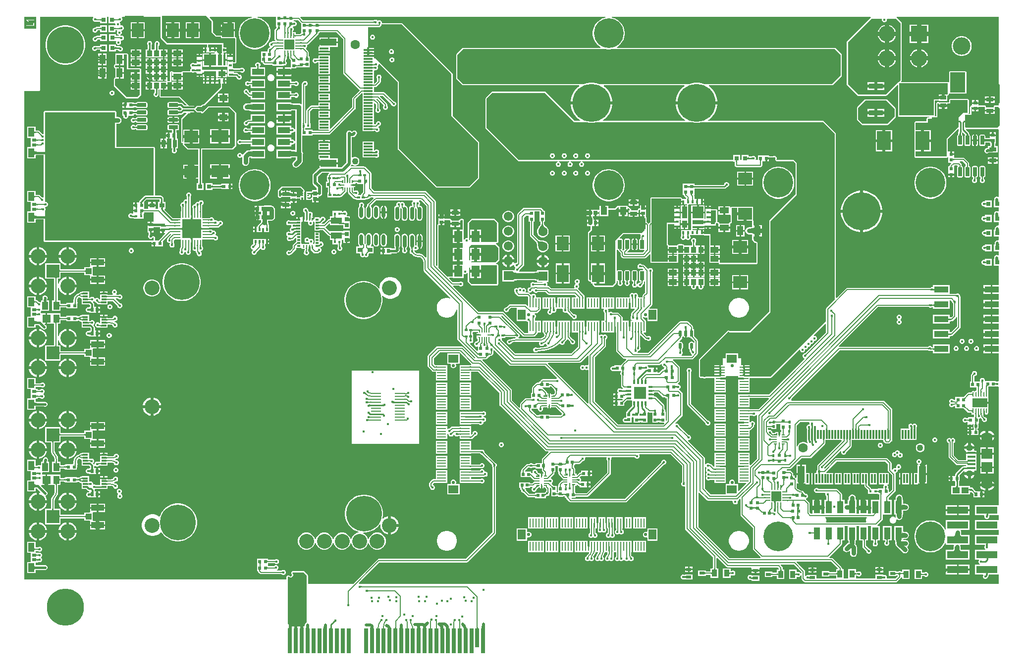
<source format=gtl>
G04*
G04 #@! TF.GenerationSoftware,Altium Limited,Altium Designer,24.4.1 (13)*
G04*
G04 Layer_Physical_Order=1*
G04 Layer_Color=255*
%FSLAX44Y44*%
%MOMM*%
G71*
G04*
G04 #@! TF.SameCoordinates,2DCED30A-1E1E-443F-A63B-21E9B2F13A65*
G04*
G04*
G04 #@! TF.FilePolarity,Positive*
G04*
G01*
G75*
%ADD10C,0.5000*%
%ADD12C,0.5080*%
%ADD13C,0.2000*%
%ADD17C,0.4000*%
%ADD18C,0.1524*%
%ADD19C,0.2540*%
%ADD20C,0.3000*%
%ADD24C,0.1270*%
%ADD36R,0.9000X0.8000*%
%ADD37R,0.5000X0.6000*%
%ADD38R,0.6000X0.5000*%
%ADD39R,0.9000X1.2000*%
%ADD40R,1.0500X1.6000*%
%ADD41R,1.6000X1.0500*%
%ADD42R,0.6400X0.6000*%
%ADD43R,0.6000X0.6400*%
%ADD44R,1.3000X0.7000*%
%ADD45R,0.7000X1.3000*%
%ADD46R,1.5499X0.2499*%
%ADD47R,1.7000X1.3500*%
%ADD48R,1.3500X1.7000*%
%ADD49R,0.2499X1.5499*%
%ADD50R,0.9000X0.5000*%
%ADD51R,1.0000X0.7200*%
%ADD52R,0.7112X4.1910*%
%ADD53R,0.7112X3.2004*%
%ADD54R,0.5321X1.0383*%
G04:AMPARAMS|DCode=55|XSize=1.0383mm|YSize=0.5321mm|CornerRadius=0.2661mm|HoleSize=0mm|Usage=FLASHONLY|Rotation=270.000|XOffset=0mm|YOffset=0mm|HoleType=Round|Shape=RoundedRectangle|*
%AMROUNDEDRECTD55*
21,1,1.0383,0.0000,0,0,270.0*
21,1,0.5061,0.5321,0,0,270.0*
1,1,0.5321,0.0000,-0.2531*
1,1,0.5321,0.0000,0.2531*
1,1,0.5321,0.0000,0.2531*
1,1,0.5321,0.0000,-0.2531*
%
%ADD55ROUNDEDRECTD55*%
%ADD56O,0.6000X2.2000*%
%ADD57O,0.6000X1.9000*%
%ADD58R,0.4750X0.3500*%
%ADD59R,0.2500X0.4750*%
%ADD60R,0.3500X0.5000*%
%ADD61R,1.8000X0.2500*%
%ADD62R,1.0000X1.4000*%
%ADD63R,1.4000X1.4000*%
%ADD64R,1.1200X2.1050*%
%ADD65R,1.0500X1.0000*%
%ADD66R,2.2000X1.0500*%
%ADD67R,0.9000X0.2600*%
%ADD68R,0.2600X0.9000*%
%ADD69R,3.2500X3.2500*%
%ADD70R,0.8500X0.3000*%
%ADD71R,1.4500X1.9000*%
%ADD72R,1.1000X1.3500*%
%ADD73R,1.9900X2.3300*%
%ADD74R,0.7393X0.6725*%
%ADD75R,1.5000X1.8500*%
%ADD76R,0.9000X1.0000*%
%ADD77C,0.7413*%
%ADD78R,1.4000X1.0000*%
G04:AMPARAMS|DCode=79|XSize=1.55mm|YSize=0.6mm|CornerRadius=0.051mm|HoleSize=0mm|Usage=FLASHONLY|Rotation=90.000|XOffset=0mm|YOffset=0mm|HoleType=Round|Shape=RoundedRectangle|*
%AMROUNDEDRECTD79*
21,1,1.5500,0.4980,0,0,90.0*
21,1,1.4480,0.6000,0,0,90.0*
1,1,0.1020,0.2490,0.7240*
1,1,0.1020,0.2490,-0.7240*
1,1,0.1020,-0.2490,-0.7240*
1,1,0.1020,-0.2490,0.7240*
%
%ADD79ROUNDEDRECTD79*%
%ADD80R,2.4000X3.3000*%
%ADD81R,0.5000X0.5000*%
%ADD82R,1.3061X1.0582*%
%ADD83R,0.4750X0.5000*%
%ADD84R,2.4400X1.1300*%
%ADD85R,0.2225X0.8397*%
G04:AMPARAMS|DCode=86|XSize=0.8397mm|YSize=0.2225mm|CornerRadius=0.1112mm|HoleSize=0mm|Usage=FLASHONLY|Rotation=90.000|XOffset=0mm|YOffset=0mm|HoleType=Round|Shape=RoundedRectangle|*
%AMROUNDEDRECTD86*
21,1,0.8397,0.0000,0,0,90.0*
21,1,0.6172,0.2225,0,0,90.0*
1,1,0.2225,0.0000,0.3086*
1,1,0.2225,0.0000,-0.3086*
1,1,0.2225,0.0000,-0.3086*
1,1,0.2225,0.0000,0.3086*
%
%ADD86ROUNDEDRECTD86*%
%ADD87R,0.4500X0.4500*%
%ADD88R,0.7200X0.7200*%
%ADD89R,3.6800X1.2700*%
G04:AMPARAMS|DCode=90|XSize=0.3mm|YSize=0.75mm|CornerRadius=0.0495mm|HoleSize=0mm|Usage=FLASHONLY|Rotation=180.000|XOffset=0mm|YOffset=0mm|HoleType=Round|Shape=RoundedRectangle|*
%AMROUNDEDRECTD90*
21,1,0.3000,0.6510,0,0,180.0*
21,1,0.2010,0.7500,0,0,180.0*
1,1,0.0990,-0.1005,0.3255*
1,1,0.0990,0.1005,0.3255*
1,1,0.0990,0.1005,-0.3255*
1,1,0.0990,-0.1005,-0.3255*
%
%ADD90ROUNDEDRECTD90*%
G04:AMPARAMS|DCode=91|XSize=0.3mm|YSize=0.75mm|CornerRadius=0.0495mm|HoleSize=0mm|Usage=FLASHONLY|Rotation=90.000|XOffset=0mm|YOffset=0mm|HoleType=Round|Shape=RoundedRectangle|*
%AMROUNDEDRECTD91*
21,1,0.3000,0.6510,0,0,90.0*
21,1,0.2010,0.7500,0,0,90.0*
1,1,0.0990,0.3255,0.1005*
1,1,0.0990,0.3255,-0.1005*
1,1,0.0990,-0.3255,-0.1005*
1,1,0.0990,-0.3255,0.1005*
%
%ADD91ROUNDEDRECTD91*%
%ADD92R,1.9000X1.1000*%
%ADD93R,0.8890X1.2954*%
%ADD94R,0.8890X2.1082*%
%ADD95R,1.8796X2.1082*%
%ADD96R,1.8796X0.6604*%
%ADD97R,1.8796X0.3556*%
%ADD98R,0.3302X0.5080*%
%ADD99R,0.5080X0.3302*%
%ADD100R,1.9000X1.8000*%
%ADD101R,1.3500X0.4000*%
%ADD102R,5.9182X5.5118*%
%ADD103R,2.4892X0.9398*%
%ADD104R,3.0000X2.0000*%
%ADD105R,2.3300X1.9900*%
%ADD106R,0.3000X1.5500*%
%ADD107R,1.2000X2.7500*%
%ADD108R,0.8128X0.2540*%
%ADD109R,0.2540X0.8128*%
%ADD110R,1.8034X1.8034*%
%ADD111R,0.8000X0.8000*%
%ADD112R,0.8000X0.5000*%
%ADD113R,1.0000X1.5000*%
%ADD114R,0.5500X0.5500*%
G04:AMPARAMS|DCode=115|XSize=1.55mm|YSize=0.6mm|CornerRadius=0.051mm|HoleSize=0mm|Usage=FLASHONLY|Rotation=0.000|XOffset=0mm|YOffset=0mm|HoleType=Round|Shape=RoundedRectangle|*
%AMROUNDEDRECTD115*
21,1,1.5500,0.4980,0,0,0.0*
21,1,1.4480,0.6000,0,0,0.0*
1,1,0.1020,0.7240,-0.2490*
1,1,0.1020,-0.7240,-0.2490*
1,1,0.1020,-0.7240,0.2490*
1,1,0.1020,0.7240,0.2490*
%
%ADD115ROUNDEDRECTD115*%
%ADD116R,0.3700X0.2400*%
%ADD117R,0.4000X1.0800*%
%ADD118R,2.1050X1.1200*%
%ADD119R,0.4500X0.5000*%
%ADD120R,0.5500X0.5500*%
%ADD121R,0.5000X0.4500*%
%ADD122R,1.5500X0.3000*%
%ADD123R,2.7500X1.2000*%
%ADD124R,1.2954X0.8890*%
%ADD125R,2.1082X0.8890*%
%ADD126R,2.1082X1.8796*%
%ADD127R,0.6604X1.8796*%
%ADD128R,0.3556X1.8796*%
%ADD129R,2.0000X3.0000*%
%ADD130R,1.8500X1.5000*%
%ADD131R,1.3500X1.1000*%
%ADD132R,0.6725X0.7393*%
%ADD133R,1.9000X1.4500*%
%ADD134R,1.9000X1.5750*%
%ADD174R,2.5500X1.6500*%
%ADD183C,0.1800*%
%ADD184R,0.6000X0.2000*%
%ADD185R,0.2000X0.6000*%
%ADD190R,0.6000X0.2000*%
%ADD191R,0.2000X0.6000*%
%ADD204C,2.7500*%
%ADD205R,2.7500X2.7500*%
%ADD206C,2.9972*%
%ADD213C,1.1000*%
%ADD214C,1.6000*%
%ADD219C,0.1800*%
%ADD220C,0.2060*%
%ADD221C,0.2032*%
%ADD222C,0.2067*%
G04:AMPARAMS|DCode=223|XSize=2.1mm|YSize=2.1mm|CornerRadius=0.0525mm|HoleSize=0mm|Usage=FLASHONLY|Rotation=90.000|XOffset=0mm|YOffset=0mm|HoleType=Round|Shape=RoundedRectangle|*
%AMROUNDEDRECTD223*
21,1,2.1000,1.9950,0,0,90.0*
21,1,1.9950,2.1000,0,0,90.0*
1,1,0.1050,0.9975,0.9975*
1,1,0.1050,0.9975,-0.9975*
1,1,0.1050,-0.9975,-0.9975*
1,1,0.1050,-0.9975,0.9975*
%
%ADD223ROUNDEDRECTD223*%
%ADD224C,0.7620*%
%ADD225C,0.6350*%
%ADD226C,0.3810*%
%ADD227C,1.0160*%
%ADD228C,1.0000*%
%ADD229C,0.8000*%
%ADD230R,2.2500X2.2500*%
%ADD231C,2.5500*%
%ADD232C,0.5502*%
%ADD233C,6.0960*%
%ADD234C,2.5400*%
%ADD235C,1.5500*%
%ADD236R,1.5500X1.5500*%
%ADD237R,1.6000X1.6000*%
%ADD238O,1.9000X1.2000*%
%ADD239O,1.2500X1.0500*%
%ADD240C,6.5000*%
%ADD241C,6.3500*%
%ADD242C,0.4500*%
%ADD243C,5.0800*%
G36*
X452990Y1103964D02*
X453051Y1103791D01*
X453152Y1103639D01*
X453295Y1103507D01*
X453478Y1103395D01*
X453701Y1103304D01*
X453965Y1103232D01*
X454270Y1103182D01*
X454615Y1103151D01*
X455001Y1103141D01*
Y1101109D01*
X454615Y1101103D01*
X453965Y1101057D01*
X453701Y1101016D01*
X453478Y1100964D01*
X453295Y1100901D01*
X453152Y1100826D01*
X453051Y1100739D01*
X452990Y1100640D01*
X452970Y1100530D01*
Y1104157D01*
X452990Y1103964D01*
D02*
G37*
G36*
X447030Y1100530D02*
X447010Y1100640D01*
X446949Y1100739D01*
X446848Y1100826D01*
X446705Y1100901D01*
X446522Y1100964D01*
X446299Y1101016D01*
X446035Y1101057D01*
X445730Y1101086D01*
X444999Y1101109D01*
Y1103141D01*
X445389Y1103151D01*
X445738Y1103182D01*
X446047Y1103232D01*
X446314Y1103304D01*
X446541Y1103395D01*
X446727Y1103507D01*
X446872Y1103639D01*
X446976Y1103791D01*
X447039Y1103964D01*
X447061Y1104157D01*
X447030Y1100530D01*
D02*
G37*
G36*
X462710Y1104339D02*
X462771Y1104166D01*
X462875Y1104014D01*
X463019Y1103882D01*
X463205Y1103770D01*
X463432Y1103679D01*
X463700Y1103607D01*
X464009Y1103557D01*
X464360Y1103526D01*
X464752Y1103516D01*
Y1101484D01*
X464360Y1101474D01*
X464009Y1101443D01*
X463700Y1101393D01*
X463432Y1101321D01*
X463205Y1101230D01*
X463019Y1101118D01*
X462875Y1100986D01*
X462771Y1100834D01*
X462710Y1100661D01*
X462689Y1100468D01*
Y1104532D01*
X462710Y1104339D01*
D02*
G37*
G36*
X457311Y1100093D02*
X457290Y1100286D01*
X457229Y1100459D01*
X457125Y1100611D01*
X456981Y1100743D01*
X456795Y1100855D01*
X456568Y1100946D01*
X456300Y1101018D01*
X455991Y1101068D01*
X455640Y1101099D01*
X455248Y1101109D01*
Y1103141D01*
X455640Y1103151D01*
X455991Y1103182D01*
X456300Y1103232D01*
X456568Y1103304D01*
X456795Y1103395D01*
X456981Y1103507D01*
X457125Y1103639D01*
X457229Y1103791D01*
X457290Y1103964D01*
X457311Y1104157D01*
Y1100093D01*
D02*
G37*
G36*
X442710Y1103964D02*
X442771Y1103791D01*
X442875Y1103639D01*
X443019Y1103507D01*
X443205Y1103395D01*
X443432Y1103304D01*
X443700Y1103232D01*
X444009Y1103182D01*
X444360Y1103151D01*
X444752Y1103141D01*
Y1101109D01*
X444360Y1101099D01*
X444009Y1101068D01*
X443700Y1101018D01*
X443432Y1100946D01*
X443205Y1100855D01*
X443019Y1100743D01*
X442875Y1100611D01*
X442771Y1100459D01*
X442710Y1100286D01*
X442689Y1100093D01*
Y1104157D01*
X442710Y1103964D01*
D02*
G37*
G36*
X167717Y1098984D02*
X165120Y1098984D01*
X164824Y1101016D01*
X165062Y1101023D01*
X165279Y1101043D01*
X165475Y1101076D01*
X165649Y1101123D01*
X165802Y1101183D01*
X165933Y1101257D01*
X166043Y1101344D01*
X166131Y1101445D01*
X166198Y1101559D01*
X166244Y1101686D01*
X167717Y1098984D01*
D02*
G37*
G36*
X158960Y1101839D02*
X159022Y1101666D01*
X159125Y1101514D01*
X159269Y1101382D01*
X159455Y1101270D01*
X159682Y1101179D01*
X159950Y1101107D01*
X160259Y1101057D01*
X160610Y1101026D01*
X161001Y1101016D01*
Y1098984D01*
X160610Y1098974D01*
X160259Y1098943D01*
X159950Y1098893D01*
X159682Y1098821D01*
X159455Y1098730D01*
X159269Y1098618D01*
X159125Y1098486D01*
X159022Y1098334D01*
X158960Y1098161D01*
X158939Y1097968D01*
Y1102032D01*
X158960Y1101839D01*
D02*
G37*
G36*
X136061Y1097968D02*
X136040Y1098161D01*
X135978Y1098334D01*
X135875Y1098486D01*
X135731Y1098618D01*
X135545Y1098730D01*
X135318Y1098821D01*
X135050Y1098893D01*
X134741Y1098943D01*
X134390Y1098974D01*
X133998Y1098984D01*
Y1101016D01*
X134390Y1101026D01*
X134741Y1101057D01*
X135050Y1101107D01*
X135318Y1101179D01*
X135545Y1101270D01*
X135731Y1101382D01*
X135875Y1101514D01*
X135978Y1101666D01*
X136040Y1101839D01*
X136061Y1102032D01*
Y1097968D01*
D02*
G37*
G36*
X1502500Y1094000D02*
Y997000D01*
X1499059Y993559D01*
X1498062D01*
Y992562D01*
X1477500Y972000D01*
X1430000D01*
X1412500Y989500D01*
Y1062000D01*
X1452500Y1102000D01*
X1470085D01*
X1470791Y1100944D01*
X1470750Y1100845D01*
Y1099155D01*
X1471397Y1097593D01*
X1472593Y1096397D01*
X1474155Y1095750D01*
X1475845D01*
X1477407Y1096397D01*
X1478603Y1097593D01*
X1479250Y1099155D01*
Y1100845D01*
X1479209Y1100944D01*
X1479915Y1102000D01*
X1494500D01*
X1502500Y1094000D01*
D02*
G37*
G36*
X603393Y1094425D02*
X603277Y1094531D01*
X603148Y1094626D01*
X603005Y1094710D01*
X602850Y1094783D01*
X602682Y1094844D01*
X602500Y1094895D01*
X602305Y1094934D01*
X602097Y1094962D01*
X601876Y1094978D01*
X601642Y1094984D01*
Y1097016D01*
X601876Y1097022D01*
X602305Y1097066D01*
X602500Y1097105D01*
X602682Y1097156D01*
X602850Y1097217D01*
X603005Y1097290D01*
X603148Y1097374D01*
X603277Y1097469D01*
X603393Y1097575D01*
Y1094425D01*
D02*
G37*
G36*
X613194Y1093080D02*
X613157Y1093017D01*
X613124Y1092931D01*
X613095Y1092822D01*
X613071Y1092690D01*
X613051Y1092536D01*
X613025Y1092159D01*
X613016Y1091690D01*
X610984D01*
X610982Y1091936D01*
X610929Y1092690D01*
X610905Y1092822D01*
X610876Y1092931D01*
X610843Y1093017D01*
X610806Y1093080D01*
X610764Y1093120D01*
X613236D01*
X613194Y1093080D01*
D02*
G37*
G36*
X462710Y1095089D02*
X462771Y1094916D01*
X462875Y1094764D01*
X463019Y1094632D01*
X463205Y1094520D01*
X463432Y1094428D01*
X463700Y1094357D01*
X463710Y1094356D01*
X463838Y1094385D01*
X464011Y1094438D01*
X464171Y1094500D01*
X464319Y1094572D01*
X464455Y1094653D01*
X464578Y1094744D01*
X464525Y1094272D01*
X464752Y1094266D01*
Y1092234D01*
X464360Y1092224D01*
X464296Y1092218D01*
X464228Y1091613D01*
X464124Y1091731D01*
X464005Y1091837D01*
X463872Y1091930D01*
X463724Y1092010D01*
X463562Y1092079D01*
X463515Y1092094D01*
X463432Y1092071D01*
X463205Y1091980D01*
X463019Y1091868D01*
X462875Y1091736D01*
X462771Y1091584D01*
X462710Y1091411D01*
X462689Y1091218D01*
Y1092230D01*
X462534Y1092234D01*
X462689Y1093463D01*
Y1095282D01*
X462710Y1095089D01*
D02*
G37*
G36*
X460615Y1090790D02*
X460466Y1090732D01*
X460336Y1090635D01*
X460222Y1090500D01*
X460126Y1090328D01*
X460048Y1090117D01*
X459987Y1089868D01*
X459943Y1089581D01*
X459917Y1089256D01*
X459908Y1088892D01*
X457876D01*
X457870Y1089251D01*
X457823Y1089855D01*
X457781Y1090101D01*
X457727Y1090308D01*
X457662Y1090478D01*
X457584Y1090611D01*
X457495Y1090705D01*
X457394Y1090762D01*
X457281Y1090780D01*
X460780Y1090811D01*
X460615Y1090790D01*
D02*
G37*
G36*
X495990Y1091964D02*
X496051Y1091791D01*
X496152Y1091639D01*
X496295Y1091507D01*
X496478Y1091395D01*
X496701Y1091304D01*
X496965Y1091232D01*
X497270Y1091182D01*
X497615Y1091151D01*
X498002Y1091141D01*
Y1089109D01*
X497615Y1089103D01*
X496965Y1089057D01*
X496701Y1089016D01*
X496478Y1088964D01*
X496295Y1088901D01*
X496152Y1088826D01*
X496051Y1088739D01*
X495990Y1088640D01*
X495970Y1088531D01*
Y1092157D01*
X495990Y1091964D01*
D02*
G37*
G36*
X490031Y1088531D02*
X490010Y1088640D01*
X489949Y1088739D01*
X489848Y1088826D01*
X489705Y1088901D01*
X489523Y1088964D01*
X489299Y1089016D01*
X489035Y1089057D01*
X488730Y1089086D01*
X487999Y1089109D01*
Y1091141D01*
X488389Y1091151D01*
X488738Y1091182D01*
X489047Y1091232D01*
X489314Y1091304D01*
X489541Y1091395D01*
X489727Y1091507D01*
X489872Y1091639D01*
X489976Y1091791D01*
X490039Y1091964D01*
X490061Y1092157D01*
X490031Y1088531D01*
D02*
G37*
G36*
X452339Y1090540D02*
X452166Y1090479D01*
X452014Y1090375D01*
X451882Y1090231D01*
X451770Y1090045D01*
X451679Y1089818D01*
X451607Y1089550D01*
X451557Y1089241D01*
X451526Y1088890D01*
X451516Y1088499D01*
X449484D01*
X449474Y1088890D01*
X449443Y1089241D01*
X449393Y1089550D01*
X449321Y1089818D01*
X449230Y1090045D01*
X449118Y1090231D01*
X448986Y1090375D01*
X448834Y1090479D01*
X448661Y1090540D01*
X448468Y1090561D01*
X452532D01*
X452339Y1090540D01*
D02*
G37*
G36*
X507710Y1092339D02*
X507771Y1092166D01*
X507875Y1092014D01*
X508019Y1091882D01*
X508205Y1091770D01*
X508432Y1091679D01*
X508700Y1091607D01*
X509009Y1091557D01*
X509360Y1091526D01*
X509752Y1091516D01*
Y1089484D01*
X509360Y1089474D01*
X509009Y1089443D01*
X508700Y1089393D01*
X508432Y1089321D01*
X508205Y1089230D01*
X508019Y1089118D01*
X507875Y1088986D01*
X507771Y1088834D01*
X507710Y1088661D01*
X507689Y1088468D01*
Y1092532D01*
X507710Y1092339D01*
D02*
G37*
G36*
X485710Y1091964D02*
X485771Y1091791D01*
X485875Y1091639D01*
X486019Y1091507D01*
X486205Y1091395D01*
X486432Y1091304D01*
X486700Y1091232D01*
X487009Y1091182D01*
X487360Y1091151D01*
X487752Y1091141D01*
Y1089109D01*
X487360Y1089099D01*
X487009Y1089068D01*
X486700Y1089018D01*
X486432Y1088946D01*
X486205Y1088855D01*
X486019Y1088743D01*
X485875Y1088611D01*
X485771Y1088459D01*
X485710Y1088286D01*
X485689Y1088093D01*
Y1092157D01*
X485710Y1091964D01*
D02*
G37*
G36*
X441839Y1090790D02*
X441666Y1090729D01*
X441514Y1090625D01*
X441382Y1090481D01*
X441270Y1090295D01*
X441179Y1090069D01*
X441107Y1089800D01*
X441057Y1089491D01*
X441026Y1089140D01*
X441025Y1089092D01*
X441066Y1088695D01*
X441105Y1088500D01*
X441156Y1088318D01*
X441217Y1088150D01*
X441290Y1087995D01*
X441374Y1087852D01*
X441469Y1087723D01*
X441575Y1087607D01*
X438425Y1087607D01*
X438531Y1087723D01*
X438626Y1087852D01*
X438710Y1087995D01*
X438783Y1088150D01*
X438844Y1088318D01*
X438895Y1088500D01*
X438934Y1088695D01*
X438962Y1088903D01*
X438975Y1089083D01*
X438974Y1089140D01*
X438943Y1089491D01*
X438893Y1089800D01*
X438821Y1090069D01*
X438730Y1090295D01*
X438618Y1090481D01*
X438486Y1090625D01*
X438334Y1090729D01*
X438161Y1090790D01*
X437968Y1090811D01*
X442032D01*
X441839Y1090790D01*
D02*
G37*
G36*
X735000Y1007000D02*
Y935000D01*
X780000Y890000D01*
Y830000D01*
X765000Y815000D01*
X710000D01*
X645000Y880000D01*
Y994000D01*
X605000Y1034000D01*
X602500D01*
Y1034500D01*
Y1036501D01*
X592750D01*
Y1038531D01*
X591250D01*
X591235Y1039106D01*
X591206Y1039439D01*
X589750D01*
X590035Y1039469D01*
X590290Y1039560D01*
X590515Y1039712D01*
X590710Y1039924D01*
X590875Y1040197D01*
X590998Y1040500D01*
X590875Y1040803D01*
X590710Y1041076D01*
X590515Y1041288D01*
X590290Y1041440D01*
X590035Y1041531D01*
X589750Y1041561D01*
X591206D01*
X591235Y1041894D01*
X591250Y1042469D01*
X592750D01*
Y1043531D01*
X591250D01*
X591235Y1044106D01*
X591206Y1044439D01*
X589750D01*
X590035Y1044469D01*
X590290Y1044560D01*
X590515Y1044712D01*
X590710Y1044924D01*
X590875Y1045197D01*
X590998Y1045500D01*
X590875Y1045803D01*
X590710Y1046076D01*
X590515Y1046288D01*
X590290Y1046440D01*
X590035Y1046531D01*
X589750Y1046561D01*
X591206D01*
X591235Y1046894D01*
X591250Y1047469D01*
X592750D01*
Y1049439D01*
X590470D01*
X590618Y1049462D01*
X590751Y1049531D01*
X590868Y1049647D01*
X590969Y1049809D01*
X591055Y1050017D01*
X591125Y1050271D01*
X591180Y1050571D01*
X591219Y1050918D01*
X591242Y1051311D01*
X591250Y1051750D01*
X592750D01*
Y1087425D01*
X610810D01*
X610810Y1087425D01*
X611987Y1087659D01*
X612984Y1088326D01*
X614174Y1089516D01*
X614174Y1089516D01*
X614841Y1090514D01*
X615075Y1091690D01*
Y1092000D01*
X650000D01*
X735000Y1007000D01*
D02*
G37*
G36*
X169715Y1083891D02*
X169655Y1083909D01*
X169573Y1083925D01*
X169470Y1083939D01*
X169032Y1083969D01*
X168151Y1083984D01*
X166900Y1086016D01*
X167138Y1086023D01*
X167355Y1086043D01*
X167552Y1086077D01*
X167728Y1086125D01*
X167885Y1086186D01*
X168020Y1086261D01*
X168136Y1086350D01*
X168231Y1086452D01*
X168306Y1086567D01*
X168361Y1086697D01*
X169715Y1083891D01*
D02*
G37*
G36*
X158960Y1086839D02*
X159022Y1086666D01*
X159125Y1086514D01*
X159269Y1086382D01*
X159455Y1086270D01*
X159682Y1086179D01*
X159950Y1086107D01*
X160259Y1086057D01*
X160610Y1086026D01*
X161001Y1086016D01*
Y1083984D01*
X160610Y1083974D01*
X160259Y1083943D01*
X159950Y1083893D01*
X159682Y1083821D01*
X159455Y1083730D01*
X159269Y1083618D01*
X159125Y1083486D01*
X159022Y1083334D01*
X158960Y1083161D01*
X158939Y1082968D01*
Y1087032D01*
X158960Y1086839D01*
D02*
G37*
G36*
X439977Y1083750D02*
X439820Y1083743D01*
X439662Y1083719D01*
X439502Y1083678D01*
X439341Y1083619D01*
X439178Y1083543D01*
X439014Y1083450D01*
X438848Y1083341D01*
X438682Y1083213D01*
X438514Y1083069D01*
X438344Y1082907D01*
X436907Y1084344D01*
X437069Y1084514D01*
X437341Y1084848D01*
X437450Y1085014D01*
X437543Y1085178D01*
X437619Y1085340D01*
X437678Y1085502D01*
X437719Y1085662D01*
X437743Y1085820D01*
X437750Y1085977D01*
X439977Y1083750D01*
D02*
G37*
G36*
X462178Y1082083D02*
X462101Y1082023D01*
X462032Y1081941D01*
X461970Y1081839D01*
X461917Y1081715D01*
X461872Y1081571D01*
X461835Y1081406D01*
X461807Y1081220D01*
X461786Y1081013D01*
X461770Y1080536D01*
X459230Y1081261D01*
X459229Y1081516D01*
X459151Y1082661D01*
X459131Y1082734D01*
X459107Y1082783D01*
X462178Y1082083D01*
D02*
G37*
G36*
X507710Y1083339D02*
X507771Y1083166D01*
X507875Y1083014D01*
X508019Y1082882D01*
X508205Y1082770D01*
X508432Y1082679D01*
X508700Y1082607D01*
X509009Y1082557D01*
X509360Y1082526D01*
X509752Y1082516D01*
Y1080484D01*
X509360Y1080474D01*
X509009Y1080443D01*
X508700Y1080393D01*
X508432Y1080321D01*
X508205Y1080230D01*
X508019Y1080118D01*
X507875Y1079986D01*
X507771Y1079834D01*
X507710Y1079661D01*
X507689Y1079468D01*
Y1083532D01*
X507710Y1083339D01*
D02*
G37*
G36*
X506635Y1078793D02*
X506505Y1078738D01*
X506391Y1078648D01*
X506291Y1078521D01*
X506207Y1078358D01*
X506138Y1078159D01*
X506085Y1077924D01*
X506047Y1077652D01*
X506024Y1077344D01*
X506016Y1077000D01*
X503984D01*
X503976Y1077344D01*
X503915Y1077924D01*
X503862Y1078159D01*
X503793Y1078358D01*
X503709Y1078521D01*
X503609Y1078648D01*
X503495Y1078738D01*
X503365Y1078793D01*
X503219Y1078811D01*
X506781D01*
X506635Y1078793D01*
D02*
G37*
G36*
X484839Y1078790D02*
X484666Y1078728D01*
X484514Y1078625D01*
X484382Y1078481D01*
X484270Y1078295D01*
X484179Y1078068D01*
X484107Y1077800D01*
X484079Y1077630D01*
X484105Y1077500D01*
X484156Y1077318D01*
X484217Y1077150D01*
X484290Y1076994D01*
X484374Y1076852D01*
X484469Y1076723D01*
X484575Y1076607D01*
X481425D01*
X481531Y1076723D01*
X481626Y1076852D01*
X481710Y1076994D01*
X481783Y1077150D01*
X481844Y1077318D01*
X481895Y1077500D01*
X481921Y1077630D01*
X481893Y1077800D01*
X481821Y1078068D01*
X481730Y1078295D01*
X481618Y1078481D01*
X481486Y1078625D01*
X481334Y1078728D01*
X481161Y1078790D01*
X480968Y1078811D01*
X485032D01*
X484839Y1078790D01*
D02*
G37*
G36*
X456518Y1078157D02*
X456596Y1076837D01*
X456626Y1076694D01*
X456659Y1076593D01*
X456697Y1076532D01*
X456740Y1076512D01*
X454260D01*
X454303Y1076532D01*
X454341Y1076593D01*
X454375Y1076694D01*
X454403Y1076837D01*
X454428Y1077020D01*
X454464Y1077507D01*
X454484Y1078543D01*
X456516D01*
X456518Y1078157D01*
D02*
G37*
G36*
X451518D02*
X451596Y1076837D01*
X451626Y1076694D01*
X451659Y1076593D01*
X451697Y1076532D01*
X451740Y1076512D01*
X449260D01*
X449303Y1076532D01*
X449341Y1076593D01*
X449375Y1076694D01*
X449403Y1076837D01*
X449428Y1077020D01*
X449464Y1077507D01*
X449484Y1078543D01*
X451516D01*
X451518Y1078157D01*
D02*
G37*
G36*
X494839Y1078540D02*
X494666Y1078478D01*
X494514Y1078375D01*
X494382Y1078231D01*
X494270Y1078045D01*
X494179Y1077819D01*
X494107Y1077550D01*
X494057Y1077241D01*
X494026Y1076890D01*
X494016Y1076498D01*
X491984D01*
X491974Y1076890D01*
X491943Y1077241D01*
X491893Y1077550D01*
X491821Y1077819D01*
X491730Y1078045D01*
X491618Y1078231D01*
X491486Y1078375D01*
X491334Y1078478D01*
X491161Y1078540D01*
X490968Y1078561D01*
X495032D01*
X494839Y1078540D01*
D02*
G37*
G36*
X477826Y1093826D02*
X477826Y1093826D01*
X478250Y1093542D01*
Y1085750D01*
Y1077530D01*
X477860Y1077452D01*
X476863Y1076786D01*
X476863Y1076786D01*
X475630Y1075553D01*
X468770D01*
Y1078542D01*
X463834D01*
Y1080824D01*
X464603Y1081593D01*
X465250Y1083155D01*
Y1084845D01*
X464603Y1086407D01*
X463933Y1087078D01*
X464187Y1088478D01*
X464750Y1088750D01*
X465958Y1088750D01*
X466845D01*
X468407Y1089397D01*
X469603Y1090593D01*
X470250Y1092155D01*
Y1093845D01*
X469603Y1095407D01*
X468407Y1096603D01*
X466845Y1097250D01*
X465592D01*
X464977Y1098447D01*
X465430Y1099425D01*
X472226D01*
X477826Y1093826D01*
D02*
G37*
G36*
X481689Y1073171D02*
X481565Y1073252D01*
X481428Y1073324D01*
X481279Y1073387D01*
X481118Y1073443D01*
X480944Y1073489D01*
X480758Y1073527D01*
X480560Y1073557D01*
X480127Y1073591D01*
X479892Y1073595D01*
X479489Y1075627D01*
X479724Y1075634D01*
X479943Y1075653D01*
X480147Y1075685D01*
X480336Y1075731D01*
X480509Y1075789D01*
X480667Y1075860D01*
X480810Y1075944D01*
X480937Y1076041D01*
X481049Y1076151D01*
X481145Y1076274D01*
X481689Y1073171D01*
D02*
G37*
G36*
X208437Y1105000D02*
X237961D01*
Y1069092D01*
X238116Y1068312D01*
X238558Y1067650D01*
X238558Y1067650D01*
X247708Y1058500D01*
X248370Y1058058D01*
X249150Y1057903D01*
X316961D01*
Y1052956D01*
X315916D01*
Y1048416D01*
Y1043876D01*
X318067D01*
X318067Y1043876D01*
X318765D01*
Y1043876D01*
X319337Y1043876D01*
X323993D01*
X324036Y1043867D01*
X324080Y1043876D01*
X326067D01*
Y1043876D01*
X326765D01*
Y1043876D01*
X328752D01*
X328796Y1043867D01*
X328839Y1043876D01*
X330632D01*
X330695Y1043768D01*
X329963Y1042498D01*
X323916D01*
Y1031100D01*
Y1019702D01*
X350697D01*
X350894Y1019663D01*
X351060D01*
X351291Y1019433D01*
X351638D01*
Y1019089D01*
X352292Y1018439D01*
X352292Y1017079D01*
X352292Y1010000D01*
X352292Y1009079D01*
Y1002349D01*
X359298D01*
X359342Y1002340D01*
X359370Y1002346D01*
X359399Y1002341D01*
X359434Y1002349D01*
X361372D01*
Y1002666D01*
X366357D01*
X367750Y1001273D01*
Y1001155D01*
X368397Y999593D01*
X369593Y998397D01*
X371155Y997750D01*
X372845D01*
X374407Y998397D01*
X375603Y999593D01*
X376250Y1001155D01*
Y1002845D01*
X375603Y1004407D01*
X374407Y1005603D01*
X372845Y1006250D01*
X372209D01*
X372173Y1006280D01*
X370096Y1008357D01*
X369014Y1009080D01*
X367738Y1009334D01*
X363335D01*
X362950Y1010000D01*
X363335Y1010666D01*
X374319D01*
X374324Y1010665D01*
X374593Y1010397D01*
X376155Y1009750D01*
X377845D01*
X379407Y1010397D01*
X380603Y1011593D01*
X381250Y1013155D01*
Y1014845D01*
X380603Y1016407D01*
X379407Y1017603D01*
X377845Y1018250D01*
X376155D01*
X374593Y1017603D01*
X374328Y1017338D01*
X374270Y1017334D01*
X361988D01*
X361372Y1018349D01*
X361372Y1018921D01*
Y1025514D01*
X365175D01*
X365955Y1025669D01*
X366617Y1026111D01*
X367059Y1026772D01*
X367214Y1027553D01*
Y1067132D01*
X367194Y1067235D01*
X367204Y1067340D01*
X367079Y1068558D01*
X366992Y1068841D01*
X366934Y1069130D01*
X366875Y1069218D01*
X366844Y1069319D01*
X366656Y1069546D01*
X366492Y1069792D01*
X366404Y1069850D01*
X366337Y1069932D01*
X366076Y1070070D01*
X365830Y1070234D01*
X365727Y1070255D01*
X365634Y1070304D01*
X365340Y1070332D01*
X365050Y1070389D01*
Y1080500D01*
X353100D01*
X343211D01*
Y1080165D01*
Y1071000D01*
X343161Y1071475D01*
X343010Y1071900D01*
X342758Y1072275D01*
X342406Y1072600D01*
X341953Y1072875D01*
X341400Y1073100D01*
X341150Y1073167D01*
Y1073070D01*
X341112Y1073039D01*
X332932D01*
X327039Y1078932D01*
Y1097500D01*
X327039Y1097500D01*
X326884Y1098280D01*
X326442Y1098942D01*
X321557Y1103827D01*
X322043Y1105000D01*
X393188D01*
X393288Y1103730D01*
X392159Y1103551D01*
X388057Y1102218D01*
X384214Y1100260D01*
X380725Y1097725D01*
X377676Y1094676D01*
X375140Y1091187D01*
X373182Y1087344D01*
X371850Y1083242D01*
X371175Y1078982D01*
Y1074669D01*
X371850Y1070410D01*
X373182Y1066308D01*
X375140Y1062465D01*
X377676Y1058976D01*
X380725Y1055926D01*
X384214Y1053391D01*
X388057Y1051433D01*
X392159Y1050100D01*
X396419Y1049426D01*
X400732D01*
X404991Y1050100D01*
X409093Y1051433D01*
X412936Y1053391D01*
X416425Y1055926D01*
X419475Y1058976D01*
X422010Y1062465D01*
X423968Y1066308D01*
X425300Y1070410D01*
X425975Y1074669D01*
Y1078982D01*
X425300Y1083242D01*
X423968Y1087344D01*
X422010Y1091187D01*
X419475Y1094676D01*
X416425Y1097725D01*
X412936Y1100260D01*
X409093Y1102218D01*
X404991Y1103551D01*
X403862Y1103730D01*
X403962Y1105000D01*
X435250D01*
Y1097750D01*
Y1088750D01*
X435250D01*
X436013Y1087480D01*
X435750Y1086845D01*
Y1086219D01*
X435728Y1086130D01*
X435727Y1086128D01*
X435727Y1086124D01*
X435720Y1086096D01*
X435712Y1086082D01*
X435696Y1086058D01*
X435639Y1085988D01*
X433326Y1083674D01*
X432659Y1082677D01*
X432425Y1081500D01*
X432425Y1081500D01*
Y1067500D01*
X432425Y1067500D01*
X432659Y1066323D01*
X433326Y1065326D01*
X433903Y1064748D01*
X433417Y1063575D01*
X429500D01*
X429500Y1063575D01*
X428323Y1063341D01*
X427326Y1062674D01*
X426950Y1062299D01*
X426928Y1062281D01*
X426883Y1062250D01*
X426155D01*
X424593Y1061603D01*
X423397Y1060407D01*
X422750Y1058845D01*
Y1057155D01*
X423397Y1055593D01*
X424593Y1054397D01*
X424705Y1054351D01*
X424958Y1053030D01*
X424250Y1052250D01*
X424155D01*
X422593Y1051603D01*
X421397Y1050407D01*
X420750Y1048845D01*
Y1047155D01*
X420894Y1046806D01*
X420189Y1045750D01*
X409750D01*
Y1037000D01*
X409500D01*
Y1027000D01*
X412074D01*
X412241Y1026159D01*
X412908Y1025162D01*
X414244Y1023826D01*
X414244Y1023826D01*
X415242Y1023159D01*
X416418Y1022925D01*
X428750D01*
Y1021250D01*
X447250D01*
Y1021250D01*
X448058Y1021790D01*
X448155Y1021750D01*
X449845D01*
X451407Y1022397D01*
X452603Y1023593D01*
X453250Y1025155D01*
Y1026845D01*
X452603Y1028407D01*
X452160Y1028850D01*
X452113Y1028928D01*
X452112Y1028931D01*
X452110Y1028934D01*
X452094Y1028959D01*
X452090Y1028974D01*
X452085Y1029002D01*
X452075Y1029093D01*
Y1031672D01*
X452674Y1032271D01*
X452674Y1032271D01*
X453341Y1033269D01*
X453575Y1034446D01*
Y1037458D01*
X454000D01*
Y1043522D01*
X457000D01*
Y1037458D01*
X457425D01*
Y1035000D01*
X457425Y1035000D01*
X457659Y1033823D01*
X458326Y1032826D01*
X459753Y1031398D01*
X460054Y1031075D01*
X460250Y1030831D01*
Y1018476D01*
X450000D01*
Y1012376D01*
X458995D01*
Y1016445D01*
X459071Y1016111D01*
X459299Y1015812D01*
X459680Y1015548D01*
X460214Y1015319D01*
X460900Y1015126D01*
X461025Y1015102D01*
Y1016750D01*
X469750D01*
Y1018425D01*
X475500D01*
X475500Y1018425D01*
X475878Y1018500D01*
X483000D01*
Y1018500D01*
X483250Y1018750D01*
X492750D01*
Y1027750D01*
Y1037250D01*
X491075D01*
Y1044000D01*
X490841Y1045177D01*
X490174Y1046174D01*
X490174Y1046174D01*
X486166Y1050183D01*
X486407Y1051397D01*
X487603Y1052593D01*
X488250Y1054155D01*
Y1055845D01*
X488122Y1056155D01*
X488248Y1056580D01*
X488935Y1057511D01*
X489677Y1057659D01*
X490674Y1058326D01*
X507174Y1074826D01*
X507841Y1075823D01*
X508025Y1076750D01*
X509750D01*
Y1078425D01*
X538226D01*
X549925Y1066726D01*
Y1009000D01*
X549925Y1009000D01*
X550159Y1007823D01*
X550826Y1006826D01*
X568826Y988826D01*
X576826Y980826D01*
X577338Y980483D01*
X577649Y978997D01*
X565826Y967174D01*
X565159Y966177D01*
X564925Y965000D01*
X564925Y965000D01*
Y950274D01*
X528173Y913522D01*
X527000Y914008D01*
Y922000D01*
Y929001D01*
X517250D01*
X507500D01*
Y922000D01*
Y912000D01*
X524618D01*
X525148Y910795D01*
X524570Y910075D01*
X497500D01*
Y912000D01*
X488500D01*
Y912000D01*
X487500D01*
Y912000D01*
X485075D01*
Y914750D01*
X494250D01*
Y923250D01*
X493075D01*
Y943102D01*
X497398Y947425D01*
X507500D01*
Y947000D01*
X509487D01*
X509530Y946991D01*
X509574Y947000D01*
X517250D01*
X527000D01*
Y952000D01*
Y959000D01*
X517250D01*
X507500D01*
Y953575D01*
X496124D01*
X496124Y953575D01*
X494947Y953341D01*
X493950Y952674D01*
X493950Y952674D01*
X487826Y946550D01*
X487159Y945553D01*
X486925Y944376D01*
X486925Y944376D01*
Y923250D01*
X485075D01*
Y986750D01*
X485845D01*
X487407Y987397D01*
X488603Y988593D01*
X489250Y990155D01*
Y991845D01*
X488603Y993407D01*
X487407Y994603D01*
X485845Y995250D01*
X484155D01*
X482593Y994603D01*
X481843Y993853D01*
X481016Y993301D01*
X481016Y993301D01*
X479826Y992110D01*
X479570Y991728D01*
X479498Y991643D01*
X479484Y991599D01*
X479159Y991113D01*
X478925Y989936D01*
X478925Y989936D01*
Y956199D01*
X477655Y955546D01*
X476267Y956473D01*
X474000Y956924D01*
X473377Y956800D01*
X464238D01*
X462913Y956876D01*
X462053Y956983D01*
X461367Y957113D01*
X461025Y957209D01*
Y958476D01*
X459038D01*
X458995Y958485D01*
X458951Y958476D01*
X435975D01*
Y943276D01*
X458951D01*
X458995Y943267D01*
X459038Y943276D01*
X461025D01*
Y944543D01*
X461367Y944639D01*
X462006Y944760D01*
X464504Y944952D01*
X468076D01*
Y913169D01*
X466806Y912917D01*
X466603Y913407D01*
X465407Y914603D01*
X463845Y915250D01*
X462155D01*
X462081Y915219D01*
X461025Y915925D01*
Y918476D01*
X435975D01*
Y903276D01*
X461025D01*
Y906075D01*
X462081Y906780D01*
X462155Y906750D01*
X463845D01*
X465407Y907397D01*
X466603Y908593D01*
X466806Y909083D01*
X468076Y908830D01*
Y893169D01*
X466806Y892917D01*
X466603Y893407D01*
X465407Y894603D01*
X463845Y895250D01*
X462155D01*
X462081Y895219D01*
X461025Y895925D01*
Y898476D01*
X435975D01*
Y883276D01*
X461025D01*
Y886075D01*
X462081Y886780D01*
X462155Y886750D01*
X463845D01*
X465407Y887397D01*
X466603Y888593D01*
X466806Y889083D01*
X468076Y888830D01*
Y876993D01*
X464247D01*
X463072Y877051D01*
X462143Y877149D01*
X461395Y877269D01*
X461025Y877358D01*
Y878476D01*
X459038D01*
X458995Y878485D01*
X458951Y878476D01*
X435975D01*
Y863276D01*
X458951D01*
X458995Y863267D01*
X459038Y863276D01*
X461025D01*
Y864394D01*
X461395Y864482D01*
X462103Y864596D01*
X464583Y864758D01*
X469076D01*
Y861454D01*
X464811Y857189D01*
X463527Y855267D01*
X463076Y853000D01*
X463527Y850733D01*
X464811Y848811D01*
X466733Y847527D01*
X469000Y847076D01*
X471267Y847527D01*
X473189Y848811D01*
X479189Y854811D01*
X480473Y856733D01*
X480924Y859000D01*
Y870026D01*
X481118Y871000D01*
X480652Y873341D01*
X479924Y874431D01*
Y902000D01*
X487500D01*
Y902000D01*
X488500D01*
Y902000D01*
X497500D01*
Y903925D01*
X526000D01*
X526000Y903925D01*
X527177Y904159D01*
X528174Y904826D01*
X570174Y946825D01*
X570174Y946826D01*
X570841Y947823D01*
X571075Y949000D01*
Y963726D01*
X581730Y974381D01*
X583000Y973855D01*
Y969500D01*
Y959500D01*
Y949500D01*
Y939500D01*
Y929500D01*
Y919500D01*
Y909500D01*
X600426D01*
X600470Y909491D01*
X600513Y909500D01*
X602500D01*
Y909925D01*
X604259D01*
X604397Y909593D01*
X605593Y908397D01*
X607155Y907750D01*
X608845D01*
X610407Y908397D01*
X611603Y909593D01*
X612250Y911155D01*
Y912845D01*
X611603Y914407D01*
X610407Y915603D01*
X610295Y915649D01*
X610042Y916970D01*
X610750Y917750D01*
X610845D01*
X612407Y918397D01*
X613603Y919593D01*
X614250Y921155D01*
Y922845D01*
X613603Y924407D01*
X612407Y925603D01*
X610845Y926250D01*
X609155D01*
X607593Y925603D01*
X606397Y924407D01*
X605750Y922845D01*
Y922219D01*
X605728Y922131D01*
X605727Y922128D01*
X605727Y922124D01*
X605720Y922096D01*
X605712Y922082D01*
X605696Y922058D01*
X605639Y921988D01*
X604726Y921075D01*
X602500D01*
Y934500D01*
Y944500D01*
Y957046D01*
X603673Y957532D01*
X605925Y955281D01*
Y948058D01*
X605922Y948032D01*
X605910Y947973D01*
X605906Y947959D01*
X605890Y947934D01*
X605888Y947931D01*
X605887Y947928D01*
X605840Y947850D01*
X605397Y947407D01*
X604750Y945845D01*
Y944155D01*
X605397Y942593D01*
X606593Y941397D01*
X608155Y940750D01*
X609845D01*
X611407Y941397D01*
X612603Y942593D01*
X613250Y944155D01*
Y945845D01*
X612603Y947407D01*
X612160Y947850D01*
X612113Y947928D01*
X612112Y947931D01*
X612109Y947934D01*
X612094Y947959D01*
X612090Y947973D01*
X612085Y948002D01*
X612075Y948093D01*
Y956554D01*
X611841Y957731D01*
X611174Y958729D01*
X611174Y958729D01*
X606368Y963535D01*
X606839Y964737D01*
X607811Y964840D01*
X618621Y954030D01*
X618586Y952597D01*
X618397Y952407D01*
X617750Y950845D01*
Y949155D01*
X618397Y947593D01*
X619593Y946397D01*
X621155Y945750D01*
X622845D01*
X624407Y946397D01*
X625603Y947593D01*
X626250Y949155D01*
Y950845D01*
X625603Y952407D01*
X625160Y952850D01*
X625113Y952928D01*
X625112Y952931D01*
X625109Y952934D01*
X625094Y952959D01*
X625090Y952974D01*
X625084Y953002D01*
X625075Y953093D01*
Y955000D01*
X625075Y955000D01*
X624841Y956177D01*
X624174Y957174D01*
X624174Y957175D01*
X612597Y968752D01*
X613083Y969925D01*
X617726D01*
X631664Y955987D01*
X631679Y955967D01*
X631712Y955918D01*
X631720Y955904D01*
X631727Y955876D01*
X631727Y955872D01*
X631728Y955870D01*
X631750Y955781D01*
Y955155D01*
X632397Y953593D01*
X633593Y952397D01*
X635155Y951750D01*
X636845D01*
X638407Y952397D01*
X639603Y953593D01*
X640250Y955155D01*
Y956845D01*
X639603Y958407D01*
X638407Y959603D01*
X636845Y960250D01*
X636219D01*
X636130Y960272D01*
X636128Y960273D01*
X636124Y960273D01*
X636096Y960280D01*
X636082Y960288D01*
X636058Y960304D01*
X635988Y960361D01*
X621174Y975174D01*
X620177Y975841D01*
X619000Y976075D01*
X619000Y976075D01*
X602500D01*
Y984925D01*
X605000D01*
X605000Y984925D01*
X606177Y985159D01*
X607174Y985826D01*
X613174Y991826D01*
X613841Y992823D01*
X614075Y994000D01*
X614075Y994000D01*
Y998942D01*
X614078Y998968D01*
X614090Y999026D01*
X614094Y999041D01*
X614110Y999066D01*
X614112Y999069D01*
X614113Y999072D01*
X614160Y999150D01*
X614603Y999593D01*
X615250Y1001155D01*
Y1002845D01*
X614603Y1004407D01*
X613407Y1005603D01*
X611845Y1006250D01*
X610155D01*
X608593Y1005603D01*
X607397Y1004407D01*
X606750Y1002845D01*
Y1001155D01*
X607397Y999593D01*
X607840Y999150D01*
X607887Y999072D01*
X607888Y999069D01*
X607891Y999066D01*
X607906Y999041D01*
X607910Y999026D01*
X607915Y998998D01*
X607925Y998907D01*
Y995274D01*
X603770Y991119D01*
X602500Y991181D01*
Y1004500D01*
Y1013061D01*
X603770Y1013909D01*
X604155Y1013750D01*
X605845D01*
X607407Y1014397D01*
X608603Y1015593D01*
X609250Y1017155D01*
Y1018845D01*
X608603Y1020407D01*
X608510Y1020500D01*
X609603Y1021593D01*
X610250Y1023155D01*
Y1024070D01*
X611520Y1024596D01*
X642961Y993155D01*
Y880000D01*
X643116Y879220D01*
X643558Y878558D01*
X643558Y878558D01*
X708558Y813558D01*
X709220Y813116D01*
X710000Y812961D01*
X765000D01*
X765780Y813116D01*
X766442Y813558D01*
X766442Y813558D01*
X781442Y828558D01*
X781884Y829220D01*
X782039Y830000D01*
Y890000D01*
X782039Y890000D01*
X781884Y890780D01*
X781442Y891442D01*
X781442Y891442D01*
X737039Y935845D01*
Y1007000D01*
X737039Y1007000D01*
X736884Y1007780D01*
X736442Y1008442D01*
X651442Y1093442D01*
X650780Y1093884D01*
X650000Y1094039D01*
X616327D01*
X616250Y1094155D01*
Y1095845D01*
X615603Y1097407D01*
X614407Y1098603D01*
X612845Y1099250D01*
X611155D01*
X609852Y1098710D01*
X608603Y1098407D01*
X607407Y1099603D01*
X605845Y1100250D01*
X604155D01*
X602593Y1099603D01*
X602150Y1099160D01*
X602072Y1099113D01*
X602069Y1099112D01*
X602066Y1099109D01*
X602041Y1099094D01*
X602026Y1099090D01*
X601998Y1099084D01*
X601907Y1099075D01*
X481274D01*
X476619Y1103730D01*
X477145Y1105000D01*
X998188D01*
X998288Y1103730D01*
X997159Y1103551D01*
X993057Y1102218D01*
X989214Y1100260D01*
X985725Y1097725D01*
X982676Y1094676D01*
X980141Y1091187D01*
X978183Y1087344D01*
X976850Y1083242D01*
X976175Y1078982D01*
Y1074669D01*
X976850Y1070410D01*
X978183Y1066308D01*
X980141Y1062465D01*
X982676Y1058976D01*
X985725Y1055926D01*
X989214Y1053391D01*
X989444Y1053274D01*
X989148Y1052039D01*
X755000D01*
X755000Y1052039D01*
X754220Y1051884D01*
X753558Y1051442D01*
X743558Y1041442D01*
X743116Y1040780D01*
X742961Y1040000D01*
Y1000000D01*
X742961Y1000000D01*
X743116Y999220D01*
X743558Y998558D01*
X753558Y988558D01*
X753558Y988558D01*
X754220Y988116D01*
X755000Y987961D01*
X953036D01*
X953429Y986753D01*
X951123Y985078D01*
X947172Y981127D01*
X943888Y976606D01*
X941351Y971627D01*
X939624Y966313D01*
X938750Y960794D01*
Y960500D01*
X1009750D01*
Y960794D01*
X1008876Y966313D01*
X1007149Y971627D01*
X1004612Y976606D01*
X1001328Y981127D01*
X997377Y985078D01*
X995071Y986753D01*
X995464Y987961D01*
X1132786D01*
X1133179Y986753D01*
X1130873Y985078D01*
X1126922Y981127D01*
X1123638Y976606D01*
X1121101Y971627D01*
X1119374Y966313D01*
X1118500Y960794D01*
Y960500D01*
X1189500D01*
Y960794D01*
X1188626Y966313D01*
X1186899Y971627D01*
X1184362Y976606D01*
X1181078Y981127D01*
X1177127Y985078D01*
X1174821Y986753D01*
X1175214Y987961D01*
X1384436D01*
X1384906Y987867D01*
X1385687Y988023D01*
X1386348Y988465D01*
X1386349Y988465D01*
X1401442Y1003558D01*
X1401884Y1004220D01*
X1402039Y1005000D01*
Y1040000D01*
X1401884Y1040780D01*
X1401442Y1041442D01*
X1401442Y1041442D01*
X1391442Y1051442D01*
X1390780Y1051884D01*
X1390000Y1052039D01*
X1018002D01*
X1017706Y1053274D01*
X1017936Y1053391D01*
X1021425Y1055926D01*
X1024475Y1058976D01*
X1027010Y1062465D01*
X1028968Y1066308D01*
X1030300Y1070410D01*
X1030975Y1074669D01*
Y1078982D01*
X1030300Y1083242D01*
X1028968Y1087344D01*
X1027010Y1091187D01*
X1024475Y1094676D01*
X1021425Y1097725D01*
X1017936Y1100260D01*
X1014093Y1102218D01*
X1009991Y1103551D01*
X1008862Y1103730D01*
X1008962Y1105000D01*
X1451278D01*
X1451336Y1104853D01*
X1451489Y1103730D01*
X1451058Y1103442D01*
X1451058Y1103442D01*
X1411058Y1063442D01*
X1410616Y1062780D01*
X1410461Y1062000D01*
Y989500D01*
X1410461Y989500D01*
X1410616Y988720D01*
X1411058Y988058D01*
X1411058Y988058D01*
X1428558Y970558D01*
X1429220Y970116D01*
X1430000Y969961D01*
X1477500D01*
X1478280Y970116D01*
X1478942Y970558D01*
X1496850Y988466D01*
X1498023Y987980D01*
Y936441D01*
X1498062Y936244D01*
Y934441D01*
X1499865D01*
X1500062Y934402D01*
X1551682D01*
X1552500Y933132D01*
X1552458Y933039D01*
X1549000D01*
X1548220Y932884D01*
X1547558Y932442D01*
X1547116Y931780D01*
X1546961Y931000D01*
Y926139D01*
X1528377D01*
X1527596Y925984D01*
X1526935Y925542D01*
X1526493Y924880D01*
X1526338Y924100D01*
Y911500D01*
X1526000D01*
Y874500D01*
X1526338D01*
Y866000D01*
X1526493Y865220D01*
X1526935Y864558D01*
X1527596Y864116D01*
X1528377Y863961D01*
X1581000D01*
X1581780Y864116D01*
X1582442Y864558D01*
X1583819Y864452D01*
X1583964Y864308D01*
X1583992Y864247D01*
X1584000Y864172D01*
Y855500D01*
X1588492D01*
X1588978Y854327D01*
X1586826Y852174D01*
X1586159Y851177D01*
X1585925Y850000D01*
X1584848Y849500D01*
X1584000D01*
Y840770D01*
X1584000Y840500D01*
Y839500D01*
X1584000Y839230D01*
Y836500D01*
X1589000D01*
X1594000D01*
Y839230D01*
X1594000Y839500D01*
Y840500D01*
X1594000Y840770D01*
Y849500D01*
X1594000D01*
X1593866Y849824D01*
X1594711Y850925D01*
X1599469D01*
X1599730Y850630D01*
X1599650Y849050D01*
X1599096Y848219D01*
X1598901Y847240D01*
Y832760D01*
X1599096Y831781D01*
X1599650Y830950D01*
X1600481Y830396D01*
X1601460Y830201D01*
X1606440D01*
X1607419Y830396D01*
X1608250Y830950D01*
X1608804Y831781D01*
X1608999Y832760D01*
Y847240D01*
X1608804Y848219D01*
X1608250Y849050D01*
X1607419Y849604D01*
X1607025Y849683D01*
Y852050D01*
X1607025Y852050D01*
X1606791Y853227D01*
X1606124Y854224D01*
X1604174Y856174D01*
X1603455Y856655D01*
X1603742Y857925D01*
X1608726D01*
X1613575Y853076D01*
Y849683D01*
X1613181Y849604D01*
X1612350Y849050D01*
X1611796Y848219D01*
X1611601Y847240D01*
Y832760D01*
X1611796Y831781D01*
X1612350Y830950D01*
X1613181Y830396D01*
X1614160Y830201D01*
X1619140D01*
X1620119Y830396D01*
X1620950Y830950D01*
X1621504Y831781D01*
X1621699Y832760D01*
Y847240D01*
X1621504Y848219D01*
X1620950Y849050D01*
X1620119Y849604D01*
X1619725Y849683D01*
Y854350D01*
X1619725Y854350D01*
X1619491Y855527D01*
X1618824Y856524D01*
X1612174Y863174D01*
X1611177Y863841D01*
X1610000Y864075D01*
X1610000Y864075D01*
X1594425D01*
X1594000Y864500D01*
Y865500D01*
X1594000Y865770D01*
Y868500D01*
X1589000D01*
Y870000D01*
X1587500D01*
Y872439D01*
X1586460D01*
X1586701Y872465D01*
X1586917Y872542D01*
X1587108Y872670D01*
X1587273Y872850D01*
X1587413Y873082D01*
X1587500Y873298D01*
Y874500D01*
X1584309D01*
X1584000Y874500D01*
X1583039Y875247D01*
Y895655D01*
X1600493Y913109D01*
X1601666Y912623D01*
Y909381D01*
X1601642Y909358D01*
X1600920Y908276D01*
X1600666Y907000D01*
Y903754D01*
X1600656Y903639D01*
X1600481Y903604D01*
X1599650Y903050D01*
X1599096Y902219D01*
X1598901Y901240D01*
Y886760D01*
X1599096Y885781D01*
X1599650Y884950D01*
X1600481Y884396D01*
X1601460Y884201D01*
X1606440D01*
X1607419Y884396D01*
X1608250Y884950D01*
X1608804Y885781D01*
X1608999Y886760D01*
Y901240D01*
X1608804Y902219D01*
X1608250Y903050D01*
X1607419Y903604D01*
X1607345Y903619D01*
X1607334Y903748D01*
Y905619D01*
X1607357Y905642D01*
X1607954Y906535D01*
X1609324Y906961D01*
X1612430Y903855D01*
X1612350Y903050D01*
X1611796Y902219D01*
X1611601Y901240D01*
Y886760D01*
X1611796Y885781D01*
X1612350Y884950D01*
X1613181Y884396D01*
X1614160Y884201D01*
X1619140D01*
X1620119Y884396D01*
X1620950Y884950D01*
X1621504Y885781D01*
X1621699Y886760D01*
Y901240D01*
X1621504Y902219D01*
X1620950Y903050D01*
X1620119Y903604D01*
X1619995Y903629D01*
X1619984Y903751D01*
Y904350D01*
X1619730Y905626D01*
X1619008Y906708D01*
X1613937Y911778D01*
X1614447Y912849D01*
X1614550Y912961D01*
X1668000D01*
X1668000Y912961D01*
X1668730Y913106D01*
X1668788Y913112D01*
X1670000Y912403D01*
Y797919D01*
X1668960Y797199D01*
X1668730Y797244D01*
X1667000Y797588D01*
X1665244Y797239D01*
X1663756Y796244D01*
X1662761Y794756D01*
X1662412Y793000D01*
Y791642D01*
X1662381Y791137D01*
X1662364Y791000D01*
X1661500D01*
Y789021D01*
X1661491Y788978D01*
X1661500Y788933D01*
Y779000D01*
X1670000D01*
Y772919D01*
X1668960Y772199D01*
X1668730Y772244D01*
X1667000Y772588D01*
X1665244Y772239D01*
X1663756Y771244D01*
X1662761Y769756D01*
X1662412Y768000D01*
Y766642D01*
X1662381Y766137D01*
X1662364Y766000D01*
X1661500D01*
Y764021D01*
X1661491Y763978D01*
X1661500Y763933D01*
Y754000D01*
X1670000D01*
Y748485D01*
X1668730Y747443D01*
X1668000Y747588D01*
X1666244Y747239D01*
X1664756Y746244D01*
X1663761Y744756D01*
X1663412Y743000D01*
Y741792D01*
X1663408Y741735D01*
X1663349Y741262D01*
X1663295Y741000D01*
X1661500D01*
Y729000D01*
X1670000D01*
Y723485D01*
X1668730Y722443D01*
X1668000Y722588D01*
X1666244Y722239D01*
X1664756Y721244D01*
X1663761Y719756D01*
X1663412Y718000D01*
Y716792D01*
X1663408Y716735D01*
X1663349Y716262D01*
X1663295Y716000D01*
X1661500D01*
Y704000D01*
X1670000D01*
Y697919D01*
X1668960Y697199D01*
X1668730Y697244D01*
X1667000Y697588D01*
X1665244Y697239D01*
X1663756Y696244D01*
X1662761Y694756D01*
X1662412Y693000D01*
Y691642D01*
X1662381Y691137D01*
X1662364Y691000D01*
X1661500D01*
Y689021D01*
X1661491Y688978D01*
X1661500Y688933D01*
Y679000D01*
X1670000D01*
Y645950D01*
X1659500D01*
Y638300D01*
Y630650D01*
X1670000D01*
Y620550D01*
X1659500D01*
Y612900D01*
Y605250D01*
X1670000D01*
Y595150D01*
X1659500D01*
Y587500D01*
Y579850D01*
X1670000D01*
Y569750D01*
X1659500D01*
Y562100D01*
Y554450D01*
X1670000D01*
Y544350D01*
X1659500D01*
Y536700D01*
Y529050D01*
X1670000D01*
Y481959D01*
X1668730Y481110D01*
X1668393Y481250D01*
X1666702D01*
X1666268Y481070D01*
X1665250Y481750D01*
Y481750D01*
X1647423D01*
X1646620Y482027D01*
X1646250Y482813D01*
Y483845D01*
X1645603Y485407D01*
X1644407Y486603D01*
X1642845Y487250D01*
X1641155D01*
X1639593Y486603D01*
X1638397Y485407D01*
X1637750Y483845D01*
Y482155D01*
X1637894Y481806D01*
X1637189Y480750D01*
X1628575D01*
Y490042D01*
X1629171Y490638D01*
X1629195Y490657D01*
X1629254Y490697D01*
X1629295Y490721D01*
X1629296Y490722D01*
X1629311Y490723D01*
X1629398Y490750D01*
X1629845D01*
X1631407Y491397D01*
X1632603Y492593D01*
X1633250Y494155D01*
Y495845D01*
X1632603Y497407D01*
X1631407Y498603D01*
X1629845Y499250D01*
X1628155D01*
X1626593Y498603D01*
X1625397Y497407D01*
X1624750Y495845D01*
Y495006D01*
X1624732Y494912D01*
X1624711Y494880D01*
X1624700Y494865D01*
X1623326Y493490D01*
X1622659Y492493D01*
X1622425Y491316D01*
X1622425Y491316D01*
Y480750D01*
X1620750D01*
Y471250D01*
X1632388D01*
Y466278D01*
X1631118Y465236D01*
X1631000Y465260D01*
X1629786Y465018D01*
X1628750Y464334D01*
X1627714Y465018D01*
X1626500Y465260D01*
X1625286Y465018D01*
X1624256Y464330D01*
X1623568Y463301D01*
X1623327Y462086D01*
Y462075D01*
X1618750D01*
X1618750Y462075D01*
X1617573Y461841D01*
X1616576Y461174D01*
X1616576Y461174D01*
X1610660Y455259D01*
X1610332Y454955D01*
X1610085Y454757D01*
X1610075Y454750D01*
X1609640D01*
X1609596Y454759D01*
X1609552Y454750D01*
X1596000D01*
Y450360D01*
X1594843Y449518D01*
X1593603Y449657D01*
X1592407Y450853D01*
X1590845Y451500D01*
X1589155D01*
X1587593Y450853D01*
X1586397Y449657D01*
X1585750Y448095D01*
Y446405D01*
X1586397Y444842D01*
X1586875Y444365D01*
X1586397Y443887D01*
X1585750Y442325D01*
Y440635D01*
X1586397Y439072D01*
X1587593Y437877D01*
X1589155Y437230D01*
X1590845D01*
X1592407Y437877D01*
X1593603Y439072D01*
X1594843Y439212D01*
X1596000Y438370D01*
Y435250D01*
X1609552D01*
X1609596Y435241D01*
X1609640Y435250D01*
X1610073D01*
X1610581Y434820D01*
X1616886Y428516D01*
X1616886Y428516D01*
X1617883Y427849D01*
X1619060Y427615D01*
X1619060Y427615D01*
X1623388D01*
Y424492D01*
X1627888D01*
Y420388D01*
X1627500Y420000D01*
X1626500D01*
X1626230Y420000D01*
X1617500D01*
Y418075D01*
X1615563D01*
X1615538Y418078D01*
X1615479Y418090D01*
X1615465Y418094D01*
X1615439Y418110D01*
X1615437Y418112D01*
X1615434Y418113D01*
X1615356Y418160D01*
X1614913Y418603D01*
X1613351Y419250D01*
X1611660D01*
X1610098Y418603D01*
X1608903Y417407D01*
X1608256Y415845D01*
Y414155D01*
X1608903Y412593D01*
X1610098Y411397D01*
X1611660Y410750D01*
X1613351D01*
X1614913Y411397D01*
X1615356Y411840D01*
X1615434Y411887D01*
X1615437Y411888D01*
X1615439Y411890D01*
X1615465Y411906D01*
X1615479Y411910D01*
X1615508Y411916D01*
X1615598Y411925D01*
X1616602D01*
X1617232Y411295D01*
X1617130Y409910D01*
X1616500Y409500D01*
X1616500Y409348D01*
Y406500D01*
X1617715D01*
X1617896Y406570D01*
X1618124Y406702D01*
X1618302Y406858D01*
X1618429Y407038D01*
X1618505Y407242D01*
X1618530Y407469D01*
Y406500D01*
X1625250D01*
Y408294D01*
X1626136Y408834D01*
X1626750Y408479D01*
Y400500D01*
X1627582D01*
X1627819Y399230D01*
X1627131Y398541D01*
X1626717Y398500D01*
X1626500Y398500D01*
X1625500D01*
X1625230Y398500D01*
X1622500D01*
Y394000D01*
Y389500D01*
X1625230D01*
X1625500Y389500D01*
X1626500D01*
X1626770Y389500D01*
X1635500D01*
Y398500D01*
X1634138D01*
Y400500D01*
X1635500D01*
Y409500D01*
X1636500Y410000D01*
Y417348D01*
X1637495D01*
X1639057Y417995D01*
X1639356Y418295D01*
X1641664Y415988D01*
X1641679Y415967D01*
X1641712Y415918D01*
X1641720Y415904D01*
X1641727Y415876D01*
X1641727Y415872D01*
X1641728Y415869D01*
X1641750Y415781D01*
Y415155D01*
X1642397Y413593D01*
X1643593Y412397D01*
X1645155Y411750D01*
X1646845D01*
X1648407Y412397D01*
X1649603Y413593D01*
X1650250Y415155D01*
Y416845D01*
X1649603Y418407D01*
X1648407Y419603D01*
X1646845Y420250D01*
X1646219D01*
X1646131Y420272D01*
X1646128Y420273D01*
X1646124Y420273D01*
X1646096Y420280D01*
X1646082Y420288D01*
X1646058Y420304D01*
X1645988Y420361D01*
X1644260Y422089D01*
Y423186D01*
X1644330Y423550D01*
X1645333Y424596D01*
X1645714Y424672D01*
X1646744Y425360D01*
X1646756D01*
X1647786Y424672D01*
X1649000Y424431D01*
X1650214Y424672D01*
X1651244Y425360D01*
X1651932Y426389D01*
X1652173Y427604D01*
Y433776D01*
X1652106Y434115D01*
X1652500Y434595D01*
X1652500D01*
Y443345D01*
X1651318D01*
X1651104Y443257D01*
X1650876Y443118D01*
X1650698Y442953D01*
X1650571Y442762D01*
X1650495Y442546D01*
X1650470Y442305D01*
Y443345D01*
X1637750D01*
Y446345D01*
X1650470D01*
Y447385D01*
X1650495Y447144D01*
X1650571Y446928D01*
X1650698Y446737D01*
X1650876Y446572D01*
X1651104Y446432D01*
X1651319Y446345D01*
X1652500D01*
Y455095D01*
X1652500D01*
X1652106Y455575D01*
X1652173Y455914D01*
Y462086D01*
X1652075Y462580D01*
Y472226D01*
X1652099Y472250D01*
X1665250D01*
Y472250D01*
X1666268Y472930D01*
X1666702Y472750D01*
X1668393D01*
X1668730Y472890D01*
X1670000Y472041D01*
Y269150D01*
X1629350D01*
Y252450D01*
X1645040D01*
X1645889Y251180D01*
X1645750Y250845D01*
Y249155D01*
X1646397Y247593D01*
X1647593Y246397D01*
X1649155Y245750D01*
X1650845D01*
X1652407Y246397D01*
X1653603Y247593D01*
X1654250Y249155D01*
Y250845D01*
X1654075Y251268D01*
X1654076Y251272D01*
Y252450D01*
X1670000D01*
Y243750D01*
X1629350D01*
Y227050D01*
X1670000D01*
Y218350D01*
X1629350D01*
Y201650D01*
X1646416D01*
Y199926D01*
X1646397Y199907D01*
X1645750Y198345D01*
Y196655D01*
X1646397Y195093D01*
X1647270Y194220D01*
X1646813Y192950D01*
X1629350D01*
Y176250D01*
X1635944D01*
X1636470Y174980D01*
X1636397Y174907D01*
X1635750Y173345D01*
Y171655D01*
X1636397Y170093D01*
X1637593Y168897D01*
X1637779Y168820D01*
X1637526Y167550D01*
X1629350D01*
Y150850D01*
X1643180D01*
X1643761Y149580D01*
X1643250Y148345D01*
Y146655D01*
X1643897Y145093D01*
X1645093Y143897D01*
X1646655Y143250D01*
X1648345D01*
X1649907Y143897D01*
X1651103Y145093D01*
X1651750Y146655D01*
Y147035D01*
X1652108Y147393D01*
X1652830Y148474D01*
X1653084Y149750D01*
Y150850D01*
X1670000D01*
Y135000D01*
X577008D01*
X576522Y136173D01*
X611774Y171425D01*
X760500D01*
X760500Y171425D01*
X761677Y171659D01*
X762674Y172326D01*
X810174Y219826D01*
X810841Y220823D01*
X811075Y222000D01*
X811075Y222000D01*
Y334942D01*
X811078Y334968D01*
X811090Y335027D01*
X811094Y335041D01*
X811110Y335066D01*
X811112Y335069D01*
X811113Y335072D01*
X811160Y335150D01*
X811603Y335593D01*
X812250Y337155D01*
Y338845D01*
X811603Y340407D01*
X810407Y341603D01*
X810187Y341694D01*
X809413Y342443D01*
X791506Y360350D01*
X791491Y360370D01*
X791458Y360420D01*
X791450Y360433D01*
X791443Y360461D01*
X791443Y360465D01*
X791442Y360468D01*
X791420Y360556D01*
Y361183D01*
X790773Y362745D01*
X789577Y363940D01*
X788015Y364587D01*
X786324D01*
X785256Y364145D01*
X785130Y364109D01*
X785095Y364091D01*
X784938Y364054D01*
X784908Y364050D01*
X784651Y364030D01*
X768146D01*
Y372707D01*
Y379455D01*
X748647D01*
Y377705D01*
Y367705D01*
Y357705D01*
Y357456D01*
X768146D01*
Y357880D01*
X783617D01*
X784762Y356734D01*
X786324Y356087D01*
X786951D01*
X787039Y356065D01*
X787042Y356064D01*
X787046Y356064D01*
X787074Y356057D01*
X787087Y356049D01*
X787112Y356033D01*
X787182Y355976D01*
X803915Y339243D01*
X803750Y338845D01*
Y337155D01*
X804397Y335593D01*
X804840Y335150D01*
X804887Y335072D01*
X804888Y335069D01*
X804891Y335066D01*
X804906Y335041D01*
X804910Y335027D01*
X804915Y334998D01*
X804925Y334907D01*
Y223274D01*
X759226Y177575D01*
X610500D01*
X610500Y177575D01*
X609323Y177341D01*
X608326Y176674D01*
X608326Y176674D01*
X566651Y135000D01*
X489539D01*
Y149500D01*
X489539Y149500D01*
X489384Y150280D01*
X488942Y150942D01*
X483942Y155942D01*
X483280Y156384D01*
X482500Y156539D01*
X463307Y156539D01*
X462526Y156384D01*
X461865Y155942D01*
X461423Y155280D01*
X460896Y154010D01*
X460741Y153230D01*
X460896Y152450D01*
X461339Y151788D01*
X461874Y151252D01*
X462211Y150440D01*
Y149560D01*
X461874Y148748D01*
X461252Y148126D01*
X460440Y147789D01*
X459560D01*
X458748Y148126D01*
X457839Y149035D01*
X457672Y149146D01*
X457530Y149288D01*
X457344Y149365D01*
X457177Y149476D01*
X456981Y149516D01*
X456795Y149593D01*
X456389Y149673D01*
X456252D01*
X456120Y149708D01*
X455858Y149673D01*
X455593D01*
X455467Y149621D01*
X455331Y149603D01*
X455103Y149470D01*
X454858Y149369D01*
X454761Y149272D01*
X454643Y149203D01*
X453652Y148330D01*
X453612Y148278D01*
X453558Y148242D01*
X453372Y147964D01*
X453169Y147698D01*
X453152Y147635D01*
X453116Y147580D01*
X453051Y147252D01*
X452965Y146929D01*
X452974Y146864D01*
X452961Y146800D01*
Y143642D01*
X452603Y142427D01*
X452600Y142419D01*
X5000D01*
Y977961D01*
X30000D01*
X30780Y978116D01*
X31442Y978558D01*
X31884Y979220D01*
X32039Y980000D01*
Y1105000D01*
X122194D01*
X122720Y1103730D01*
X122397Y1103407D01*
X121750Y1101845D01*
Y1100155D01*
X122397Y1098593D01*
X123593Y1097397D01*
X125155Y1096750D01*
X126845D01*
X127617Y1097070D01*
X128344Y1096925D01*
X134000D01*
Y1094000D01*
X146000D01*
Y1105000D01*
X149000D01*
Y1094000D01*
X159647D01*
X160750Y1093345D01*
X160750Y1092730D01*
X160750Y1091655D01*
X159647Y1091000D01*
X149000D01*
Y1079000D01*
X161000D01*
Y1081925D01*
X163118D01*
X163645Y1080655D01*
X163397Y1080407D01*
X162750Y1078845D01*
Y1077155D01*
X163397Y1075593D01*
X164593Y1074397D01*
X166155Y1073750D01*
X165925Y1072575D01*
X161500D01*
Y1075500D01*
X149500D01*
Y1063500D01*
X161061D01*
X161994Y1062435D01*
X161750Y1061845D01*
Y1060155D01*
X162033Y1059471D01*
X162244Y1058962D01*
X161330Y1058000D01*
X160357Y1058000D01*
X149500D01*
Y1046000D01*
X161500D01*
Y1048666D01*
X164952D01*
X165397Y1047593D01*
X166593Y1046397D01*
X168155Y1045750D01*
X169845D01*
X171407Y1046397D01*
X172603Y1047593D01*
X173250Y1049155D01*
Y1050845D01*
X172603Y1052407D01*
X171407Y1053603D01*
X169845Y1054250D01*
X169465D01*
X169357Y1054358D01*
X168276Y1055080D01*
X167000Y1055334D01*
X161500D01*
Y1056791D01*
X161500Y1057693D01*
X162615Y1058375D01*
X163593Y1057397D01*
X165155Y1056750D01*
X166845D01*
X168407Y1057397D01*
X169603Y1058593D01*
X170250Y1060155D01*
Y1061845D01*
X169603Y1063407D01*
X169268Y1063743D01*
X169987Y1064819D01*
X170155Y1064750D01*
X171845D01*
X173407Y1065397D01*
X174603Y1066593D01*
X175250Y1068155D01*
Y1069845D01*
X174603Y1071407D01*
X173407Y1072603D01*
X171845Y1073250D01*
X170155D01*
X169306Y1072898D01*
X169212Y1072941D01*
X169237Y1074327D01*
X169407Y1074397D01*
X170603Y1075593D01*
X171250Y1077155D01*
Y1078845D01*
X170603Y1080407D01*
X170530Y1080480D01*
X171056Y1081750D01*
X171345D01*
X172907Y1082397D01*
X174103Y1083593D01*
X174750Y1085155D01*
Y1086845D01*
X174103Y1088407D01*
X172907Y1089603D01*
X171345Y1090250D01*
X170043D01*
X169303Y1091065D01*
X169151Y1091416D01*
X169250Y1091655D01*
Y1093345D01*
X168603Y1094907D01*
X167910Y1095601D01*
X168436Y1096870D01*
X169267D01*
X170829Y1097517D01*
X172024Y1098713D01*
X172671Y1100275D01*
Y1101966D01*
X172024Y1103528D01*
X171822Y1103730D01*
X172348Y1105000D01*
X177000D01*
Y1106892D01*
X208437D01*
Y1105000D01*
D02*
G37*
G36*
X466730Y1074317D02*
X466791Y1074144D01*
X466895Y1073992D01*
X467039Y1073860D01*
X467225Y1073748D01*
X467452Y1073657D01*
X467720Y1073585D01*
X468029Y1073535D01*
X468380Y1073504D01*
X468772Y1073494D01*
Y1071462D01*
X468380Y1071452D01*
X468029Y1071421D01*
X467720Y1071371D01*
X467452Y1071299D01*
X467225Y1071208D01*
X467039Y1071096D01*
X466895Y1070964D01*
X466791Y1070812D01*
X466730Y1070639D01*
X466709Y1070446D01*
Y1074510D01*
X466730Y1074317D01*
D02*
G37*
G36*
X169083Y1067822D02*
X168994Y1067947D01*
X168888Y1068060D01*
X168766Y1068159D01*
X168628Y1068245D01*
X168474Y1068318D01*
X168303Y1068378D01*
X168117Y1068424D01*
X167914Y1068457D01*
X167695Y1068477D01*
X167460Y1068484D01*
X167987Y1070516D01*
X168223Y1070520D01*
X168657Y1070550D01*
X168855Y1070576D01*
X169215Y1070652D01*
X169376Y1070701D01*
X169524Y1070757D01*
X169660Y1070821D01*
X169783Y1070893D01*
X169083Y1067822D01*
D02*
G37*
G36*
X159460Y1071339D02*
X159522Y1071166D01*
X159625Y1071014D01*
X159769Y1070882D01*
X159955Y1070770D01*
X160182Y1070679D01*
X160450Y1070607D01*
X160759Y1070557D01*
X161110Y1070526D01*
X161502Y1070516D01*
Y1068484D01*
X161110Y1068474D01*
X160759Y1068443D01*
X160450Y1068393D01*
X160182Y1068321D01*
X159955Y1068230D01*
X159769Y1068118D01*
X159625Y1067986D01*
X159522Y1067834D01*
X159460Y1067661D01*
X159439Y1067468D01*
Y1071532D01*
X159460Y1071339D01*
D02*
G37*
G36*
X476532Y1066697D02*
X476593Y1066659D01*
X476694Y1066626D01*
X476837Y1066597D01*
X477020Y1066572D01*
X477507Y1066536D01*
X478544Y1066516D01*
Y1064484D01*
X478157Y1064482D01*
X476837Y1064404D01*
X476694Y1064374D01*
X476593Y1064341D01*
X476532Y1064303D01*
X476511Y1064260D01*
Y1066740D01*
X476532Y1066697D01*
D02*
G37*
G36*
X439488Y1064260D02*
X439469Y1064303D01*
X439409Y1064341D01*
X439310Y1064374D01*
X439170Y1064404D01*
X438991Y1064428D01*
X438514Y1064464D01*
X437500Y1064484D01*
Y1066516D01*
X437878Y1066518D01*
X439170Y1066597D01*
X439310Y1066626D01*
X439409Y1066659D01*
X439469Y1066697D01*
X439488Y1066740D01*
Y1064260D01*
D02*
G37*
G36*
X476532Y1061697D02*
X476593Y1061659D01*
X476694Y1061626D01*
X476837Y1061597D01*
X477020Y1061572D01*
X477507Y1061536D01*
X478544Y1061516D01*
Y1059484D01*
X478157Y1059482D01*
X476837Y1059404D01*
X476694Y1059374D01*
X476593Y1059341D01*
X476532Y1059303D01*
X476511Y1059260D01*
Y1061740D01*
X476532Y1061697D01*
D02*
G37*
G36*
X439488Y1059260D02*
X439468Y1059303D01*
X439407Y1059341D01*
X439306Y1059374D01*
X439163Y1059404D01*
X438980Y1059428D01*
X438493Y1059464D01*
X437457Y1059484D01*
Y1061516D01*
X437843Y1061518D01*
X439163Y1061597D01*
X439306Y1061626D01*
X439407Y1061659D01*
X439468Y1061697D01*
X439488Y1061740D01*
Y1059260D01*
D02*
G37*
G36*
X430093Y1059656D02*
X429925Y1059482D01*
X429646Y1059147D01*
X429534Y1058987D01*
X429440Y1058832D01*
X429365Y1058681D01*
X429307Y1058535D01*
X429269Y1058394D01*
X429248Y1058257D01*
X429246Y1058126D01*
X427126Y1060247D01*
X427257Y1060248D01*
X427394Y1060269D01*
X427535Y1060307D01*
X427681Y1060365D01*
X427832Y1060440D01*
X427987Y1060534D01*
X428148Y1060646D01*
X428312Y1060776D01*
X428656Y1061093D01*
X430093Y1059656D01*
D02*
G37*
G36*
X476532Y1056650D02*
X476593Y1056569D01*
X476694Y1056498D01*
X476837Y1056436D01*
X477020Y1056384D01*
X477243Y1056342D01*
X477507Y1056309D01*
X478157Y1056271D01*
X478544Y1056266D01*
Y1054234D01*
X476511Y1054260D01*
Y1056740D01*
X476532Y1056650D01*
D02*
G37*
G36*
X439488Y1054260D02*
X439468Y1054255D01*
X439407Y1054249D01*
X438980Y1054238D01*
X437457Y1054230D01*
Y1056262D01*
X437843Y1056267D01*
X438757Y1056338D01*
X438980Y1056381D01*
X439163Y1056434D01*
X439306Y1056496D01*
X439407Y1056568D01*
X439468Y1056649D01*
X439488Y1056740D01*
Y1054260D01*
D02*
G37*
G36*
X482228Y1053613D02*
X482124Y1053731D01*
X482005Y1053837D01*
X481872Y1053930D01*
X481724Y1054010D01*
X481562Y1054079D01*
X481385Y1054135D01*
X481194Y1054178D01*
X480989Y1054209D01*
X480769Y1054228D01*
X480534Y1054234D01*
X480790Y1056266D01*
X481024Y1056271D01*
X481456Y1056309D01*
X481653Y1056342D01*
X481838Y1056385D01*
X482011Y1056438D01*
X482171Y1056500D01*
X482319Y1056572D01*
X482455Y1056653D01*
X482578Y1056744D01*
X482228Y1053613D01*
D02*
G37*
G36*
X328796Y1045907D02*
X328770Y1046142D01*
X328694Y1046353D01*
X328567Y1046539D01*
X328389Y1046700D01*
X328161Y1046836D01*
X327881Y1046948D01*
X327551Y1047034D01*
X327170Y1047096D01*
X326738Y1047134D01*
X326416Y1047142D01*
X326094Y1047134D01*
X325662Y1047096D01*
X325281Y1047034D01*
X324951Y1046948D01*
X324672Y1046836D01*
X324443Y1046700D01*
X324265Y1046539D01*
X324138Y1046353D01*
X324062Y1046142D01*
X324036Y1045907D01*
Y1050926D01*
X324062Y1050690D01*
X324138Y1050479D01*
X324265Y1050293D01*
X324443Y1050132D01*
X324672Y1049996D01*
X324951Y1049884D01*
X325281Y1049798D01*
X325662Y1049736D01*
X326094Y1049698D01*
X326416Y1049690D01*
X326738Y1049698D01*
X327170Y1049736D01*
X327551Y1049798D01*
X327881Y1049884D01*
X328161Y1049996D01*
X328389Y1050132D01*
X328567Y1050293D01*
X328694Y1050479D01*
X328770Y1050690D01*
X328796Y1050926D01*
Y1045907D01*
D02*
G37*
G36*
X159465Y1054299D02*
X159542Y1054083D01*
X159670Y1053892D01*
X159850Y1053727D01*
X160082Y1053587D01*
X160364Y1053473D01*
X160699Y1053384D01*
X161084Y1053321D01*
X161521Y1053283D01*
X162010Y1053270D01*
Y1050730D01*
X161521Y1050717D01*
X161084Y1050679D01*
X160699Y1050616D01*
X160364Y1050527D01*
X160082Y1050413D01*
X159850Y1050273D01*
X159670Y1050108D01*
X159542Y1049917D01*
X159465Y1049701D01*
X159439Y1049460D01*
Y1054540D01*
X159465Y1054299D01*
D02*
G37*
G36*
X1400000Y1040000D02*
Y1005000D01*
X1384906Y989906D01*
X1384813Y990000D01*
X1167158D01*
X1162079Y991650D01*
X1156715Y992500D01*
X1151285D01*
X1145921Y991650D01*
X1140842Y990000D01*
X987408D01*
X982329Y991650D01*
X976965Y992500D01*
X971535D01*
X966171Y991650D01*
X961092Y990000D01*
X755000D01*
Y990000D01*
X745000Y1000000D01*
Y1040000D01*
X755000Y1050000D01*
X997794D01*
X1001419Y1049426D01*
X1005732D01*
X1009357Y1050000D01*
X1390000D01*
X1400000Y1040000D01*
D02*
G37*
G36*
X476532Y1051697D02*
X476593Y1051659D01*
X476694Y1051626D01*
X476837Y1051596D01*
X477020Y1051572D01*
X477507Y1051536D01*
X478544Y1051516D01*
Y1049484D01*
X478157Y1049482D01*
X476837Y1049404D01*
X476694Y1049374D01*
X476593Y1049341D01*
X476532Y1049303D01*
X476511Y1049260D01*
Y1051740D01*
X476532Y1051697D01*
D02*
G37*
G36*
X439488Y1049260D02*
X439468Y1049303D01*
X439407Y1049341D01*
X439306Y1049374D01*
X439163Y1049404D01*
X438980Y1049428D01*
X438493Y1049464D01*
X437457Y1049484D01*
Y1051516D01*
X437843Y1051518D01*
X439163Y1051596D01*
X439306Y1051626D01*
X439407Y1051659D01*
X439468Y1051697D01*
X439488Y1051740D01*
Y1049260D01*
D02*
G37*
G36*
X428092Y1049656D02*
X427931Y1049486D01*
X427659Y1049152D01*
X427550Y1048986D01*
X427457Y1048822D01*
X427381Y1048660D01*
X427322Y1048498D01*
X427281Y1048338D01*
X427257Y1048180D01*
X427250Y1048023D01*
X425023Y1050250D01*
X425180Y1050257D01*
X425338Y1050281D01*
X425498Y1050322D01*
X425659Y1050381D01*
X425822Y1050457D01*
X425986Y1050549D01*
X426152Y1050659D01*
X426318Y1050787D01*
X426486Y1050931D01*
X426656Y1051093D01*
X428092Y1049656D01*
D02*
G37*
G36*
X426203Y1046098D02*
X426077Y1046007D01*
X425965Y1045900D01*
X425867Y1045777D01*
X425781Y1045637D01*
X425709Y1045482D01*
X425649Y1045311D01*
X425603Y1045124D01*
X425582Y1044992D01*
X425605Y1044715D01*
X425652Y1044451D01*
X425713Y1044228D01*
X425787Y1044045D01*
X425875Y1043902D01*
X425976Y1043801D01*
X426091Y1043740D01*
X426219Y1043719D01*
X422496Y1043689D01*
X422689Y1043711D01*
X422862Y1043774D01*
X423014Y1043878D01*
X423146Y1044023D01*
X423258Y1044209D01*
X423349Y1044436D01*
X423420Y1044703D01*
X423471Y1045012D01*
X423499Y1045327D01*
X423477Y1045632D01*
X423450Y1045830D01*
X423372Y1046189D01*
X423321Y1046351D01*
X423263Y1046499D01*
X423197Y1046636D01*
X423123Y1046759D01*
X426203Y1046098D01*
D02*
G37*
G36*
X461697Y1039468D02*
X461659Y1039407D01*
X461626Y1039306D01*
X461596Y1039163D01*
X461572Y1038980D01*
X461536Y1038493D01*
X461516Y1037457D01*
X459484D01*
X459482Y1037843D01*
X459403Y1039163D01*
X459375Y1039306D01*
X459341Y1039407D01*
X459303Y1039468D01*
X459260Y1039489D01*
X461740D01*
X461697Y1039468D01*
D02*
G37*
G36*
X451697D02*
X451659Y1039407D01*
X451626Y1039306D01*
X451596Y1039163D01*
X451572Y1038980D01*
X451536Y1038493D01*
X451516Y1037457D01*
X449484D01*
X449482Y1037843D01*
X449403Y1039163D01*
X449375Y1039306D01*
X449341Y1039407D01*
X449303Y1039468D01*
X449260Y1039489D01*
X451740D01*
X451697Y1039468D01*
D02*
G37*
G36*
X466572Y1041004D02*
X466499Y1040838D01*
X466488Y1040638D01*
X466540Y1040403D01*
X466655Y1040133D01*
X466834Y1039828D01*
X467075Y1039489D01*
X467379Y1039114D01*
X468176Y1038260D01*
X466230Y1037333D01*
X464260Y1039489D01*
X466709Y1041134D01*
X466572Y1041004D01*
D02*
G37*
G36*
X416339Y1038290D02*
X416166Y1038229D01*
X416014Y1038125D01*
X415882Y1037981D01*
X415770Y1037795D01*
X415678Y1037569D01*
X415607Y1037300D01*
X415557Y1036991D01*
X415526Y1036640D01*
X415526Y1036616D01*
Y1036615D01*
X415554Y1036270D01*
X415602Y1035965D01*
X415669Y1035701D01*
X415754Y1035478D01*
X415859Y1035295D01*
X415983Y1035152D01*
X416126Y1035051D01*
X416288Y1034990D01*
X416469Y1034969D01*
X412468D01*
X412661Y1034990D01*
X412834Y1035051D01*
X412986Y1035152D01*
X413118Y1035295D01*
X413230Y1035478D01*
X413321Y1035701D01*
X413392Y1035965D01*
X413443Y1036270D01*
X413474Y1036615D01*
X413474Y1036628D01*
X413474Y1036640D01*
X413443Y1036991D01*
X413392Y1037300D01*
X413321Y1037569D01*
X413230Y1037795D01*
X413118Y1037981D01*
X412986Y1038125D01*
X412834Y1038229D01*
X412661Y1038290D01*
X412468Y1038311D01*
X416532D01*
X416339Y1038290D01*
D02*
G37*
G36*
X440272Y1034871D02*
X440126Y1034909D01*
X439978Y1034925D01*
X439827Y1034919D01*
X439674Y1034890D01*
X439517Y1034839D01*
X439357Y1034766D01*
X439194Y1034670D01*
X439028Y1034553D01*
X438860Y1034413D01*
X438688Y1034251D01*
X437804Y1036241D01*
X437971Y1036412D01*
X438389Y1036889D01*
X438502Y1037036D01*
X438685Y1037314D01*
X438756Y1037443D01*
X438813Y1037568D01*
X438857Y1037686D01*
X440272Y1034871D01*
D02*
G37*
G36*
X489026Y1036860D02*
X489057Y1036509D01*
X489108Y1036200D01*
X489179Y1035931D01*
X489270Y1035705D01*
X489382Y1035519D01*
X489514Y1035375D01*
X489666Y1035272D01*
X489839Y1035210D01*
X490032Y1035189D01*
X489203D01*
X489217Y1035150D01*
X489290Y1034995D01*
X489374Y1034852D01*
X489469Y1034723D01*
X489575Y1034607D01*
X486425D01*
X486531Y1034723D01*
X486626Y1034852D01*
X486710Y1034995D01*
X486783Y1035150D01*
X486797Y1035189D01*
X485968D01*
X486161Y1035210D01*
X486334Y1035272D01*
X486486Y1035375D01*
X486618Y1035519D01*
X486730Y1035705D01*
X486822Y1035931D01*
X486893Y1036200D01*
X486943Y1036509D01*
X486974Y1036860D01*
X486984Y1037252D01*
X489016D01*
X489026Y1036860D01*
D02*
G37*
G36*
X342318Y1042498D02*
X340516D01*
Y1040769D01*
X340608Y1040668D01*
X340799Y1040540D01*
X341015Y1040463D01*
X341256Y1040437D01*
X340516D01*
Y1031100D01*
X337516D01*
Y1040437D01*
X336176D01*
X336417Y1040463D01*
X336633Y1040540D01*
X336824Y1040668D01*
X336989Y1040848D01*
X337128Y1041080D01*
X337243Y1041362D01*
X337332Y1041697D01*
X337395Y1042082D01*
X337431Y1042498D01*
X335714D01*
Y1044000D01*
X334067D01*
Y1046916D01*
X332872D01*
X332672Y1046836D01*
X332443Y1046700D01*
X332265Y1046539D01*
X332138Y1046353D01*
X332062Y1046142D01*
X332037Y1045907D01*
Y1046916D01*
X330416D01*
Y1048416D01*
X328916D01*
Y1052956D01*
X326765D01*
Y1052956D01*
X326067D01*
Y1052956D01*
X323916D01*
Y1048416D01*
X320916D01*
Y1052956D01*
X319000D01*
Y1058000D01*
X342318D01*
Y1042498D01*
D02*
G37*
G36*
X475031Y1030530D02*
X475013Y1030569D01*
X474959Y1030604D01*
X474870Y1030634D01*
X474746Y1030661D01*
X474585Y1030683D01*
X474158Y1030716D01*
X473250Y1030734D01*
Y1032766D01*
X473588Y1032774D01*
X473891Y1032797D01*
X474158Y1032835D01*
X474389Y1032888D01*
X474585Y1032957D01*
X474746Y1033041D01*
X474870Y1033141D01*
X474959Y1033255D01*
X475013Y1033385D01*
X475031Y1033531D01*
Y1030530D01*
D02*
G37*
G36*
X462700Y1034251D02*
X463451Y1033613D01*
X463782Y1033380D01*
X464084Y1033204D01*
X464357Y1033086D01*
X464600Y1033026D01*
X464814Y1033023D01*
X464999Y1033077D01*
X465154Y1033189D01*
X464735Y1032770D01*
X464820Y1032757D01*
X464977Y1032750D01*
X462750Y1030523D01*
X462743Y1030680D01*
X462730Y1030765D01*
X462311Y1030346D01*
X462423Y1030501D01*
X462477Y1030686D01*
X462474Y1030900D01*
X462414Y1031143D01*
X462296Y1031416D01*
X462120Y1031718D01*
X461887Y1032049D01*
X461597Y1032410D01*
X460844Y1033220D01*
X462281Y1034656D01*
X462700Y1034251D01*
D02*
G37*
G36*
X426455Y1033433D02*
X426502Y1033345D01*
X426580Y1033268D01*
X426689Y1033201D01*
X426829Y1033145D01*
X427001Y1033098D01*
X427204Y1033062D01*
X427438Y1033037D01*
X428000Y1033016D01*
Y1030984D01*
X427703Y1030979D01*
X427204Y1030938D01*
X427001Y1030902D01*
X426829Y1030855D01*
X426689Y1030799D01*
X426580Y1030732D01*
X426502Y1030655D01*
X426455Y1030567D01*
X426439Y1030470D01*
Y1033531D01*
X426455Y1033433D01*
D02*
G37*
G36*
X434632Y1030243D02*
X434659Y1029917D01*
X434702Y1029629D01*
X434763Y1029380D01*
X434842Y1029169D01*
X434938Y1028996D01*
X435051Y1028862D01*
X435182Y1028766D01*
X435330Y1028708D01*
X435496Y1028689D01*
X431720D01*
X431885Y1028708D01*
X432034Y1028766D01*
X432164Y1028862D01*
X432278Y1028996D01*
X432374Y1029169D01*
X432452Y1029380D01*
X432513Y1029629D01*
X432557Y1029917D01*
X432583Y1030243D01*
X432592Y1030608D01*
X434624D01*
X434632Y1030243D01*
D02*
G37*
G36*
X450016Y1029358D02*
X450022Y1029124D01*
X450066Y1028695D01*
X450105Y1028500D01*
X450156Y1028318D01*
X450217Y1028150D01*
X450290Y1027995D01*
X450374Y1027852D01*
X450469Y1027723D01*
X450575Y1027607D01*
X447425Y1027607D01*
X447531Y1027723D01*
X447626Y1027852D01*
X447710Y1027995D01*
X447783Y1028150D01*
X447844Y1028318D01*
X447895Y1028500D01*
X447934Y1028695D01*
X447962Y1028903D01*
X447978Y1029124D01*
X447984Y1029358D01*
X450016Y1029358D01*
D02*
G37*
G36*
X325000Y1097500D02*
Y1078087D01*
X332088Y1071000D01*
X341112D01*
X341150Y1070977D01*
Y1068350D01*
X365050D01*
X365175Y1067132D01*
Y1027553D01*
X361372D01*
Y1028500D01*
X356832D01*
X352292D01*
Y1027553D01*
X352179D01*
Y1021702D01*
X350894D01*
Y1029600D01*
X347116D01*
Y1031100D01*
X345616D01*
Y1042498D01*
X345338D01*
Y1043876D01*
X350067D01*
Y1046916D01*
X346416D01*
Y1049916D01*
X350067D01*
Y1052956D01*
X345338D01*
Y1059942D01*
X342805D01*
X342318Y1060039D01*
X319000D01*
X318513Y1059942D01*
X249150D01*
X240000Y1069092D01*
Y1106892D01*
X315608D01*
X325000Y1097500D01*
D02*
G37*
G36*
X416469Y1029031D02*
X416399Y1029014D01*
X416336Y1028963D01*
X416280Y1028878D01*
X416232Y1028759D01*
X416191Y1028607D01*
X416158Y1028420D01*
X416132Y1028200D01*
X416102Y1027658D01*
X416098Y1027336D01*
X414066D01*
X414060Y1027662D01*
X414005Y1028213D01*
X413958Y1028437D01*
X413897Y1028626D01*
X413822Y1028782D01*
X413734Y1028903D01*
X413632Y1028990D01*
X413517Y1029043D01*
X413388Y1029061D01*
X416469Y1029031D01*
D02*
G37*
G36*
X445210Y1027839D02*
X445271Y1027666D01*
X445375Y1027514D01*
X445519Y1027382D01*
X445705Y1027270D01*
X445932Y1027179D01*
X446200Y1027107D01*
X446370Y1027079D01*
X446500Y1027105D01*
X446682Y1027156D01*
X446850Y1027217D01*
X447006Y1027290D01*
X447148Y1027374D01*
X447277Y1027469D01*
X447393Y1027575D01*
Y1024425D01*
X447277Y1024531D01*
X447148Y1024626D01*
X447006Y1024710D01*
X446850Y1024783D01*
X446682Y1024844D01*
X446500Y1024895D01*
X446370Y1024921D01*
X446200Y1024893D01*
X445932Y1024821D01*
X445705Y1024730D01*
X445519Y1024618D01*
X445375Y1024486D01*
X445271Y1024334D01*
X445210Y1024161D01*
X445189Y1023968D01*
Y1028032D01*
X445210Y1027839D01*
D02*
G37*
G36*
X605215Y1021891D02*
X605155Y1021909D01*
X605073Y1021925D01*
X604970Y1021939D01*
X604533Y1021969D01*
X603651Y1021984D01*
X602501Y1023851D01*
Y1021984D01*
X602115Y1021979D01*
X601201Y1021911D01*
X600978Y1021871D01*
X600795Y1021821D01*
X600652Y1021762D01*
X600551Y1021694D01*
X600490Y1021617D01*
X600470Y1021531D01*
Y1024470D01*
X600490Y1024383D01*
X600551Y1024306D01*
X600652Y1024238D01*
X600795Y1024179D01*
X600978Y1024129D01*
X601201Y1024089D01*
X601465Y1024057D01*
X602115Y1024020D01*
X602430Y1024017D01*
X602638Y1024023D01*
X602855Y1024043D01*
X603052Y1024077D01*
X603228Y1024125D01*
X603385Y1024186D01*
X603521Y1024261D01*
X603636Y1024350D01*
X603731Y1024452D01*
X603806Y1024567D01*
X603861Y1024697D01*
X605215Y1021891D01*
D02*
G37*
G36*
X430780Y1023968D02*
X430760Y1024161D01*
X430699Y1024334D01*
X430598Y1024486D01*
X430455Y1024618D01*
X430272Y1024730D01*
X430049Y1024821D01*
X429785Y1024893D01*
X429480Y1024943D01*
X429134Y1024974D01*
X428749Y1024984D01*
Y1027016D01*
X429134Y1027026D01*
X429480Y1027057D01*
X429785Y1027107D01*
X430049Y1027179D01*
X430272Y1027270D01*
X430455Y1027382D01*
X430598Y1027514D01*
X430699Y1027666D01*
X430760Y1027839D01*
X430780Y1028032D01*
Y1023968D01*
D02*
G37*
G36*
X485311Y1024911D02*
X485549Y1024930D01*
X485747Y1024960D01*
X485933Y1024998D01*
X486106Y1025046D01*
X486268Y1025102D01*
X486417Y1025166D01*
X486554Y1025239D01*
X486678Y1025321D01*
X486153Y1022215D01*
X486056Y1022337D01*
X485943Y1022447D01*
X485816Y1022543D01*
X485672Y1022627D01*
X485514Y1022698D01*
X485340Y1022756D01*
X485311Y1022763D01*
Y1021843D01*
X485290Y1022036D01*
X485229Y1022209D01*
X485125Y1022361D01*
X484981Y1022493D01*
X484795Y1022605D01*
X484568Y1022696D01*
X484300Y1022768D01*
X483991Y1022818D01*
X483640Y1022849D01*
X483248Y1022859D01*
Y1024891D01*
X483640Y1024901D01*
X483991Y1024932D01*
X484300Y1024982D01*
X484568Y1025054D01*
X484795Y1025145D01*
X484981Y1025257D01*
X485125Y1025389D01*
X485229Y1025541D01*
X485290Y1025714D01*
X485311Y1025907D01*
Y1024911D01*
D02*
G37*
G36*
X480990Y1025360D02*
X481051Y1025261D01*
X481152Y1025174D01*
X481295Y1025099D01*
X481478Y1025036D01*
X481701Y1024984D01*
X481965Y1024943D01*
X482270Y1024914D01*
X483002Y1024891D01*
Y1022859D01*
X482611Y1022849D01*
X482262Y1022818D01*
X481953Y1022768D01*
X481686Y1022696D01*
X481459Y1022605D01*
X481273Y1022493D01*
X481128Y1022361D01*
X481024Y1022209D01*
X480961Y1022036D01*
X480939Y1021843D01*
X480970Y1025470D01*
X480990Y1025360D01*
D02*
G37*
G36*
X475031Y1020530D02*
X475010Y1020522D01*
X474949Y1020514D01*
X474848Y1020507D01*
X473385Y1020484D01*
X472999Y1020484D01*
Y1022516D01*
X473385Y1022526D01*
X473730Y1022557D01*
X474035Y1022607D01*
X474299Y1022679D01*
X474523Y1022770D01*
X474705Y1022882D01*
X474848Y1023014D01*
X474949Y1023166D01*
X475010Y1023339D01*
X475031Y1023532D01*
Y1020530D01*
D02*
G37*
G36*
X467710Y1023339D02*
X467771Y1023166D01*
X467875Y1023014D01*
X468019Y1022882D01*
X468205Y1022770D01*
X468432Y1022679D01*
X468700Y1022607D01*
X469009Y1022557D01*
X469360Y1022526D01*
X469752Y1022516D01*
Y1020484D01*
X469360Y1020474D01*
X469009Y1020443D01*
X468700Y1020393D01*
X468432Y1020321D01*
X468205Y1020230D01*
X468019Y1020118D01*
X467875Y1019986D01*
X467771Y1019834D01*
X467710Y1019661D01*
X467689Y1019468D01*
Y1023532D01*
X467710Y1023339D01*
D02*
G37*
G36*
X603393Y1016425D02*
X603277Y1016531D01*
X603148Y1016626D01*
X603005Y1016710D01*
X602850Y1016783D01*
X602682Y1016844D01*
X602500Y1016895D01*
X602305Y1016934D01*
X602097Y1016962D01*
X601988Y1016970D01*
X601201Y1016911D01*
X600978Y1016871D01*
X600795Y1016821D01*
X600652Y1016762D01*
X600551Y1016694D01*
X600490Y1016617D01*
X600470Y1016531D01*
Y1019470D01*
X600490Y1019383D01*
X600551Y1019306D01*
X600652Y1019238D01*
X600795Y1019179D01*
X600978Y1019129D01*
X601201Y1019089D01*
X601465Y1019057D01*
X601953Y1019030D01*
X602305Y1019066D01*
X602500Y1019105D01*
X602682Y1019156D01*
X602850Y1019217D01*
X603005Y1019290D01*
X603148Y1019374D01*
X603277Y1019469D01*
X603393Y1019575D01*
Y1016425D01*
D02*
G37*
G36*
X375393Y1012425D02*
X375323Y1012483D01*
X375233Y1012535D01*
X375124Y1012580D01*
X374994Y1012620D01*
X374844Y1012654D01*
X374674Y1012681D01*
X374273Y1012718D01*
X373793Y1012730D01*
Y1015270D01*
X374043Y1015273D01*
X374674Y1015319D01*
X374844Y1015346D01*
X374994Y1015380D01*
X375124Y1015419D01*
X375233Y1015465D01*
X375323Y1015517D01*
X375393Y1015575D01*
Y1012425D01*
D02*
G37*
G36*
X359367Y1015554D02*
X359443Y1015494D01*
X359570Y1015442D01*
X359748Y1015396D01*
X359977Y1015358D01*
X360256Y1015326D01*
X360967Y1015284D01*
X361881Y1015270D01*
Y1012730D01*
X361399Y1012727D01*
X359748Y1012604D01*
X359570Y1012558D01*
X359443Y1012506D01*
X359367Y1012446D01*
X359342Y1012380D01*
Y1015620D01*
X359367Y1015554D01*
D02*
G37*
G36*
Y1007554D02*
X359443Y1007494D01*
X359570Y1007442D01*
X359748Y1007396D01*
X359977Y1007358D01*
X360256Y1007326D01*
X360967Y1007284D01*
X361881Y1007270D01*
Y1004730D01*
X361399Y1004726D01*
X359748Y1004604D01*
X359570Y1004558D01*
X359443Y1004506D01*
X359367Y1004446D01*
X359342Y1004380D01*
Y1007620D01*
X359367Y1007554D01*
D02*
G37*
G36*
X370598Y1004942D02*
X371079Y1004535D01*
X371221Y1004438D01*
X371354Y1004360D01*
X371477Y1004301D01*
X371591Y1004262D01*
X371697Y1004242D01*
X371792Y1004240D01*
X369756Y1001837D01*
X369741Y1001918D01*
X369709Y1002010D01*
X369659Y1002113D01*
X369590Y1002226D01*
X369504Y1002351D01*
X369277Y1002633D01*
X368979Y1002960D01*
X368803Y1003139D01*
X370419Y1005116D01*
X370598Y1004942D01*
D02*
G37*
G36*
X612469Y1000277D02*
X612374Y1000148D01*
X612290Y1000005D01*
X612217Y999850D01*
X612156Y999681D01*
X612105Y999500D01*
X612066Y999305D01*
X612038Y999097D01*
X612022Y998876D01*
X612016Y998643D01*
X609984D01*
X609978Y998876D01*
X609934Y999305D01*
X609895Y999500D01*
X609844Y999681D01*
X609783Y999850D01*
X609710Y1000005D01*
X609626Y1000148D01*
X609531Y1000277D01*
X609425Y1000393D01*
X612575D01*
X612469Y1000277D01*
D02*
G37*
G36*
X483325Y989498D02*
X483291Y989526D01*
X483251Y989542D01*
X483205Y989545D01*
X483154Y989536D01*
X483096Y989514D01*
X483032Y989480D01*
X482963Y989433D01*
X482887Y989374D01*
X482806Y989302D01*
X482718Y989218D01*
X481282Y990654D01*
X482992Y992015D01*
X483325Y989498D01*
D02*
G37*
G36*
X600490Y989383D02*
X600551Y989306D01*
X600652Y989238D01*
X600795Y989179D01*
X600978Y989129D01*
X601201Y989089D01*
X601465Y989057D01*
X602115Y989020D01*
X602501Y989016D01*
Y986984D01*
X602115Y986979D01*
X601201Y986911D01*
X600978Y986871D01*
X600795Y986821D01*
X600652Y986762D01*
X600551Y986694D01*
X600490Y986617D01*
X600470Y986531D01*
Y989470D01*
X600490Y989383D01*
D02*
G37*
G36*
X585031Y981531D02*
X585010Y981617D01*
X584949Y981694D01*
X584848Y981762D01*
X584705Y981821D01*
X584523Y981871D01*
X584299Y981911D01*
X584035Y981943D01*
X583385Y981979D01*
X582999Y981984D01*
Y984016D01*
X583385Y984020D01*
X584299Y984089D01*
X584523Y984129D01*
X584705Y984179D01*
X584848Y984238D01*
X584949Y984306D01*
X585010Y984383D01*
X585031Y984470D01*
Y981531D01*
D02*
G37*
G36*
Y976531D02*
X585010Y976617D01*
X584949Y976694D01*
X584848Y976762D01*
X584705Y976821D01*
X584523Y976871D01*
X584299Y976911D01*
X584035Y976943D01*
X583385Y976980D01*
X582999Y976984D01*
Y979016D01*
X583385Y979020D01*
X584299Y979089D01*
X584523Y979129D01*
X584705Y979179D01*
X584848Y979238D01*
X584949Y979306D01*
X585010Y979383D01*
X585031Y979470D01*
Y976531D01*
D02*
G37*
G36*
X1613000Y975500D02*
X1587500D01*
Y1010000D01*
X1613000D01*
Y975500D01*
D02*
G37*
G36*
X1670000Y991000D02*
X1671892Y989108D01*
Y958892D01*
X1670000Y957000D01*
Y954385D01*
X1669000Y953289D01*
X1663548D01*
X1663196Y953219D01*
X1662841Y953163D01*
X1662807Y953142D01*
X1662768Y953134D01*
X1662469Y952934D01*
X1662163Y952746D01*
X1662139Y952714D01*
X1662106Y952692D01*
X1661907Y952393D01*
X1661696Y952102D01*
X1661686Y952064D01*
X1661664Y952030D01*
X1661594Y951678D01*
X1661510Y951329D01*
X1661462Y950079D01*
X1660237Y950000D01*
X1649763D01*
X1648538Y950079D01*
X1648490Y951329D01*
X1648406Y951678D01*
X1648336Y952030D01*
X1648314Y952064D01*
X1648304Y952102D01*
X1648093Y952393D01*
X1647894Y952692D01*
X1647861Y952714D01*
X1647837Y952746D01*
X1647531Y952934D01*
X1647232Y953134D01*
X1647193Y953142D01*
X1647159Y953163D01*
X1646804Y953219D01*
X1646452Y953289D01*
X1635200D01*
Y955900D01*
X1624800D01*
Y953289D01*
X1623500D01*
X1622720Y953134D01*
X1622058Y952692D01*
X1621616Y952030D01*
X1621461Y951250D01*
Y939039D01*
X1619623D01*
X1618908Y940181D01*
X1618902Y940309D01*
X1619039Y941000D01*
Y962500D01*
X1618884Y963280D01*
X1618442Y963942D01*
X1617780Y964384D01*
X1617000Y964539D01*
X1587500D01*
X1586720Y964384D01*
X1586058Y963942D01*
X1585616Y963280D01*
X1585461Y962500D01*
Y958739D01*
X1582000D01*
X1581803Y958700D01*
X1569056D01*
X1568780Y958884D01*
X1568000Y959039D01*
X1565500D01*
X1564720Y958884D01*
X1564058Y958442D01*
X1563616Y957780D01*
X1563461Y957000D01*
Y935289D01*
X1562017D01*
X1561283Y936441D01*
Y961961D01*
X1568000D01*
Y961300D01*
X1582000D01*
Y969301D01*
X1582375Y970496D01*
X1582572Y970575D01*
X1582780Y970616D01*
X1582938Y970721D01*
X1583113Y970792D01*
X1584113Y971443D01*
X1584265Y971592D01*
X1584442Y971710D01*
X1584547Y971867D01*
X1584682Y972000D01*
X1584766Y972195D01*
X1584884Y972371D01*
X1584921Y972557D01*
X1584995Y972731D01*
X1584998Y972944D01*
X1585039Y973152D01*
Y973328D01*
X1585410Y973593D01*
X1586309Y973890D01*
X1586720Y973616D01*
X1587500Y973461D01*
X1613000D01*
X1613780Y973616D01*
X1614442Y974058D01*
X1614884Y974720D01*
X1615039Y975500D01*
Y1010000D01*
X1614884Y1010780D01*
X1614442Y1011442D01*
X1613780Y1011884D01*
X1613000Y1012039D01*
X1587500D01*
X1586720Y1011884D01*
X1586058Y1011442D01*
X1585616Y1010780D01*
X1585461Y1010000D01*
Y993731D01*
X1585090Y993466D01*
X1584191Y993169D01*
X1583780Y993443D01*
X1583000Y993598D01*
X1503641D01*
X1503155Y994771D01*
X1503942Y995558D01*
X1504384Y996220D01*
X1504539Y997000D01*
Y1094000D01*
X1504384Y1094780D01*
X1503942Y1095442D01*
X1495942Y1103442D01*
X1495511Y1103730D01*
X1495664Y1104853D01*
X1495722Y1105000D01*
X1670000D01*
Y991000D01*
D02*
G37*
G36*
X600490Y974383D02*
X600551Y974306D01*
X600652Y974238D01*
X600795Y974179D01*
X600978Y974129D01*
X601201Y974089D01*
X601465Y974057D01*
X602115Y974020D01*
X602501Y974016D01*
Y971984D01*
X602115Y971979D01*
X601201Y971911D01*
X600978Y971871D01*
X600795Y971821D01*
X600652Y971762D01*
X600551Y971694D01*
X600490Y971617D01*
X600470Y971531D01*
Y974470D01*
X600490Y974383D01*
D02*
G37*
G36*
Y969383D02*
X600551Y969306D01*
X600652Y969238D01*
X600795Y969179D01*
X600978Y969129D01*
X601201Y969089D01*
X601465Y969057D01*
X602115Y969020D01*
X602501Y969016D01*
Y966984D01*
X602115Y966979D01*
X601201Y966911D01*
X600978Y966871D01*
X600795Y966821D01*
X600652Y966762D01*
X600551Y966694D01*
X600490Y966617D01*
X600470Y966531D01*
Y969470D01*
X600490Y969383D01*
D02*
G37*
G36*
Y964383D02*
X600551Y964306D01*
X600652Y964238D01*
X600795Y964179D01*
X600978Y964129D01*
X601201Y964089D01*
X601465Y964057D01*
X602115Y964020D01*
X602501Y964016D01*
Y961984D01*
X602115Y961979D01*
X601201Y961911D01*
X600978Y961871D01*
X600795Y961821D01*
X600652Y961762D01*
X600551Y961694D01*
X600490Y961617D01*
X600470Y961531D01*
Y964470D01*
X600490Y964383D01*
D02*
G37*
G36*
X634514Y958931D02*
X634849Y958660D01*
X635014Y958549D01*
X635178Y958457D01*
X635340Y958381D01*
X635502Y958322D01*
X635662Y958281D01*
X635820Y958257D01*
X635978Y958250D01*
X633750Y956022D01*
X633743Y956180D01*
X633719Y956338D01*
X633678Y956498D01*
X633619Y956659D01*
X633543Y956822D01*
X633451Y956986D01*
X633340Y957151D01*
X633213Y957318D01*
X633069Y957486D01*
X632907Y957656D01*
X634344Y959092D01*
X634514Y958931D01*
D02*
G37*
G36*
X1617000Y941000D02*
X1609000D01*
X1601250Y933000D01*
Y927663D01*
X1601291Y927597D01*
X1601380Y927520D01*
X1601504Y927454D01*
X1601665Y927398D01*
X1601861Y927352D01*
X1602092Y927316D01*
X1602359Y927290D01*
X1603000Y927270D01*
Y924730D01*
X1602662Y924725D01*
X1602092Y924684D01*
X1601861Y924648D01*
X1601665Y924602D01*
X1601504Y924546D01*
X1601380Y924480D01*
X1601291Y924403D01*
X1601250Y924337D01*
Y916750D01*
X1581000Y896500D01*
Y866000D01*
X1528377D01*
Y874500D01*
X1537500D01*
Y893000D01*
Y911500D01*
X1528377D01*
Y924100D01*
X1549000D01*
Y931000D01*
X1556000D01*
Y933250D01*
X1565500D01*
Y957000D01*
X1568000D01*
Y955600D01*
X1582000D01*
Y956700D01*
X1587500D01*
Y962500D01*
X1617000D01*
Y941000D01*
D02*
G37*
G36*
X623022Y953123D02*
X623066Y952695D01*
X623105Y952500D01*
X623156Y952318D01*
X623217Y952150D01*
X623290Y951994D01*
X623374Y951852D01*
X623469Y951723D01*
X623575Y951607D01*
X620425D01*
X620531Y951723D01*
X620626Y951852D01*
X620710Y951994D01*
X620783Y952150D01*
X620844Y952318D01*
X620895Y952500D01*
X620934Y952695D01*
X620962Y952903D01*
X620978Y953123D01*
X620984Y953358D01*
X623016D01*
X623022Y953123D01*
D02*
G37*
G36*
X509530Y949031D02*
X509510Y949117D01*
X509449Y949194D01*
X509348Y949262D01*
X509205Y949321D01*
X509022Y949371D01*
X508799Y949411D01*
X508535Y949443D01*
X507885Y949479D01*
X507499Y949484D01*
Y951516D01*
X507885Y951520D01*
X508799Y951589D01*
X509022Y951629D01*
X509205Y951679D01*
X509348Y951738D01*
X509449Y951806D01*
X509510Y951883D01*
X509530Y951970D01*
Y949031D01*
D02*
G37*
G36*
X610022Y948123D02*
X610066Y947695D01*
X610105Y947500D01*
X610156Y947318D01*
X610217Y947150D01*
X610290Y946994D01*
X610374Y946852D01*
X610469Y946723D01*
X610575Y946607D01*
X607425D01*
X607531Y946723D01*
X607626Y946852D01*
X607710Y946994D01*
X607783Y947150D01*
X607844Y947318D01*
X607895Y947500D01*
X607934Y947695D01*
X607962Y947903D01*
X607978Y948123D01*
X607984Y948357D01*
X610016D01*
X610022Y948123D01*
D02*
G37*
G36*
X1671892Y948358D02*
X1671892Y918892D01*
X1668000Y915000D01*
X1614500D01*
X1612608Y916752D01*
X1612726Y924414D01*
X1612648Y924480D01*
X1612521Y924546D01*
X1612358Y924602D01*
X1612159Y924648D01*
X1611924Y924684D01*
X1611652Y924710D01*
X1611000Y924730D01*
Y927270D01*
X1611344Y927275D01*
X1611924Y927316D01*
X1612159Y927352D01*
X1612358Y927398D01*
X1612521Y927454D01*
X1612648Y927520D01*
X1612738Y927597D01*
X1612775Y927655D01*
X1612919Y937000D01*
X1623500D01*
Y951250D01*
X1624800D01*
Y950100D01*
X1635200D01*
Y951250D01*
X1646452D01*
X1646500Y950000D01*
X1646500Y949980D01*
Y946000D01*
X1655000D01*
X1663500D01*
Y949980D01*
X1663500Y950000D01*
X1663548Y951250D01*
X1669000D01*
X1671892Y948358D01*
D02*
G37*
G36*
X459071Y956111D02*
X459299Y955812D01*
X459680Y955548D01*
X460214Y955320D01*
X460900Y955126D01*
X461738Y954968D01*
X462728Y954844D01*
X465167Y954704D01*
X466615Y954686D01*
Y947066D01*
X465167Y947048D01*
X461738Y946785D01*
X460900Y946626D01*
X460214Y946433D01*
X459680Y946204D01*
X459299Y945940D01*
X459071Y945641D01*
X458995Y945307D01*
Y956446D01*
X459071Y956111D01*
D02*
G37*
G36*
X1583000Y973152D02*
X1582000Y972500D01*
X1577500D01*
Y966900D01*
X1575000D01*
Y964400D01*
X1568000D01*
Y964000D01*
X1559244D01*
Y936441D01*
X1500062D01*
Y991559D01*
X1583000D01*
Y973152D01*
D02*
G37*
G36*
X491026Y922860D02*
X491057Y922509D01*
X491107Y922200D01*
X491179Y921932D01*
X491270Y921705D01*
X491382Y921519D01*
X491514Y921375D01*
X491666Y921272D01*
X491839Y921210D01*
X492032Y921189D01*
X487968D01*
X488161Y921210D01*
X488334Y921272D01*
X488486Y921375D01*
X488618Y921519D01*
X488730Y921705D01*
X488821Y921932D01*
X488893Y922200D01*
X488943Y922509D01*
X488974Y922860D01*
X488984Y923251D01*
X491016D01*
X491026Y922860D01*
D02*
G37*
G36*
X483026D02*
X483057Y922509D01*
X483107Y922200D01*
X483178Y921932D01*
X483270Y921705D01*
X483382Y921519D01*
X483514Y921375D01*
X483666Y921272D01*
X483839Y921210D01*
X484032Y921189D01*
X479968D01*
X480161Y921210D01*
X480334Y921272D01*
X480486Y921375D01*
X480618Y921519D01*
X480730Y921705D01*
X480821Y921932D01*
X480892Y922200D01*
X480943Y922509D01*
X480974Y922860D01*
X480984Y923251D01*
X483016D01*
X483026Y922860D01*
D02*
G37*
G36*
X609977Y919750D02*
X609820Y919743D01*
X609662Y919719D01*
X609502Y919678D01*
X609341Y919619D01*
X609178Y919543D01*
X609014Y919451D01*
X608848Y919341D01*
X608682Y919213D01*
X608514Y919069D01*
X608344Y918907D01*
X606907Y920344D01*
X607069Y920514D01*
X607341Y920848D01*
X607450Y921014D01*
X607543Y921178D01*
X607619Y921340D01*
X607678Y921502D01*
X607719Y921662D01*
X607743Y921820D01*
X607750Y921977D01*
X609977Y919750D01*
D02*
G37*
G36*
X600490Y919383D02*
X600551Y919306D01*
X600652Y919238D01*
X600795Y919179D01*
X600978Y919129D01*
X601201Y919089D01*
X601465Y919057D01*
X602115Y919020D01*
X602501Y919016D01*
Y916984D01*
X602115Y916979D01*
X601201Y916911D01*
X600978Y916871D01*
X600795Y916821D01*
X600652Y916762D01*
X600551Y916694D01*
X600490Y916617D01*
X600470Y916531D01*
Y919470D01*
X600490Y919383D01*
D02*
G37*
G36*
X483839Y916790D02*
X483666Y916729D01*
X483514Y916625D01*
X483382Y916481D01*
X483270Y916295D01*
X483178Y916068D01*
X483107Y915800D01*
X483057Y915491D01*
X483026Y915140D01*
X483016Y914749D01*
X480984D01*
X480974Y915140D01*
X480943Y915491D01*
X480892Y915800D01*
X480821Y916068D01*
X480730Y916295D01*
X480618Y916481D01*
X480486Y916625D01*
X480334Y916729D01*
X480161Y916790D01*
X479968Y916811D01*
X484032D01*
X483839Y916790D01*
D02*
G37*
G36*
X600490Y914383D02*
X600551Y914306D01*
X600652Y914238D01*
X600795Y914179D01*
X600978Y914129D01*
X601201Y914089D01*
X601465Y914057D01*
X602115Y914020D01*
X602501Y914016D01*
Y911984D01*
X602115Y911979D01*
X601201Y911911D01*
X600978Y911871D01*
X600795Y911821D01*
X600652Y911762D01*
X600551Y911694D01*
X600490Y911617D01*
X600470Y911531D01*
Y914470D01*
X600490Y914383D01*
D02*
G37*
G36*
X605861Y911303D02*
X605806Y911433D01*
X605731Y911548D01*
X605636Y911650D01*
X605521Y911739D01*
X605385Y911814D01*
X605228Y911875D01*
X605052Y911923D01*
X604855Y911957D01*
X604638Y911977D01*
X604400Y911984D01*
X604634Y914016D01*
X607215Y914109D01*
X605861Y911303D01*
D02*
G37*
G36*
X483026Y911615D02*
X483057Y911270D01*
X483107Y910965D01*
X483178Y910701D01*
X483270Y910478D01*
X483382Y910295D01*
X483514Y910152D01*
X483666Y910051D01*
X483839Y909990D01*
X484032Y909969D01*
X480531D01*
X480617Y909990D01*
X480694Y910051D01*
X480762Y910152D01*
X480821Y910295D01*
X480871Y910478D01*
X480911Y910701D01*
X480943Y910965D01*
X480979Y911615D01*
X480984Y912001D01*
X483016D01*
X483026Y911615D01*
D02*
G37*
G36*
X458985Y912839D02*
X459047Y912666D01*
X459150Y912514D01*
X459294Y912382D01*
X459480Y912270D01*
X459707Y912179D01*
X459975Y912107D01*
X460256Y912061D01*
X460305Y912066D01*
X460500Y912105D01*
X460682Y912156D01*
X460850Y912217D01*
X461006Y912290D01*
X461148Y912374D01*
X461277Y912469D01*
X461393Y912575D01*
Y909425D01*
X461277Y909531D01*
X461148Y909626D01*
X461006Y909710D01*
X460850Y909783D01*
X460682Y909844D01*
X460500Y909895D01*
X460305Y909934D01*
X460261Y909940D01*
X460225Y909934D01*
X459975Y909893D01*
X459707Y909821D01*
X459480Y909730D01*
X459294Y909618D01*
X459150Y909486D01*
X459047Y909334D01*
X458985Y909161D01*
X458964Y908968D01*
Y913032D01*
X458985Y912839D01*
D02*
G37*
G36*
X495460Y908839D02*
X495522Y908666D01*
X495625Y908514D01*
X495769Y908382D01*
X495955Y908270D01*
X496181Y908178D01*
X496450Y908107D01*
X496759Y908057D01*
X497110Y908026D01*
X497501Y908016D01*
Y905984D01*
X497110Y905974D01*
X496759Y905943D01*
X496450Y905892D01*
X496181Y905821D01*
X495955Y905730D01*
X495769Y905618D01*
X495625Y905486D01*
X495522Y905334D01*
X495460Y905161D01*
X495439Y904968D01*
Y909032D01*
X495460Y908839D01*
D02*
G37*
G36*
X1617933Y903807D02*
X1617970Y903367D01*
X1618033Y902979D01*
X1618121Y902642D01*
X1618235Y902357D01*
X1618373Y902124D01*
X1618537Y901943D01*
X1618725Y901814D01*
X1618939Y901736D01*
X1619178Y901710D01*
X1614122D01*
X1614361Y901736D01*
X1614575Y901814D01*
X1614763Y901943D01*
X1614927Y902124D01*
X1615065Y902357D01*
X1615179Y902642D01*
X1615267Y902979D01*
X1615330Y903367D01*
X1615367Y903807D01*
X1615380Y904299D01*
X1617920D01*
X1617933Y903807D01*
D02*
G37*
G36*
X1605283Y903805D02*
X1605320Y903363D01*
X1605383Y902972D01*
X1605471Y902634D01*
X1605585Y902347D01*
X1605723Y902112D01*
X1605887Y901929D01*
X1606075Y901797D01*
X1606289Y901717D01*
X1606528Y901689D01*
X1601472Y901731D01*
X1601711Y901755D01*
X1601925Y901830D01*
X1602113Y901958D01*
X1602277Y902137D01*
X1602415Y902368D01*
X1602529Y902650D01*
X1602617Y902985D01*
X1602680Y903371D01*
X1602717Y903809D01*
X1602730Y904299D01*
X1605270D01*
X1605283Y903805D01*
D02*
G37*
G36*
X458985Y892839D02*
X459047Y892666D01*
X459150Y892514D01*
X459294Y892382D01*
X459480Y892270D01*
X459707Y892179D01*
X459975Y892107D01*
X460256Y892061D01*
X460305Y892066D01*
X460500Y892105D01*
X460682Y892156D01*
X460850Y892217D01*
X461006Y892290D01*
X461148Y892374D01*
X461277Y892469D01*
X461393Y892575D01*
Y889425D01*
X461277Y889531D01*
X461148Y889626D01*
X461006Y889710D01*
X460850Y889783D01*
X460682Y889844D01*
X460500Y889895D01*
X460305Y889934D01*
X460261Y889940D01*
X459975Y889893D01*
X459707Y889821D01*
X459480Y889730D01*
X459294Y889618D01*
X459150Y889486D01*
X459047Y889334D01*
X458985Y889161D01*
X458964Y888968D01*
Y893032D01*
X458985Y892839D01*
D02*
G37*
G36*
X459075Y876147D02*
X459314Y875881D01*
X459715Y875645D01*
X460275Y875441D01*
X460995Y875268D01*
X461875Y875127D01*
X462915Y875017D01*
X465475Y874892D01*
X466995Y874876D01*
Y866876D01*
X465475Y866860D01*
X461875Y866625D01*
X460995Y866484D01*
X460275Y866311D01*
X459715Y866107D01*
X459314Y865872D01*
X459075Y865605D01*
X458995Y865306D01*
Y876445D01*
X459075Y876147D01*
D02*
G37*
G36*
X1591990Y862383D02*
X1592051Y862306D01*
X1592152Y862238D01*
X1592295Y862179D01*
X1592478Y862129D01*
X1592701Y862089D01*
X1592965Y862057D01*
X1593615Y862021D01*
X1594001Y862016D01*
Y859984D01*
X1593615Y859974D01*
X1593270Y859943D01*
X1592965Y859893D01*
X1592701Y859821D01*
X1592478Y859730D01*
X1592295Y859618D01*
X1592152Y859486D01*
X1592051Y859334D01*
X1591990Y859161D01*
X1591969Y858968D01*
Y862469D01*
X1591990Y862383D01*
D02*
G37*
G36*
X1617676Y849399D02*
X1617707Y849048D01*
X1617757Y848739D01*
X1617829Y848471D01*
X1617920Y848244D01*
X1618032Y848058D01*
X1618164Y847914D01*
X1618316Y847811D01*
X1618489Y847749D01*
X1618682Y847729D01*
X1614618D01*
X1614811Y847749D01*
X1614984Y847811D01*
X1615136Y847914D01*
X1615268Y848058D01*
X1615380Y848244D01*
X1615471Y848471D01*
X1615543Y848739D01*
X1615593Y849048D01*
X1615624Y849399D01*
X1615634Y849791D01*
X1617666D01*
X1617676Y849399D01*
D02*
G37*
G36*
X1604976D02*
X1605007Y849048D01*
X1605057Y848739D01*
X1605129Y848471D01*
X1605220Y848244D01*
X1605332Y848058D01*
X1605464Y847914D01*
X1605616Y847811D01*
X1605789Y847749D01*
X1605982Y847729D01*
X1601918D01*
X1602111Y847749D01*
X1602284Y847811D01*
X1602436Y847914D01*
X1602568Y848058D01*
X1602680Y848244D01*
X1602771Y848471D01*
X1602843Y848739D01*
X1602893Y849048D01*
X1602924Y849399D01*
X1602934Y849791D01*
X1604966D01*
X1604976Y849399D01*
D02*
G37*
G36*
X1590026Y849110D02*
X1590057Y848759D01*
X1590107Y848450D01*
X1590179Y848182D01*
X1590270Y847955D01*
X1590382Y847769D01*
X1590514Y847625D01*
X1590666Y847522D01*
X1590839Y847460D01*
X1591032Y847439D01*
X1586968D01*
X1587161Y847460D01*
X1587334Y847522D01*
X1587486Y847625D01*
X1587618Y847769D01*
X1587730Y847955D01*
X1587821Y848182D01*
X1587893Y848450D01*
X1587943Y848759D01*
X1587974Y849110D01*
X1587984Y849501D01*
X1590016D01*
X1590026Y849110D01*
D02*
G37*
G36*
X1669515Y792230D02*
X1669638Y790931D01*
X1669745Y790404D01*
X1669883Y789957D01*
X1670051Y789592D01*
X1670250Y789307D01*
X1670479Y789103D01*
X1670740Y788981D01*
X1671030Y788939D01*
X1663530Y788969D01*
X1663715Y789010D01*
X1663880Y789131D01*
X1664025Y789332D01*
X1664151Y789614D01*
X1664258Y789977D01*
X1664345Y790421D01*
X1664413Y790944D01*
X1664490Y792234D01*
X1664500Y793000D01*
X1669500D01*
X1669515Y792230D01*
D02*
G37*
G36*
Y767230D02*
X1669638Y765931D01*
X1669745Y765404D01*
X1669883Y764957D01*
X1670051Y764592D01*
X1670250Y764307D01*
X1670479Y764103D01*
X1670740Y763981D01*
X1671030Y763939D01*
X1663530Y763969D01*
X1663715Y764010D01*
X1663880Y764131D01*
X1664025Y764332D01*
X1664151Y764614D01*
X1664258Y764977D01*
X1664345Y765421D01*
X1664413Y765944D01*
X1664490Y767234D01*
X1664500Y768000D01*
X1669500D01*
X1669515Y767230D01*
D02*
G37*
G36*
X1670510Y742234D02*
X1670655Y740421D01*
X1670742Y739977D01*
X1670849Y739614D01*
X1670975Y739332D01*
X1671120Y739131D01*
X1671285Y739010D01*
X1671470Y738969D01*
X1663970Y738939D01*
X1664260Y738981D01*
X1664521Y739103D01*
X1664750Y739307D01*
X1664949Y739592D01*
X1665117Y739957D01*
X1665255Y740404D01*
X1665362Y740931D01*
X1665439Y741540D01*
X1665485Y742230D01*
X1665500Y743000D01*
X1670500D01*
X1670510Y742234D01*
D02*
G37*
G36*
Y717234D02*
X1670655Y715421D01*
X1670742Y714977D01*
X1670849Y714614D01*
X1670975Y714332D01*
X1671120Y714131D01*
X1671285Y714010D01*
X1671470Y713969D01*
X1663970Y713939D01*
X1664260Y713981D01*
X1664521Y714103D01*
X1664750Y714307D01*
X1664949Y714592D01*
X1665117Y714957D01*
X1665255Y715404D01*
X1665362Y715931D01*
X1665439Y716540D01*
X1665485Y717230D01*
X1665500Y718000D01*
X1670500D01*
X1670510Y717234D01*
D02*
G37*
G36*
X1669515Y692230D02*
X1669638Y690931D01*
X1669745Y690404D01*
X1669883Y689957D01*
X1670051Y689592D01*
X1670250Y689307D01*
X1670479Y689103D01*
X1670740Y688981D01*
X1671030Y688939D01*
X1663530Y688969D01*
X1663715Y689010D01*
X1663880Y689131D01*
X1664025Y689332D01*
X1664151Y689614D01*
X1664258Y689977D01*
X1664345Y690421D01*
X1664413Y690945D01*
X1664490Y692234D01*
X1664500Y693000D01*
X1669500D01*
X1669515Y692230D01*
D02*
G37*
G36*
X1629108Y492753D02*
X1628953Y492737D01*
X1628796Y492705D01*
X1628638Y492657D01*
X1628478Y492593D01*
X1628317Y492512D01*
X1628154Y492416D01*
X1627990Y492303D01*
X1627824Y492173D01*
X1627656Y492028D01*
X1627487Y491866D01*
X1625957Y493209D01*
X1626118Y493379D01*
X1626261Y493547D01*
X1626386Y493714D01*
X1626493Y493880D01*
X1626582Y494045D01*
X1626653Y494208D01*
X1626706Y494370D01*
X1626740Y494530D01*
X1626757Y494689D01*
X1626755Y494847D01*
X1629108Y492753D01*
D02*
G37*
G36*
X1643469Y481277D02*
X1643374Y481148D01*
X1643290Y481006D01*
X1643217Y480850D01*
X1643156Y480682D01*
X1643105Y480500D01*
X1643066Y480305D01*
X1643038Y480097D01*
X1643022Y479877D01*
X1643016Y479642D01*
X1640984Y479642D01*
X1640978Y479877D01*
X1640934Y480305D01*
X1640895Y480500D01*
X1640844Y480681D01*
X1640783Y480850D01*
X1640710Y481006D01*
X1640626Y481148D01*
X1640531Y481277D01*
X1640425Y481393D01*
X1643575Y481393D01*
X1643469Y481277D01*
D02*
G37*
G36*
X1626526Y480360D02*
X1626557Y480009D01*
X1626607Y479700D01*
X1626679Y479431D01*
X1626770Y479205D01*
X1626882Y479019D01*
X1627014Y478875D01*
X1627166Y478772D01*
X1627339Y478710D01*
X1627532Y478689D01*
X1623468D01*
X1623661Y478710D01*
X1623834Y478772D01*
X1623986Y478875D01*
X1624118Y479019D01*
X1624230Y479205D01*
X1624321Y479431D01*
X1624393Y479700D01*
X1624443Y480009D01*
X1624474Y480360D01*
X1624484Y480751D01*
X1626516D01*
X1626526Y480360D01*
D02*
G37*
G36*
X1663240Y478839D02*
X1663301Y478666D01*
X1663402Y478514D01*
X1663545Y478382D01*
X1663728Y478270D01*
X1663951Y478178D01*
X1664215Y478107D01*
X1664520Y478057D01*
X1664650Y478045D01*
X1664853Y478066D01*
X1665048Y478105D01*
X1665229Y478156D01*
X1665398Y478217D01*
X1665553Y478290D01*
X1665695Y478374D01*
X1665825Y478469D01*
X1665941Y478575D01*
Y475425D01*
X1665825Y475531D01*
X1665695Y475626D01*
X1665553Y475710D01*
X1665398Y475783D01*
X1665229Y475844D01*
X1665048Y475895D01*
X1664853Y475934D01*
X1664678Y475957D01*
X1664520Y475943D01*
X1664215Y475892D01*
X1663951Y475821D01*
X1663728Y475730D01*
X1663545Y475618D01*
X1663402Y475486D01*
X1663301Y475334D01*
X1663240Y475161D01*
X1663219Y474968D01*
Y479032D01*
X1663240Y478839D01*
D02*
G37*
G36*
X1648701Y474480D02*
X1648736Y474458D01*
X1648761Y474418D01*
X1648775Y474358D01*
X1648781Y474281D01*
X1651342Y474311D01*
X1651309Y474296D01*
X1651249Y474252D01*
X1651161Y474178D01*
X1650537Y473591D01*
X1649780Y472844D01*
X1648282Y474218D01*
X1648376Y474309D01*
X1648461Y474381D01*
X1648536Y474434D01*
X1648601Y474468D01*
X1648656Y474483D01*
X1648701Y474480D01*
D02*
G37*
G36*
X1637220Y473280D02*
X1637079Y473260D01*
X1636953Y473199D01*
X1636842Y473098D01*
X1636746Y472955D01*
X1636664Y472772D01*
X1636598Y472549D01*
X1636546Y472285D01*
X1636509Y471980D01*
X1636487Y471635D01*
X1636479Y471249D01*
X1634447D01*
X1634437Y471639D01*
X1634406Y471988D01*
X1634356Y472297D01*
X1634285Y472565D01*
X1634193Y472791D01*
X1634081Y472977D01*
X1633949Y473122D01*
X1633797Y473226D01*
X1633624Y473289D01*
X1633431Y473311D01*
X1637220Y473280D01*
D02*
G37*
G36*
X1650019Y462508D02*
X1647981D01*
X1647984Y464545D01*
X1650016D01*
X1650019Y462508D01*
D02*
G37*
G36*
X1641019D02*
X1638981D01*
X1638984Y464545D01*
X1641016D01*
X1641019Y462508D01*
D02*
G37*
G36*
X1636519D02*
X1634481D01*
X1634474Y462518D01*
X1634469Y462567D01*
X1634464Y462655D01*
X1634447Y464371D01*
X1636479Y464600D01*
X1636519Y462508D01*
D02*
G37*
G36*
X1625427Y456968D02*
X1625407Y457161D01*
X1625345Y457334D01*
X1625242Y457486D01*
X1625097Y457618D01*
X1624912Y457730D01*
X1624685Y457821D01*
X1624417Y457893D01*
X1624107Y457943D01*
X1623757Y457974D01*
X1623365Y457984D01*
Y460016D01*
X1623757Y460026D01*
X1624107Y460057D01*
X1624417Y460107D01*
X1624685Y460179D01*
X1624912Y460270D01*
X1625097Y460382D01*
X1625242Y460514D01*
X1625345Y460666D01*
X1625407Y460839D01*
X1625427Y461032D01*
Y456968D01*
D02*
G37*
G36*
X1613906Y452719D02*
X1613504Y452303D01*
X1612872Y451556D01*
X1612642Y451225D01*
X1612469Y450923D01*
X1612355Y450650D01*
X1612297Y450406D01*
Y450191D01*
X1612355Y450004D01*
X1612469Y449846D01*
X1609596Y452719D01*
X1609754Y452605D01*
X1609941Y452547D01*
X1610156D01*
X1610401Y452605D01*
X1610674Y452719D01*
X1610975Y452892D01*
X1611306Y453122D01*
X1611665Y453409D01*
X1612469Y454156D01*
X1613906Y452719D01*
D02*
G37*
G36*
X1592065Y448191D02*
X1592188Y448034D01*
X1592323Y447896D01*
X1592469Y447775D01*
X1592627Y447674D01*
X1592797Y447590D01*
X1592978Y447526D01*
X1593171Y447480D01*
X1593376Y447452D01*
X1593592Y447443D01*
X1593164Y445919D01*
X1592962Y445913D01*
X1592761Y445895D01*
X1592560Y445865D01*
X1592359Y445823D01*
X1592158Y445769D01*
X1591957Y445703D01*
X1591757Y445625D01*
X1591356Y445433D01*
X1591156Y445320D01*
X1591953Y448367D01*
X1592065Y448191D01*
D02*
G37*
G36*
X1591356Y443297D02*
X1591757Y443105D01*
X1591957Y443027D01*
X1592158Y442961D01*
X1592359Y442907D01*
X1592560Y442865D01*
X1592761Y442835D01*
X1592962Y442817D01*
X1593164Y442811D01*
X1593592Y441287D01*
X1593376Y441278D01*
X1593171Y441250D01*
X1592978Y441204D01*
X1592797Y441139D01*
X1592627Y441056D01*
X1592469Y440955D01*
X1592323Y440834D01*
X1592188Y440696D01*
X1592065Y440538D01*
X1591953Y440363D01*
X1591156Y443410D01*
X1591356Y443297D01*
D02*
G37*
G36*
X1612355Y439996D02*
X1612297Y439809D01*
Y439594D01*
X1612355Y439350D01*
X1612469Y439076D01*
X1612642Y438775D01*
X1612872Y438444D01*
X1613159Y438085D01*
X1613906Y437281D01*
X1612469Y435844D01*
X1612053Y436246D01*
X1611306Y436878D01*
X1610975Y437108D01*
X1610674Y437281D01*
X1610401Y437395D01*
X1610156Y437453D01*
X1609941D01*
X1609754Y437395D01*
X1609596Y437281D01*
X1612469Y440154D01*
X1612355Y439996D01*
D02*
G37*
G36*
X1625449Y428658D02*
X1625428Y428851D01*
X1625366Y429024D01*
X1625263Y429176D01*
X1625119Y429308D01*
X1624933Y429420D01*
X1624706Y429511D01*
X1624438Y429582D01*
X1624129Y429633D01*
X1623778Y429664D01*
X1623386Y429674D01*
Y431706D01*
X1623778Y431716D01*
X1624129Y431747D01*
X1624438Y431797D01*
X1624706Y431869D01*
X1624933Y431960D01*
X1625119Y432072D01*
X1625263Y432204D01*
X1625366Y432356D01*
X1625428Y432529D01*
X1625449Y432722D01*
Y428658D01*
D02*
G37*
G36*
X1641026Y427172D02*
X1641031Y427123D01*
X1641036Y427035D01*
X1641053Y425319D01*
X1639021Y425090D01*
X1638981Y427182D01*
X1641019D01*
X1641026Y427172D01*
D02*
G37*
G36*
X1632012Y427150D02*
X1632005Y427079D01*
X1631989Y426629D01*
X1631979Y425090D01*
X1629947Y425319D01*
X1629981Y427182D01*
X1632019D01*
X1632012Y427150D01*
D02*
G37*
G36*
X1636516Y425192D02*
X1636523Y424956D01*
X1636543Y424739D01*
X1636576Y424543D01*
X1636623Y424370D01*
X1636683Y424218D01*
X1636756Y424088D01*
X1636843Y423979D01*
X1636943Y423893D01*
X1637056Y423828D01*
X1637183Y423784D01*
X1634506Y422283D01*
X1634484Y424883D01*
X1636194Y425145D01*
X1634484D01*
X1634481Y427182D01*
X1636519D01*
X1636516Y425192D01*
D02*
G37*
G36*
X1631989Y419615D02*
X1632020Y419270D01*
X1632071Y418965D01*
X1632142Y418701D01*
X1632233Y418478D01*
X1632345Y418295D01*
X1632477Y418152D01*
X1632629Y418051D01*
X1632802Y417990D01*
X1632995Y417970D01*
X1629530D01*
X1629610Y417990D01*
X1629680Y418051D01*
X1629743Y418152D01*
X1629797Y418295D01*
X1629843Y418478D01*
X1629881Y418701D01*
X1629910Y418965D01*
X1629943Y419615D01*
X1629947Y420001D01*
X1631979D01*
X1631989Y419615D01*
D02*
G37*
G36*
X1644514Y418931D02*
X1644848Y418660D01*
X1645014Y418549D01*
X1645178Y418457D01*
X1645341Y418381D01*
X1645502Y418322D01*
X1645662Y418281D01*
X1645820Y418257D01*
X1645977Y418250D01*
X1643750Y416022D01*
X1643743Y416180D01*
X1643719Y416338D01*
X1643678Y416498D01*
X1643619Y416660D01*
X1643543Y416822D01*
X1643450Y416986D01*
X1643340Y417151D01*
X1643213Y417318D01*
X1643069Y417486D01*
X1642908Y417656D01*
X1644344Y419092D01*
X1644514Y418931D01*
D02*
G37*
G36*
X1614229Y416469D02*
X1614358Y416374D01*
X1614500Y416290D01*
X1614655Y416217D01*
X1614824Y416156D01*
X1615006Y416105D01*
X1615200Y416066D01*
X1615408Y416038D01*
X1615629Y416022D01*
X1615863Y416016D01*
Y413984D01*
X1615629Y413978D01*
X1615200Y413934D01*
X1615006Y413895D01*
X1614824Y413844D01*
X1614655Y413783D01*
X1614500Y413710D01*
X1614358Y413626D01*
X1614229Y413531D01*
X1614112Y413425D01*
Y416575D01*
X1614229Y416469D01*
D02*
G37*
G36*
X1619561Y412968D02*
X1619540Y413161D01*
X1619478Y413334D01*
X1619375Y413486D01*
X1619231Y413618D01*
X1619045Y413730D01*
X1618819Y413821D01*
X1618550Y413893D01*
X1618241Y413943D01*
X1617890Y413974D01*
X1617498Y413984D01*
Y416016D01*
X1617890Y416026D01*
X1618241Y416057D01*
X1618550Y416107D01*
X1618819Y416179D01*
X1619045Y416270D01*
X1619231Y416382D01*
X1619375Y416514D01*
X1619478Y416666D01*
X1619540Y416839D01*
X1619561Y417032D01*
Y412968D01*
D02*
G37*
G36*
X1632776Y412039D02*
X1632604Y411976D01*
X1632451Y411871D01*
X1632319Y411727D01*
X1632207Y411541D01*
X1632116Y411314D01*
X1632045Y411046D01*
X1631994Y410738D01*
X1631964Y410389D01*
X1631953Y409999D01*
X1629922D01*
X1629918Y410384D01*
X1629859Y411299D01*
X1629824Y411522D01*
X1629781Y411705D01*
X1629730Y411848D01*
X1629671Y411949D01*
X1629605Y412010D01*
X1629530Y412030D01*
X1632970Y412061D01*
X1632776Y412039D01*
D02*
G37*
G36*
X1631964Y409110D02*
X1631994Y408759D01*
X1632045Y408450D01*
X1632116Y408181D01*
X1632207Y407955D01*
X1632319Y407769D01*
X1632451Y407625D01*
X1632604Y407522D01*
X1632776Y407460D01*
X1632970Y407439D01*
X1628905D01*
X1629099Y407460D01*
X1629271Y407522D01*
X1629424Y407625D01*
X1629556Y407769D01*
X1629668Y407955D01*
X1629759Y408181D01*
X1629830Y408450D01*
X1629881Y408759D01*
X1629911Y409110D01*
X1629922Y409501D01*
X1631953D01*
X1631964Y409110D01*
D02*
G37*
G36*
X1632901Y402510D02*
X1632729Y402449D01*
X1632576Y402348D01*
X1632444Y402205D01*
X1632332Y402023D01*
X1632241Y401799D01*
X1632170Y401535D01*
X1632119Y401230D01*
X1632089Y400885D01*
X1632079Y400499D01*
X1630047D01*
X1630036Y400885D01*
X1630006Y401230D01*
X1629955Y401535D01*
X1629884Y401799D01*
X1629792Y402023D01*
X1629681Y402205D01*
X1629549Y402348D01*
X1629396Y402449D01*
X1629223Y402510D01*
X1629030Y402531D01*
X1633094D01*
X1632901Y402510D01*
D02*
G37*
G36*
X1632089Y398115D02*
X1632119Y397770D01*
X1632170Y397465D01*
X1632241Y397201D01*
X1632332Y396978D01*
X1632444Y396795D01*
X1632576Y396652D01*
X1632729Y396551D01*
X1632901Y396490D01*
X1633094Y396469D01*
X1629030D01*
X1629223Y396490D01*
X1629396Y396551D01*
X1629549Y396652D01*
X1629681Y396795D01*
X1629792Y396978D01*
X1629884Y397201D01*
X1629955Y397465D01*
X1630006Y397770D01*
X1630036Y398115D01*
X1630047Y398502D01*
X1632079D01*
X1632089Y398115D01*
D02*
G37*
G36*
X766136Y362136D02*
X766197Y362101D01*
X766299Y362071D01*
X766441Y362044D01*
X766624Y362022D01*
X767111Y361989D01*
X768148Y361971D01*
Y359939D01*
X767762Y359937D01*
X766299Y359840D01*
X766197Y359809D01*
X766136Y359775D01*
X766116Y359736D01*
Y362174D01*
X766136Y362136D01*
D02*
G37*
G36*
X785192Y359264D02*
X785110Y359392D01*
X785012Y359507D01*
X784896Y359608D01*
X784762Y359696D01*
X784612Y359770D01*
X784445Y359831D01*
X784261Y359878D01*
X784059Y359912D01*
X783841Y359932D01*
X783605Y359939D01*
X784273Y361971D01*
X784510Y361974D01*
X785143Y362023D01*
X785328Y362052D01*
X785659Y362129D01*
X785805Y362177D01*
X785938Y362232D01*
X786057Y362293D01*
X785192Y359264D01*
D02*
G37*
G36*
X789427Y360158D02*
X789451Y359999D01*
X789492Y359839D01*
X789551Y359678D01*
X789626Y359515D01*
X789719Y359351D01*
X789829Y359186D01*
X789957Y359019D01*
X790101Y358851D01*
X790262Y358681D01*
X788826Y357245D01*
X788656Y357406D01*
X788321Y357678D01*
X788156Y357788D01*
X787992Y357881D01*
X787829Y357956D01*
X787668Y358015D01*
X787508Y358056D01*
X787350Y358080D01*
X787192Y358087D01*
X789420Y360315D01*
X789427Y360158D01*
D02*
G37*
G36*
X808978Y340026D02*
X806029Y339086D01*
X806085Y339211D01*
X806116Y339342D01*
X806123Y339479D01*
X806106Y339620D01*
X806064Y339767D01*
X805998Y339919D01*
X805908Y340077D01*
X805793Y340239D01*
X805654Y340407D01*
X805490Y340580D01*
X807116Y341828D01*
X808978Y340026D01*
D02*
G37*
G36*
X809469Y336277D02*
X809374Y336148D01*
X809290Y336006D01*
X809217Y335850D01*
X809156Y335681D01*
X809105Y335500D01*
X809066Y335305D01*
X809038Y335097D01*
X809022Y334877D01*
X809016Y334642D01*
X806984D01*
X806978Y334877D01*
X806934Y335305D01*
X806895Y335500D01*
X806844Y335681D01*
X806783Y335850D01*
X806710Y336006D01*
X806626Y336148D01*
X806531Y336277D01*
X806425Y336393D01*
X809575D01*
X809469Y336277D01*
D02*
G37*
G36*
X1653041Y254485D02*
X1652825Y254408D01*
X1652634Y254280D01*
X1652469Y254100D01*
X1652330Y253868D01*
X1652215Y253586D01*
X1652126Y253251D01*
X1652063Y252866D01*
X1652025Y252429D01*
X1652015Y252047D01*
X1652017Y250998D01*
X1649043Y252036D01*
X1649124Y252088D01*
X1649197Y252161D01*
X1649262Y252256D01*
X1649318Y252373D01*
X1649365Y252512D01*
X1649403Y252673D01*
X1649426Y252811D01*
X1649421Y252866D01*
X1649358Y253251D01*
X1649269Y253586D01*
X1649155Y253868D01*
X1649015Y254100D01*
X1648850Y254280D01*
X1648659Y254408D01*
X1648443Y254485D01*
X1648202Y254511D01*
X1653282D01*
X1653041Y254485D01*
D02*
G37*
G36*
X1652049Y203685D02*
X1651833Y203608D01*
X1651642Y203480D01*
X1651477Y203300D01*
X1651337Y203068D01*
X1651223Y202786D01*
X1651134Y202451D01*
X1651071Y202066D01*
X1651033Y201629D01*
X1651020Y201140D01*
X1648480D01*
X1648467Y201629D01*
X1648429Y202066D01*
X1648366Y202451D01*
X1648277Y202786D01*
X1648163Y203068D01*
X1648023Y203300D01*
X1647858Y203480D01*
X1647667Y203608D01*
X1647451Y203685D01*
X1647210Y203711D01*
X1652290D01*
X1652049Y203685D01*
D02*
G37*
G36*
X1651024Y200606D02*
X1651079Y199980D01*
X1651112Y199811D01*
X1651152Y199663D01*
X1651200Y199535D01*
X1651255Y199427D01*
X1651317Y199339D01*
X1651387Y199272D01*
X1648256Y198922D01*
X1648299Y198987D01*
X1648337Y199073D01*
X1648370Y199180D01*
X1648399Y199307D01*
X1648424Y199456D01*
X1648460Y199815D01*
X1648478Y200257D01*
X1648480Y200509D01*
X1651020Y200856D01*
X1651024Y200606D01*
D02*
G37*
G36*
X1653075Y178287D02*
X1652891Y178216D01*
X1652728Y178097D01*
X1652588Y177930D01*
X1652469Y177715D01*
X1652371Y177453D01*
X1652295Y177143D01*
X1652241Y176786D01*
X1652209Y176381D01*
X1652198Y175928D01*
X1649658D01*
X1649647Y176381D01*
X1649615Y176786D01*
X1649561Y177143D01*
X1649485Y177453D01*
X1649387Y177715D01*
X1649268Y177930D01*
X1649128Y178097D01*
X1648965Y178216D01*
X1648781Y178287D01*
X1648575Y178311D01*
X1653280D01*
X1653075Y178287D01*
D02*
G37*
G36*
X1641677Y174017D02*
X1641767Y173965D01*
X1641876Y173920D01*
X1642006Y173880D01*
X1642156Y173846D01*
X1642327Y173819D01*
X1642727Y173782D01*
X1643207Y173770D01*
Y171230D01*
X1642957Y171227D01*
X1642327Y171181D01*
X1642156Y171154D01*
X1642006Y171120D01*
X1641876Y171081D01*
X1641767Y171035D01*
X1641677Y170983D01*
X1641607Y170925D01*
Y174075D01*
X1641677Y174017D01*
D02*
G37*
G36*
X1652049Y152885D02*
X1651833Y152808D01*
X1651642Y152680D01*
X1651477Y152500D01*
X1651337Y152268D01*
X1651223Y151986D01*
X1651134Y151651D01*
X1651071Y151266D01*
X1651033Y150829D01*
X1651020Y150340D01*
X1648480D01*
X1648467Y150829D01*
X1648429Y151266D01*
X1648366Y151651D01*
X1648277Y151986D01*
X1648163Y152268D01*
X1648023Y152500D01*
X1647858Y152680D01*
X1647667Y152808D01*
X1647451Y152885D01*
X1647210Y152911D01*
X1652290D01*
X1652049Y152885D01*
D02*
G37*
G36*
X487500Y149500D02*
Y68869D01*
X487264Y68822D01*
X485762Y67819D01*
X484758Y66317D01*
X484406Y64546D01*
Y63906D01*
X482626Y62126D01*
X481767D01*
X481937Y59570D01*
X482023Y59113D01*
X482125Y58758D01*
X482243Y58504D01*
X482377Y58351D01*
X482526Y58300D01*
X475475D01*
X475700Y58351D01*
X475901Y58504D01*
X476079Y58758D01*
X476233Y59113D01*
X476364Y59570D01*
X476470Y60129D01*
X476553Y60790D01*
X476632Y62126D01*
X471569D01*
X471698Y60129D01*
X471787Y59570D01*
X471895Y59113D01*
X472023Y58758D01*
X472171Y58504D01*
X472338Y58351D01*
X472526Y58300D01*
X465475D01*
X465662Y58351D01*
X465830Y58504D01*
X465977Y58758D01*
X466105Y59113D01*
X466214Y59570D01*
X466303Y60129D01*
X466372Y60790D01*
X466436Y62126D01*
X462101D01*
X462298Y58758D01*
X462365Y58504D01*
X462441Y58351D01*
X462526Y58300D01*
X455475D01*
X455765Y58351D01*
X456024Y58504D01*
X456253Y58758D01*
X456451Y59113D01*
X456619Y59570D01*
X456756Y60129D01*
X456863Y60790D01*
X456939Y61552D01*
X457000Y63380D01*
X458201D01*
X455000Y66581D01*
X455000Y111201D01*
X455043Y111417D01*
Y139976D01*
X455000Y140193D01*
Y146800D01*
X455991Y147673D01*
X456397Y147593D01*
X457593Y146397D01*
X459155Y145750D01*
X460845D01*
X462407Y146397D01*
X463603Y147593D01*
X464250Y149155D01*
Y150845D01*
X463603Y152407D01*
X462780Y153230D01*
X463307Y154500D01*
X482500Y154500D01*
X487500Y149500D01*
D02*
G37*
G36*
X579723Y131469D02*
X579852Y131374D01*
X579995Y131290D01*
X580150Y131217D01*
X580318Y131156D01*
X580500Y131105D01*
X580695Y131066D01*
X580903Y131038D01*
X581124Y131022D01*
X581358Y131016D01*
Y128984D01*
X581124Y128978D01*
X580695Y128934D01*
X580500Y128895D01*
X580318Y128844D01*
X580150Y128783D01*
X579995Y128710D01*
X579852Y128626D01*
X579723Y128531D01*
X579607Y128425D01*
Y131575D01*
X579723Y131469D01*
D02*
G37*
G36*
X591723Y124469D02*
X591852Y124374D01*
X591995Y124290D01*
X592150Y124217D01*
X592318Y124156D01*
X592500Y124105D01*
X592695Y124066D01*
X592903Y124038D01*
X593124Y124022D01*
X593358Y124016D01*
Y121984D01*
X593124Y121978D01*
X592695Y121934D01*
X592500Y121895D01*
X592318Y121844D01*
X592150Y121783D01*
X591995Y121710D01*
X591852Y121626D01*
X591723Y121531D01*
X591607Y121425D01*
Y124575D01*
X591723Y124469D01*
D02*
G37*
G36*
X559522Y101500D02*
X559566Y101071D01*
X559605Y100876D01*
X559656Y100695D01*
X559717Y100526D01*
X559790Y100371D01*
X559874Y100228D01*
X559969Y100099D01*
X560075Y99983D01*
X556925D01*
X557031Y100099D01*
X557126Y100228D01*
X557210Y100371D01*
X557283Y100526D01*
X557344Y100695D01*
X557395Y100876D01*
X557434Y101071D01*
X557462Y101279D01*
X557478Y101500D01*
X557484Y101734D01*
X559516D01*
X559522Y101500D01*
D02*
G37*
G36*
X701271Y71907D02*
X701009Y71830D01*
X700771Y71741D01*
X700557Y71641D01*
X700367Y71530D01*
X700200Y71409D01*
X700057Y71275D01*
X699937Y71131D01*
X699842Y70975D01*
X699770Y70808D01*
X699721Y70630D01*
X698570Y71278D01*
X698622Y71489D01*
X698661Y71702D01*
X698688Y71917D01*
X698703Y72133D01*
X698706Y72352D01*
X698696Y72572D01*
X698674Y72794D01*
X698640Y73017D01*
X698536Y73470D01*
X701271Y71907D01*
D02*
G37*
G36*
X615592Y71128D02*
X615335Y71110D01*
X615093Y71077D01*
X614866Y71029D01*
X614654Y70966D01*
X614457Y70889D01*
X614276Y70797D01*
X614109Y70690D01*
X613957Y70568D01*
X613820Y70431D01*
X613698Y70280D01*
X612752Y71138D01*
X612861Y71303D01*
X612958Y71477D01*
X613041Y71662D01*
X613111Y71857D01*
X613168Y72062D01*
X613212Y72277D01*
X613242Y72503D01*
X613259Y72738D01*
X613263Y72984D01*
X613254Y73239D01*
X615592Y71128D01*
D02*
G37*
G36*
X623642Y71130D02*
X623386Y71106D01*
X623146Y71067D01*
X622922Y71013D01*
X622714Y70943D01*
X622523Y70859D01*
X622347Y70760D01*
X622188Y70645D01*
X622045Y70516D01*
X621919Y70372D01*
X621808Y70212D01*
X620836Y71054D01*
X620936Y71227D01*
X621023Y71408D01*
X621097Y71599D01*
X621158Y71798D01*
X621207Y72007D01*
X621242Y72225D01*
X621265Y72453D01*
X621276Y72689D01*
X621273Y72934D01*
X621258Y73189D01*
X623642Y71130D01*
D02*
G37*
G36*
X659638Y72624D02*
X659536Y71931D01*
X659520Y71705D01*
X659513Y71263D01*
X659523Y71045D01*
X659570Y70619D01*
X658363Y69890D01*
X658344Y70084D01*
X658300Y70264D01*
X658230Y70429D01*
X658135Y70579D01*
X658014Y70715D01*
X657868Y70836D01*
X657696Y70943D01*
X657499Y71035D01*
X657276Y71113D01*
X657028Y71176D01*
X659690Y72860D01*
X659638Y72624D01*
D02*
G37*
G36*
X740971Y71172D02*
X740722Y71109D01*
X740500Y71031D01*
X740303Y70938D01*
X740131Y70831D01*
X739985Y70710D01*
X739864Y70574D01*
X739769Y70423D01*
X739699Y70258D01*
X739655Y70079D01*
X739637Y69885D01*
X738429Y70612D01*
X738456Y70824D01*
X738485Y71256D01*
X738485Y71476D01*
X738461Y71924D01*
X738436Y72152D01*
X738358Y72617D01*
X738306Y72853D01*
X740971Y71172D01*
D02*
G37*
G36*
X666896Y71584D02*
X666737Y71398D01*
X666596Y71211D01*
X666473Y71023D01*
X666370Y70833D01*
X666285Y70642D01*
X666220Y70450D01*
X666173Y70257D01*
X666144Y70063D01*
X666135Y69868D01*
X664865D01*
X664856Y70063D01*
X664827Y70257D01*
X664780Y70450D01*
X664715Y70642D01*
X664630Y70833D01*
X664527Y71023D01*
X664404Y71211D01*
X664263Y71398D01*
X664104Y71584D01*
X663925Y71769D01*
X667075D01*
X666896Y71584D01*
D02*
G37*
G36*
X750248Y71926D02*
X750006Y71477D01*
X749908Y71261D01*
X749756Y70846D01*
X749703Y70647D01*
X749665Y70453D01*
X749642Y70265D01*
X749635Y70083D01*
X748365Y69780D01*
X748354Y69984D01*
X748323Y70179D01*
X748271Y70367D01*
X748198Y70547D01*
X748104Y70719D01*
X747989Y70883D01*
X747853Y71039D01*
X747697Y71187D01*
X747520Y71327D01*
X747321Y71459D01*
X750393Y72159D01*
X750248Y71926D01*
D02*
G37*
G36*
X710249Y71926D02*
X710006Y71477D01*
X709908Y71261D01*
X709756Y70846D01*
X709703Y70647D01*
X709665Y70453D01*
X709642Y70265D01*
X709635Y70083D01*
X708365Y69780D01*
X708354Y69984D01*
X708323Y70179D01*
X708271Y70367D01*
X708198Y70547D01*
X708104Y70719D01*
X707989Y70883D01*
X707853Y71039D01*
X707697Y71187D01*
X707520Y71327D01*
X707321Y71459D01*
X710393Y72159D01*
X710249Y71926D01*
D02*
G37*
G36*
X536074Y69847D02*
X535984Y69839D01*
X535883Y69812D01*
X535773Y69767D01*
X535653Y69703D01*
X535523Y69621D01*
X535384Y69520D01*
X535075Y69262D01*
X534726Y68931D01*
X532930Y70727D01*
X533105Y70907D01*
X533519Y71385D01*
X533620Y71524D01*
X533702Y71654D01*
X533766Y71774D01*
X533811Y71884D01*
X533838Y71985D01*
X533847Y72075D01*
X536074Y69847D01*
D02*
G37*
G36*
X791797Y62415D02*
X791974Y59570D01*
X792055Y59113D01*
X792150Y58758D01*
X792261Y58504D01*
X792385Y58351D01*
X792525Y58300D01*
X785474D01*
X785709Y58351D01*
X785919Y58504D01*
X786104Y58758D01*
X786265Y59113D01*
X786401Y59570D01*
X786512Y60129D01*
X786599Y60790D01*
X786698Y62415D01*
X786710Y63380D01*
X791790D01*
X791797Y62415D01*
D02*
G37*
G36*
X691550Y62107D02*
X691697Y59992D01*
X691786Y59475D01*
X691895Y59052D01*
X692023Y58724D01*
X692170Y58488D01*
X692338Y58348D01*
X692525Y58300D01*
X685474D01*
X685656Y58346D01*
X685711Y58389D01*
X685816Y58477D01*
X685900Y58601D01*
X685951Y58683D01*
X686064Y58951D01*
X686166Y59317D01*
X686249Y59765D01*
X686313Y60294D01*
X686387Y61595D01*
X686396Y62368D01*
X686453D01*
X686460Y63000D01*
X691540D01*
X691550Y62107D01*
D02*
G37*
G36*
X681550Y61419D02*
X681697Y59686D01*
X681786Y59263D01*
X681895Y58917D01*
X682023Y58647D01*
X682171Y58454D01*
X682338Y58339D01*
X682525Y58300D01*
X675474D01*
X675662Y58339D01*
X675829Y58454D01*
X675977Y58647D01*
X676105Y58917D01*
X676214Y59263D01*
X676302Y59686D01*
X676371Y60187D01*
X676450Y61419D01*
X676460Y62150D01*
X681540D01*
X681550Y61419D01*
D02*
G37*
G36*
X651594Y62415D02*
X651820Y59570D01*
X651924Y59113D01*
X652046Y58758D01*
X652187Y58504D01*
X652347Y58351D01*
X652525Y58300D01*
X645474D01*
X645670Y58351D01*
X645845Y58504D01*
X646000Y58758D01*
X646134Y59113D01*
X646247Y59570D01*
X646340Y60129D01*
X646412Y60790D01*
X646495Y62415D01*
X646505Y63380D01*
X651585D01*
X651594Y62415D01*
D02*
G37*
G36*
X632525Y58300D02*
X625474D01*
X625646Y58313D01*
X625783Y58353D01*
X625886Y58418D01*
X625955Y58509D01*
X625989Y58626D01*
X625989Y58769D01*
X625955Y58938D01*
X625886Y59133D01*
X625784Y59355D01*
X625647Y59602D01*
X629630Y62835D01*
X632525Y58300D01*
D02*
G37*
G36*
X601333Y61779D02*
X601430Y60405D01*
X601514Y59846D01*
X601622Y59374D01*
X601755Y58988D01*
X601911Y58687D01*
X602092Y58472D01*
X602297Y58344D01*
X602525Y58300D01*
X595475D01*
X595620Y58344D01*
X595751Y58472D01*
X595866Y58687D01*
X595965Y58988D01*
X596050Y59374D01*
X596119Y59846D01*
X596211Y61049D01*
X596241Y62595D01*
X601321D01*
X601333Y61779D01*
D02*
G37*
G36*
X521748Y62415D02*
X521936Y59570D01*
X522023Y59113D01*
X522125Y58758D01*
X522243Y58504D01*
X522376Y58351D01*
X522526Y58300D01*
X515475D01*
X515700Y58351D01*
X515901Y58504D01*
X516079Y58758D01*
X516233Y59113D01*
X516364Y59570D01*
X516470Y60129D01*
X516553Y60790D01*
X516648Y62415D01*
X516660Y63380D01*
X521740D01*
X521748Y62415D01*
D02*
G37*
G36*
X491585D02*
X491727Y60129D01*
X491813Y59570D01*
X491917Y59113D01*
X492041Y58758D01*
X492183Y58504D01*
X492345Y58351D01*
X492526Y58300D01*
X485475D01*
X485669Y58351D01*
X485842Y58504D01*
X485995Y58758D01*
X486128Y59113D01*
X486240Y59570D01*
X486332Y60129D01*
X486403Y60790D01*
X486485Y62415D01*
X486495Y63380D01*
X491575D01*
X491585Y62415D01*
D02*
G37*
G36*
X780026Y59941D02*
X780056Y59590D01*
X780107Y59281D01*
X780178Y59012D01*
X780270Y58786D01*
X780381Y58600D01*
X780514Y58456D01*
X780666Y58352D01*
X780839Y58291D01*
X781032Y58270D01*
X776968D01*
X777161Y58291D01*
X777333Y58352D01*
X777486Y58456D01*
X777618Y58600D01*
X777730Y58786D01*
X777821Y59012D01*
X777892Y59281D01*
X777943Y59590D01*
X777973Y59941D01*
X777984Y60332D01*
X780016D01*
X780026Y59941D01*
D02*
G37*
G36*
X749641Y59323D02*
X749660Y59102D01*
X749692Y58907D01*
X749736Y58738D01*
X749793Y58595D01*
X749863Y58478D01*
X749946Y58387D01*
X750041Y58322D01*
X750149Y58283D01*
X750270Y58270D01*
X747730D01*
X747850Y58283D01*
X747958Y58322D01*
X748054Y58387D01*
X748136Y58478D01*
X748206Y58595D01*
X748263Y58738D01*
X748307Y58907D01*
X748339Y59102D01*
X748358Y59323D01*
X748365Y59570D01*
X749635D01*
X749641Y59323D01*
D02*
G37*
G36*
X739641D02*
X739660Y59102D01*
X739692Y58907D01*
X739736Y58738D01*
X739793Y58595D01*
X739863Y58478D01*
X739946Y58387D01*
X740041Y58322D01*
X740149Y58283D01*
X740270Y58270D01*
X737730D01*
X737850Y58283D01*
X737958Y58322D01*
X738054Y58387D01*
X738136Y58478D01*
X738206Y58595D01*
X738263Y58738D01*
X738308Y58907D01*
X738339Y59102D01*
X738358Y59323D01*
X738365Y59570D01*
X739635D01*
X739641Y59323D01*
D02*
G37*
G36*
X730609Y60939D02*
X730717Y59458D01*
X730782Y59096D01*
X730862Y58799D01*
X730956Y58568D01*
X731065Y58403D01*
X731188Y58304D01*
X731326Y58270D01*
X725474Y58300D01*
X725483Y58333D01*
X725491Y58431D01*
X725509Y59117D01*
X725521Y61565D01*
X730601D01*
X730609Y60939D01*
D02*
G37*
G36*
X720735Y61041D02*
X720862Y59503D01*
X720939Y59127D01*
X721032Y58819D01*
X721142Y58580D01*
X721270Y58408D01*
X721414Y58305D01*
X721575Y58270D01*
X715474Y58300D01*
X715507Y58334D01*
X715536Y58436D01*
X715562Y58605D01*
X715584Y58843D01*
X715631Y59961D01*
X715646Y61690D01*
X720726D01*
X720735Y61041D01*
D02*
G37*
G36*
X709641Y59323D02*
X709660Y59102D01*
X709692Y58907D01*
X709736Y58738D01*
X709793Y58595D01*
X709863Y58478D01*
X709946Y58387D01*
X710041Y58322D01*
X710149Y58283D01*
X710270Y58270D01*
X707730D01*
X707850Y58283D01*
X707958Y58322D01*
X708054Y58387D01*
X708136Y58478D01*
X708206Y58595D01*
X708263Y58738D01*
X708308Y58907D01*
X708339Y59102D01*
X708358Y59323D01*
X708365Y59570D01*
X709635D01*
X709641Y59323D01*
D02*
G37*
G36*
X699641D02*
X699660Y59102D01*
X699692Y58907D01*
X699736Y58738D01*
X699793Y58595D01*
X699863Y58478D01*
X699946Y58387D01*
X700041Y58322D01*
X700149Y58283D01*
X700270Y58270D01*
X697730D01*
X697850Y58283D01*
X697958Y58322D01*
X698054Y58387D01*
X698136Y58478D01*
X698206Y58595D01*
X698263Y58738D01*
X698308Y58907D01*
X698339Y59102D01*
X698358Y59323D01*
X698365Y59570D01*
X699635D01*
X699641Y59323D01*
D02*
G37*
G36*
X669641D02*
X669660Y59102D01*
X669692Y58907D01*
X669736Y58738D01*
X669794Y58595D01*
X669864Y58478D01*
X669946Y58387D01*
X670041Y58322D01*
X670149Y58283D01*
X670270Y58270D01*
X667730D01*
X667850Y58283D01*
X667959Y58322D01*
X668054Y58387D01*
X668136Y58478D01*
X668206Y58595D01*
X668263Y58738D01*
X668308Y58907D01*
X668339Y59102D01*
X668359Y59323D01*
X668365Y59570D01*
X669635D01*
X669641Y59323D01*
D02*
G37*
G36*
X659641D02*
X659660Y59102D01*
X659692Y58907D01*
X659736Y58738D01*
X659794Y58595D01*
X659864Y58478D01*
X659946Y58387D01*
X660041Y58322D01*
X660149Y58283D01*
X660270Y58270D01*
X657730D01*
X657850Y58283D01*
X657959Y58322D01*
X658054Y58387D01*
X658136Y58478D01*
X658206Y58595D01*
X658263Y58738D01*
X658308Y58907D01*
X658339Y59102D01*
X658359Y59323D01*
X658365Y59570D01*
X659635D01*
X659641Y59323D01*
D02*
G37*
G36*
X640526Y59941D02*
X640557Y59590D01*
X640608Y59281D01*
X640679Y59012D01*
X640770Y58786D01*
X640882Y58600D01*
X641014Y58456D01*
X641166Y58352D01*
X641339Y58291D01*
X641532Y58270D01*
X637468D01*
X637661Y58291D01*
X637834Y58352D01*
X637986Y58456D01*
X638118Y58600D01*
X638230Y58786D01*
X638321Y59012D01*
X638393Y59281D01*
X638443Y59590D01*
X638474Y59941D01*
X638484Y60332D01*
X640516D01*
X640526Y59941D01*
D02*
G37*
G36*
X619641Y59323D02*
X619660Y59102D01*
X619692Y58907D01*
X619737Y58738D01*
X619794Y58595D01*
X619864Y58478D01*
X619946Y58387D01*
X620041Y58322D01*
X620149Y58283D01*
X620270Y58270D01*
X617730D01*
X617851Y58283D01*
X617959Y58322D01*
X618054Y58387D01*
X618136Y58478D01*
X618206Y58595D01*
X618263Y58738D01*
X618308Y58907D01*
X618340Y59102D01*
X618359Y59323D01*
X618365Y59570D01*
X619635D01*
X619641Y59323D01*
D02*
G37*
G36*
X609717Y59568D02*
X609710Y59321D01*
X609717Y59101D01*
X609737Y58906D01*
X609772Y58737D01*
X609822Y58595D01*
X609885Y58478D01*
X609963Y58387D01*
X610054Y58322D01*
X610160Y58283D01*
X610280Y58270D01*
X607737D01*
X607858Y58283D01*
X607967Y58322D01*
X608066Y58387D01*
X608153Y58478D01*
X608230Y58595D01*
X608295Y58737D01*
X608349Y58906D01*
X608391Y59101D01*
X608423Y59322D01*
X608443Y59568D01*
X609717Y59568D01*
D02*
G37*
G36*
X530283Y60352D02*
X530321Y59915D01*
X530384Y59530D01*
X530473Y59195D01*
X530588Y58913D01*
X530727Y58681D01*
X530892Y58501D01*
X531083Y58373D01*
X531299Y58296D01*
X531540Y58270D01*
X526460D01*
X526701Y58296D01*
X526917Y58373D01*
X527108Y58501D01*
X527273Y58681D01*
X527413Y58913D01*
X527527Y59195D01*
X527616Y59530D01*
X527679Y59915D01*
X527717Y60352D01*
X527730Y60841D01*
X530270D01*
X530283Y60352D01*
D02*
G37*
G36*
X25000Y1085000D02*
X5000D01*
Y1105000D01*
X25000D01*
Y1085000D01*
D02*
G37*
%LPC*%
G36*
X1482692Y1091243D02*
Y1079720D01*
X1494215D01*
X1494057Y1080513D01*
X1492868Y1083386D01*
X1491141Y1085970D01*
X1488942Y1088169D01*
X1486358Y1089896D01*
X1483485Y1091086D01*
X1482692Y1091243D01*
D02*
G37*
G36*
X1475072Y1091243D02*
X1474279Y1091086D01*
X1471406Y1089896D01*
X1468822Y1088169D01*
X1466623Y1085970D01*
X1464896Y1083386D01*
X1463707Y1080513D01*
X1463549Y1079720D01*
X1475072D01*
Y1091243D01*
D02*
G37*
G36*
Y1072100D02*
X1463549D01*
X1463707Y1071307D01*
X1464896Y1068434D01*
X1466623Y1065850D01*
X1468822Y1063651D01*
X1471406Y1061924D01*
X1474279Y1060734D01*
X1475072Y1060577D01*
Y1072100D01*
D02*
G37*
G36*
X1494215D02*
X1482692D01*
Y1060577D01*
X1483485Y1060734D01*
X1486358Y1061924D01*
X1488942Y1063651D01*
X1491141Y1065850D01*
X1492868Y1068434D01*
X1494057Y1071307D01*
X1494215Y1072100D01*
D02*
G37*
G36*
X1482692Y1049333D02*
Y1037810D01*
X1494215D01*
X1494057Y1038603D01*
X1492868Y1041476D01*
X1491141Y1044060D01*
X1488942Y1046259D01*
X1486358Y1047986D01*
X1483485Y1049175D01*
X1482692Y1049333D01*
D02*
G37*
G36*
X1475072Y1049333D02*
X1474279Y1049175D01*
X1471406Y1047986D01*
X1468822Y1046259D01*
X1466623Y1044060D01*
X1464896Y1041476D01*
X1463707Y1038603D01*
X1463549Y1037810D01*
X1475072D01*
Y1049333D01*
D02*
G37*
G36*
Y1030190D02*
X1463549D01*
X1463707Y1029397D01*
X1464896Y1026524D01*
X1466623Y1023940D01*
X1468822Y1021741D01*
X1471406Y1020014D01*
X1474279Y1018824D01*
X1475072Y1018667D01*
Y1030190D01*
D02*
G37*
G36*
X1494215D02*
X1482692D01*
Y1018667D01*
X1483485Y1018824D01*
X1486358Y1020014D01*
X1488942Y1021741D01*
X1491141Y1023940D01*
X1492868Y1026524D01*
X1494057Y1029397D01*
X1494215Y1030190D01*
D02*
G37*
G36*
X1474884Y993559D02*
X1462938D01*
Y989360D01*
X1474884D01*
Y993559D01*
D02*
G37*
G36*
X1457938D02*
X1445992D01*
Y989360D01*
X1457938D01*
Y993559D01*
D02*
G37*
G36*
X1474884Y984360D02*
X1462938D01*
Y980161D01*
X1474884D01*
Y984360D01*
D02*
G37*
G36*
X1457938D02*
X1445992D01*
Y980161D01*
X1457938D01*
Y984360D01*
D02*
G37*
G36*
X600845Y1074250D02*
X599155D01*
X597593Y1073603D01*
X596397Y1072407D01*
X595750Y1070845D01*
Y1069155D01*
X596397Y1067593D01*
X597593Y1066397D01*
X599155Y1065750D01*
X600845D01*
X602407Y1066397D01*
X603603Y1067593D01*
X604250Y1069155D01*
Y1070845D01*
X603603Y1072407D01*
X602407Y1073603D01*
X600845Y1074250D01*
D02*
G37*
G36*
X602500Y1051500D02*
X594254D01*
X594258Y1051311D01*
X594320Y1050571D01*
X594375Y1050271D01*
X594445Y1050017D01*
X594531Y1049809D01*
X594632Y1049647D01*
X594749Y1049531D01*
X594809Y1049500D01*
X602500D01*
Y1051500D01*
D02*
G37*
G36*
Y1046500D02*
X595379D01*
X595210Y1046440D01*
X594985Y1046288D01*
X594790Y1046076D01*
X594625Y1045803D01*
X594502Y1045500D01*
X594625Y1045197D01*
X594790Y1044924D01*
X594985Y1044712D01*
X595210Y1044560D01*
X595379Y1044500D01*
X602500D01*
Y1046500D01*
D02*
G37*
G36*
X633245Y1049750D02*
X631555D01*
X629993Y1049103D01*
X628797Y1047907D01*
X628150Y1046345D01*
Y1044655D01*
X628797Y1043092D01*
X629993Y1041897D01*
X631555Y1041250D01*
X633245D01*
X634807Y1041897D01*
X636003Y1043092D01*
X636650Y1044655D01*
Y1046345D01*
X636003Y1047907D01*
X634807Y1049103D01*
X633245Y1049750D01*
D02*
G37*
G36*
X602500Y1041500D02*
X595379D01*
X595210Y1041440D01*
X594985Y1041288D01*
X594790Y1041076D01*
X594625Y1040803D01*
X594502Y1040500D01*
X594625Y1040197D01*
X594790Y1039924D01*
X594985Y1039712D01*
X595210Y1039560D01*
X595379Y1039500D01*
X602500D01*
Y1041500D01*
D02*
G37*
G36*
X634245Y1035750D02*
X632555D01*
X630993Y1035103D01*
X629797Y1033907D01*
X629150Y1032345D01*
Y1030655D01*
X629797Y1029092D01*
X630993Y1027897D01*
X632555Y1027250D01*
X634245D01*
X635807Y1027897D01*
X637003Y1029092D01*
X637650Y1030655D01*
Y1032345D01*
X637003Y1033907D01*
X635807Y1035103D01*
X634245Y1035750D01*
D02*
G37*
G36*
X146000Y1091000D02*
X134000D01*
Y1088075D01*
X128500D01*
X128500Y1088075D01*
X127323Y1087841D01*
X126326Y1087174D01*
X126326Y1087174D01*
X125488Y1086336D01*
X125467Y1086321D01*
X125418Y1086288D01*
X125404Y1086280D01*
X125376Y1086273D01*
X125372Y1086273D01*
X125370Y1086272D01*
X125281Y1086250D01*
X124655D01*
X123093Y1085603D01*
X121897Y1084407D01*
X121250Y1082845D01*
Y1081155D01*
X121897Y1079593D01*
X123093Y1078397D01*
X124655Y1077750D01*
X126345D01*
X127907Y1078397D01*
X129103Y1079593D01*
X129750Y1081155D01*
Y1081781D01*
X129772Y1081870D01*
X129773Y1081872D01*
X129773Y1081876D01*
X129780Y1081904D01*
X129788Y1081918D01*
X129793Y1081925D01*
X134000D01*
Y1079000D01*
X146000D01*
Y1091000D01*
D02*
G37*
G36*
X365050Y1095650D02*
X359838D01*
X359900Y1095419D01*
X360125Y1094870D01*
X360400Y1094419D01*
X360725Y1094070D01*
X361100Y1093820D01*
X361525Y1093670D01*
X362000Y1093620D01*
X354600D01*
Y1083500D01*
X365050D01*
Y1095650D01*
D02*
G37*
G36*
X351600D02*
X341150D01*
Y1087998D01*
X341400Y1088065D01*
X341953Y1088290D01*
X342406Y1088565D01*
X342758Y1088890D01*
X343010Y1089265D01*
X343161Y1089690D01*
X343211Y1090165D01*
Y1083500D01*
X351600D01*
Y1095650D01*
D02*
G37*
G36*
X210850Y1095650D02*
X200400D01*
Y1083500D01*
X210850D01*
Y1095650D01*
D02*
G37*
G36*
X197400D02*
X186950D01*
Y1083500D01*
X197400D01*
Y1095650D01*
D02*
G37*
G36*
X343152Y1080500D02*
X341150D01*
Y1078833D01*
X341400Y1078900D01*
X341953Y1079125D01*
X342406Y1079400D01*
X342758Y1079725D01*
X343010Y1080100D01*
X343152Y1080500D01*
D02*
G37*
G36*
X146500Y1075500D02*
X134500D01*
Y1072575D01*
X128500D01*
X128500Y1072575D01*
X127323Y1072341D01*
X126326Y1071674D01*
X125950Y1071299D01*
X125928Y1071282D01*
X125883Y1071250D01*
X125155D01*
X123593Y1070603D01*
X122397Y1069407D01*
X121750Y1067845D01*
Y1066155D01*
X122397Y1064593D01*
X123593Y1063397D01*
X125155Y1062750D01*
X126845D01*
X128407Y1063397D01*
X129603Y1064593D01*
X130250Y1066155D01*
Y1066425D01*
X134500D01*
Y1063500D01*
X146500D01*
Y1075500D01*
D02*
G37*
G36*
X210850Y1080500D02*
X200400D01*
Y1068350D01*
X210850D01*
Y1080500D01*
D02*
G37*
G36*
X197400D02*
X186950D01*
Y1068350D01*
X197400D01*
Y1080500D01*
D02*
G37*
G36*
X540750Y1069500D02*
X526500D01*
Y1063000D01*
X540750D01*
Y1069500D01*
D02*
G37*
G36*
X523500D02*
X509250D01*
Y1065762D01*
X509585Y1065850D01*
X510196Y1066087D01*
X510670Y1066368D01*
X511009Y1066692D01*
X511213Y1067059D01*
X511281Y1067469D01*
Y1063000D01*
X523500D01*
Y1069500D01*
D02*
G37*
G36*
X540750Y1060000D02*
X525000D01*
X511281D01*
Y1055530D01*
X511213Y1055941D01*
X511009Y1056308D01*
X510670Y1056632D01*
X510196Y1056913D01*
X509585Y1057150D01*
X509250Y1057237D01*
Y1054000D01*
X507500D01*
Y1047010D01*
X508014Y1047000D01*
X517250D01*
X527000D01*
Y1053500D01*
X540750D01*
Y1060000D01*
D02*
G37*
G36*
X146500Y1058000D02*
X134500D01*
Y1055075D01*
X126466D01*
X126247Y1055090D01*
X126231Y1055093D01*
X126224Y1055093D01*
X125845Y1055250D01*
X124155D01*
X122593Y1054603D01*
X121397Y1053407D01*
X120750Y1051845D01*
Y1050155D01*
X121397Y1048593D01*
X122593Y1047397D01*
X124155Y1046750D01*
X125845D01*
X127407Y1047397D01*
X128603Y1048593D01*
X128741Y1048925D01*
X134500D01*
Y1046000D01*
X146500D01*
Y1058000D01*
D02*
G37*
G36*
X312916Y1052956D02*
X310765D01*
Y1049916D01*
X312916D01*
Y1052956D01*
D02*
G37*
G36*
X275500Y1049500D02*
X268000D01*
Y1044023D01*
Y1044000D01*
X275500D01*
Y1049500D01*
D02*
G37*
G36*
X265000D02*
X257500D01*
Y1044000D01*
X265000D01*
Y1049500D01*
D02*
G37*
G36*
X204500D02*
X197000D01*
Y1044000D01*
X204500D01*
Y1049500D01*
D02*
G37*
G36*
X194000D02*
X186500D01*
Y1044000D01*
X194000D01*
Y1049500D01*
D02*
G37*
G36*
X249500D02*
X244500D01*
Y1044000D01*
X249500D01*
Y1049500D01*
D02*
G37*
G36*
X312916Y1046916D02*
X310765D01*
Y1043876D01*
X312916D01*
Y1046916D01*
D02*
G37*
G36*
X527000Y1044000D02*
X517250D01*
X507500D01*
Y1042000D01*
D01*
X517250D01*
X527000D01*
Y1044000D01*
D02*
G37*
G36*
X308540Y1041651D02*
X305500D01*
Y1039500D01*
X308540D01*
Y1041651D01*
D02*
G37*
G36*
X302500D02*
X299460D01*
Y1039500D01*
X302500D01*
Y1041651D01*
D02*
G37*
G36*
X275500Y1041000D02*
X268000D01*
Y1035500D01*
X275500D01*
Y1041000D01*
D02*
G37*
G36*
X265000D02*
X257500D01*
Y1035500D01*
X265000D01*
Y1041000D01*
D02*
G37*
G36*
X249500Y1041000D02*
X244500D01*
Y1035500D01*
X249500D01*
Y1041000D01*
D02*
G37*
G36*
X219845Y1063941D02*
X218155D01*
X216593Y1063294D01*
X215397Y1062099D01*
X214750Y1060537D01*
Y1058846D01*
X215397Y1057284D01*
X215662Y1057019D01*
X215666Y1056961D01*
Y1049500D01*
X212500D01*
Y1035500D01*
X241500D01*
Y1042500D01*
Y1049500D01*
X234334D01*
Y1055367D01*
X234407Y1055397D01*
X235603Y1056593D01*
X236250Y1058155D01*
Y1059845D01*
X235603Y1061407D01*
X234407Y1062603D01*
X232845Y1063250D01*
X231155D01*
X229593Y1062603D01*
X228397Y1061407D01*
X227750Y1059845D01*
Y1058155D01*
X227769Y1058108D01*
X227666Y1057588D01*
Y1049500D01*
X222334D01*
Y1057010D01*
X222334Y1057015D01*
X222603Y1057284D01*
X223250Y1058846D01*
Y1060537D01*
X222603Y1062099D01*
X221407Y1063294D01*
X219845Y1063941D01*
D02*
G37*
G36*
X204500Y1041000D02*
X197000D01*
Y1035500D01*
X204500D01*
Y1041000D01*
D02*
G37*
G36*
X194000D02*
X186500D01*
Y1035500D01*
X194000D01*
Y1041000D01*
D02*
G37*
G36*
X136750Y1042000D02*
X131000D01*
Y1036024D01*
X131500Y1036657D01*
Y1037270D01*
X131797Y1037273D01*
X131998Y1037287D01*
X132248Y1037603D01*
X132264Y1037540D01*
X132306Y1037483D01*
X132375Y1037433D01*
X132469Y1037390D01*
X132590Y1037353D01*
X132675Y1037336D01*
X132811Y1037364D01*
X132921Y1037398D01*
X132999Y1037437D01*
X133045Y1037481D01*
X133061Y1037531D01*
Y1037291D01*
X133336Y1037273D01*
X133588Y1037270D01*
X133061Y1034883D01*
Y1034470D01*
X133045Y1034519D01*
X132999Y1034563D01*
X132921Y1034602D01*
X132811Y1034636D01*
X132671Y1034665D01*
X132499Y1034688D01*
X132062Y1034720D01*
X131500Y1034730D01*
Y1035058D01*
X131000Y1035165D01*
Y1033500D01*
X136750D01*
Y1042000D01*
D02*
G37*
G36*
X527000Y1039000D02*
X517250D01*
X507500D01*
Y1033575D01*
X504622D01*
X504440Y1033595D01*
X504410Y1033601D01*
X504407Y1033603D01*
X502845Y1034250D01*
X501155D01*
X499593Y1033603D01*
X498397Y1032407D01*
X497750Y1030845D01*
Y1029155D01*
X498397Y1027593D01*
X499593Y1026397D01*
X501155Y1025750D01*
X502845D01*
X504407Y1026397D01*
X505435Y1027425D01*
X507500D01*
Y1022000D01*
Y1012000D01*
Y1007000D01*
X517250D01*
X527000D01*
Y1012000D01*
Y1022000D01*
Y1032000D01*
Y1039000D01*
D02*
G37*
G36*
X145500Y1042000D02*
X139750D01*
Y1033500D01*
X145500D01*
Y1042000D01*
D02*
G37*
G36*
X320916Y1042498D02*
X309875D01*
Y1032600D01*
X320916D01*
Y1042498D01*
D02*
G37*
G36*
X308540Y1036500D02*
X304000D01*
X299460D01*
Y1034000D01*
X299460Y1033079D01*
Y1031500D01*
X304000D01*
X308540D01*
X308540Y1034000D01*
Y1034000D01*
X308540Y1034921D01*
D01*
Y1036500D01*
D02*
G37*
G36*
X275500Y1034000D02*
X268000D01*
Y1028500D01*
Y1028500D01*
X275500D01*
Y1034000D01*
D02*
G37*
G36*
X265000D02*
X257500D01*
Y1028500D01*
X265000D01*
Y1034000D01*
D02*
G37*
G36*
X204500D02*
X197000D01*
Y1028500D01*
X204500D01*
Y1034000D01*
D02*
G37*
G36*
X194000D02*
X186500D01*
Y1028500D01*
X194000D01*
Y1034000D01*
D02*
G37*
G36*
X249500D02*
X244500D01*
Y1028500D01*
X249500D01*
Y1034000D01*
D02*
G37*
G36*
X217500D02*
X212500D01*
Y1032000D01*
Y1028500D01*
X217500D01*
Y1034000D01*
D02*
G37*
G36*
X241500D02*
X232500D01*
Y1027000D01*
X229500D01*
Y1034000D01*
X220500D01*
Y1027000D01*
X219000D01*
Y1025500D01*
X212500D01*
Y1020000D01*
Y1016500D01*
X219000D01*
Y1013500D01*
X212500D01*
Y1008000D01*
X214207D01*
X214417Y1007494D01*
X214500Y1007293D01*
Y1008000D01*
X217929D01*
X217996Y1008273D01*
X218040Y1008535D01*
X217996Y1008801D01*
X217907Y1009136D01*
X217793Y1009418D01*
X217653Y1009650D01*
X217488Y1009830D01*
X217297Y1009958D01*
X217082Y1010035D01*
X216840Y1010061D01*
X221920D01*
X221679Y1010035D01*
X221463Y1009958D01*
X221273Y1009830D01*
X221108Y1009650D01*
X220968Y1009418D01*
X220854Y1009136D01*
X220765Y1008801D01*
X220721Y1008535D01*
X220765Y1008273D01*
X220832Y1008000D01*
X223500D01*
Y1005034D01*
X223508Y1005031D01*
X223849Y1004917D01*
X224210Y1004828D01*
X224589Y1004764D01*
X224744Y1004750D01*
X224916Y1004764D01*
X225301Y1004828D01*
X225636Y1004917D01*
X225918Y1005031D01*
X226150Y1005171D01*
X226330Y1005336D01*
X226458Y1005527D01*
X226535Y1005742D01*
X226561Y1005984D01*
Y1000904D01*
X226535Y1001145D01*
X226458Y1001361D01*
X226330Y1001551D01*
X226150Y1001717D01*
X225918Y1001856D01*
X225636Y1001971D01*
X225301Y1002059D01*
X224916Y1002123D01*
X224744Y1002138D01*
X224589Y1002123D01*
X224210Y1002059D01*
X223849Y1001971D01*
X223508Y1001856D01*
X223500Y1001853D01*
Y999112D01*
X224500Y998697D01*
Y996000D01*
X229500D01*
Y1003000D01*
X232500D01*
Y996000D01*
X241500D01*
Y1003000D01*
X243000D01*
Y1004500D01*
X249500D01*
Y1008000D01*
Y1013500D01*
X243000D01*
Y1016500D01*
X249500D01*
Y1018063D01*
Y1025500D01*
X243000D01*
Y1027000D01*
X241500D01*
Y1034000D01*
D02*
G37*
G36*
X308540Y1028500D02*
X304000D01*
X299460D01*
Y1028363D01*
D01*
Y1026921D01*
X299460Y1026349D01*
X298844Y1025334D01*
X295748D01*
X295743Y1025334D01*
X295475Y1025603D01*
X293913Y1026250D01*
X292222D01*
X290660Y1025603D01*
X289464Y1024407D01*
X288817Y1022845D01*
Y1021155D01*
X289464Y1019593D01*
X290230Y1018827D01*
X290488Y1017954D01*
X290202Y1017212D01*
X289397Y1016407D01*
X288750Y1014845D01*
Y1013155D01*
X288775Y1013095D01*
X288069Y1012039D01*
X275500D01*
X274720Y1011884D01*
X274058Y1011442D01*
X273616Y1010780D01*
X273461Y1010000D01*
X259539D01*
X259384Y1010780D01*
X258942Y1011442D01*
X258280Y1011884D01*
X257500Y1012039D01*
X256000D01*
X255220Y1011884D01*
X254558Y1011442D01*
X254116Y1010780D01*
X253961Y1010000D01*
Y995039D01*
X250246D01*
X249619Y995847D01*
X249500Y996000D01*
X249500Y996309D01*
X249500D01*
Y1001500D01*
X244500D01*
Y996000D01*
X246924D01*
X247478Y994730D01*
X247265Y994500D01*
X220500D01*
Y987500D01*
Y980500D01*
X227666D01*
Y976133D01*
X227593Y976103D01*
X226397Y974907D01*
X225750Y973345D01*
Y971655D01*
X226397Y970093D01*
X227593Y968897D01*
X229155Y968250D01*
X230845D01*
X232407Y968897D01*
X233603Y970093D01*
X234250Y971655D01*
Y973077D01*
X234334Y973500D01*
Y980500D01*
X235961D01*
Y969000D01*
X236116Y968220D01*
X236558Y967558D01*
X237220Y967116D01*
X238000Y966961D01*
X270155D01*
X282374Y954742D01*
X281888Y953569D01*
X278478D01*
X275473Y956573D01*
X274316Y957347D01*
X272950Y957619D01*
X269674D01*
X269559Y957629D01*
X269302Y957671D01*
X269111Y957719D01*
X268988Y957764D01*
X268949Y957783D01*
X268920Y957840D01*
X268731Y958078D01*
X268550Y958350D01*
X268476Y958399D01*
X268425Y958463D01*
X268159Y958610D01*
X267719Y958904D01*
X266740Y959099D01*
X252260D01*
X251281Y958904D01*
X250450Y958350D01*
X249896Y957519D01*
X249701Y956540D01*
Y951560D01*
X249896Y950581D01*
X250450Y949750D01*
X251281Y949196D01*
X252260Y949001D01*
X266740D01*
X267719Y949196D01*
X268159Y949490D01*
X268425Y949637D01*
X268476Y949701D01*
X268550Y949750D01*
X268731Y950022D01*
X268920Y950260D01*
X268949Y950317D01*
X268988Y950336D01*
X269111Y950381D01*
X269302Y950429D01*
X269559Y950471D01*
X269674Y950481D01*
X271472D01*
X273587Y948367D01*
X274207Y947253D01*
X273612Y946659D01*
X271872Y944919D01*
X269674D01*
X269559Y944929D01*
X269302Y944971D01*
X269111Y945019D01*
X268988Y945064D01*
X268949Y945083D01*
X268920Y945140D01*
X268731Y945378D01*
X268550Y945650D01*
X268476Y945699D01*
X268425Y945763D01*
X268159Y945910D01*
X267719Y946204D01*
X266740Y946399D01*
X252260D01*
X251281Y946204D01*
X250450Y945650D01*
X249896Y944819D01*
X249701Y943840D01*
Y938860D01*
X249896Y937881D01*
X250450Y937050D01*
X251281Y936496D01*
X252260Y936301D01*
X266740D01*
X267719Y936496D01*
X268159Y936790D01*
X268425Y936937D01*
X268476Y937001D01*
X268550Y937050D01*
X268731Y937322D01*
X268920Y937560D01*
X268949Y937617D01*
X268988Y937636D01*
X269111Y937681D01*
X269302Y937729D01*
X269559Y937771D01*
X269674Y937781D01*
X273350D01*
X274716Y938053D01*
X275873Y938827D01*
X278208Y941161D01*
X281618D01*
X282104Y939988D01*
X273558Y931442D01*
X273116Y930780D01*
X272961Y930000D01*
Y891125D01*
X273000Y890928D01*
X273000Y890727D01*
X273077Y890541D01*
X273116Y890344D01*
X273228Y890177D01*
X273305Y889992D01*
X273447Y889850D01*
X273558Y889683D01*
X273722Y889573D01*
X273786Y889495D01*
X273819Y889478D01*
X273867Y889429D01*
X273947Y889376D01*
X274133Y889299D01*
X274220Y889241D01*
X274287Y889227D01*
X274488Y889120D01*
X274589Y889110D01*
X274683Y889071D01*
X274982Y889071D01*
X275280Y889042D01*
X275621Y888822D01*
X276139Y887757D01*
X275984Y886977D01*
X276139Y886196D01*
X276581Y885535D01*
X276581Y885535D01*
X283558Y878558D01*
X284220Y878116D01*
X285000Y877961D01*
X302166D01*
Y851850D01*
X295481D01*
X295545Y851592D01*
X295785Y850943D01*
X296068Y850438D01*
X296395Y850078D01*
X296766Y849861D01*
X297181Y849789D01*
X291500D01*
Y839900D01*
Y830011D01*
X299981D01*
X299034Y829911D01*
X298188Y829611D01*
X297440Y829110D01*
X296793Y828409D01*
X296514Y827950D01*
X302166D01*
Y821000D01*
X299500D01*
Y809000D01*
X311500D01*
Y821000D01*
X308834D01*
Y877961D01*
X360000D01*
X360780Y878116D01*
X361442Y878558D01*
X361442Y878558D01*
X366442Y883558D01*
X366884Y884220D01*
X367039Y885000D01*
Y940000D01*
X366884Y940780D01*
X366442Y941442D01*
X366442Y941442D01*
X356442Y951442D01*
X355780Y951884D01*
X355000Y952039D01*
X320000D01*
X319220Y951884D01*
X318558Y951442D01*
X318558Y951442D01*
X310020Y942904D01*
X308750Y943430D01*
Y943750D01*
X300373D01*
X300023Y944273D01*
X297460Y946836D01*
X297523Y947477D01*
X300023Y949977D01*
X300681Y950961D01*
X307228D01*
X307228Y950961D01*
X308009Y951116D01*
X308209Y951250D01*
X308750D01*
Y951677D01*
X309112Y952220D01*
X309126Y952252D01*
X309748Y952874D01*
X310560Y953211D01*
X311250D01*
X312030Y953366D01*
X312692Y953808D01*
X342403Y983519D01*
X342845Y984181D01*
X343000Y984961D01*
Y991044D01*
X344916D01*
Y995584D01*
Y1000124D01*
X342765D01*
X342765Y1000124D01*
X342067D01*
Y1000124D01*
X341495Y1000124D01*
X336839D01*
X336796Y1000133D01*
X336752Y1000124D01*
X334996D01*
Y1001555D01*
X340916D01*
Y1008000D01*
Y1014445D01*
X309875D01*
Y1013094D01*
X309810Y1013063D01*
X308540Y1013868D01*
Y1017651D01*
X308540D01*
Y1018349D01*
X308540D01*
X308540Y1026000D01*
X308540Y1026921D01*
Y1028363D01*
D01*
Y1028500D01*
D02*
G37*
G36*
X136750Y1030500D02*
X131000D01*
Y1029042D01*
X131416Y1029079D01*
X131435Y1029082D01*
X131416Y1029249D01*
X131481Y1029207D01*
X131566Y1029169D01*
X131673Y1029136D01*
X131712Y1029127D01*
X131801Y1029142D01*
X132136Y1029231D01*
X132418Y1029345D01*
X132650Y1029485D01*
X132830Y1029650D01*
X132958Y1029841D01*
X133035Y1030057D01*
X133061Y1030298D01*
Y1028607D01*
X133359Y1026488D01*
X133110Y1026484D01*
X133061Y1026481D01*
Y1025218D01*
X133035Y1025459D01*
X132958Y1025675D01*
X132830Y1025865D01*
X132650Y1026031D01*
X132418Y1026170D01*
X132136Y1026285D01*
X132044Y1026309D01*
X132039Y1026307D01*
X131932Y1026252D01*
X131844Y1026189D01*
X131777Y1026120D01*
X131746Y1026383D01*
X131416Y1026437D01*
X131000Y1026473D01*
Y1022000D01*
X136750D01*
Y1030500D01*
D02*
G37*
G36*
X77656Y1090750D02*
X72344D01*
X67097Y1089919D01*
X62045Y1088277D01*
X57311Y1085866D01*
X53013Y1082743D01*
X49257Y1078987D01*
X46134Y1074689D01*
X43723Y1069956D01*
X42081Y1064903D01*
X41250Y1059656D01*
Y1054344D01*
X42081Y1049097D01*
X43723Y1044044D01*
X46134Y1039311D01*
X49257Y1035013D01*
X53013Y1031257D01*
X57311Y1028134D01*
X62045Y1025723D01*
X67097Y1024081D01*
X72344Y1023250D01*
X77656D01*
X82903Y1024081D01*
X87956Y1025723D01*
X92689Y1028134D01*
X96987Y1031257D01*
X100743Y1035013D01*
X103866Y1039311D01*
X106277Y1044044D01*
X107919Y1049097D01*
X108750Y1054344D01*
Y1059656D01*
X107919Y1064903D01*
X106277Y1069956D01*
X103866Y1074689D01*
X100743Y1078987D01*
X96987Y1082743D01*
X92689Y1085866D01*
X87956Y1088277D01*
X82903Y1089919D01*
X77656Y1090750D01*
D02*
G37*
G36*
X145500Y1030500D02*
X139750D01*
Y1022000D01*
X145500D01*
Y1030500D01*
D02*
G37*
G36*
X275500Y1025500D02*
X268000D01*
Y1020000D01*
X275500D01*
Y1025500D01*
D02*
G37*
G36*
X265000D02*
X257500D01*
Y1020000D01*
X265000D01*
Y1025500D01*
D02*
G37*
G36*
X204500Y1025500D02*
X197000D01*
Y1020000D01*
X204500D01*
Y1025500D01*
D02*
G37*
G36*
X194000D02*
X186500D01*
Y1020000D01*
X194000D01*
Y1025500D01*
D02*
G37*
G36*
X320916Y1029600D02*
X309875D01*
Y1028363D01*
Y1019702D01*
X320916D01*
Y1029600D01*
D02*
G37*
G36*
X447000Y1018476D02*
X435975D01*
Y1012376D01*
X447000D01*
Y1018476D01*
D02*
G37*
G36*
X448500Y1010876D02*
D01*
D01*
D01*
D02*
G37*
G36*
X145500Y1019000D02*
X139750D01*
Y1010500D01*
X145500D01*
Y1019000D01*
D02*
G37*
G36*
X136750D02*
X131000D01*
Y1013785D01*
X131416Y1013821D01*
X131607Y1013852D01*
Y1014075D01*
X131677Y1014017D01*
X131767Y1013965D01*
X131876Y1013920D01*
X131903Y1013911D01*
X132136Y1013973D01*
X132418Y1014088D01*
X132650Y1014227D01*
X132830Y1014392D01*
X132958Y1014583D01*
X133035Y1014799D01*
X133061Y1015040D01*
Y1013774D01*
X133207Y1013770D01*
Y1011230D01*
X133061Y1011228D01*
Y1010500D01*
X136750D01*
Y1019000D01*
D02*
G37*
G36*
X131000Y1011216D02*
Y1010500D01*
X132902D01*
X132830Y1010608D01*
X132650Y1010773D01*
X132418Y1010912D01*
X132136Y1011027D01*
X131903Y1011089D01*
X131876Y1011081D01*
X131767Y1011035D01*
X131677Y1010983D01*
X131607Y1010925D01*
Y1011148D01*
X131416Y1011179D01*
X131000Y1011216D01*
D02*
G37*
G36*
X350893Y1014445D02*
X343916D01*
Y1009500D01*
D01*
X350893D01*
Y1014445D01*
D02*
G37*
G36*
X133057Y1007500D02*
X131000D01*
Y1006285D01*
X131416Y1006321D01*
X131607Y1006352D01*
Y1006575D01*
X131677Y1006517D01*
X131767Y1006465D01*
X131876Y1006420D01*
X131903Y1006411D01*
X132136Y1006473D01*
X132418Y1006588D01*
X132650Y1006727D01*
X132830Y1006892D01*
X132958Y1007083D01*
X133035Y1007299D01*
X133057Y1007500D01*
D02*
G37*
G36*
X214500Y1006573D02*
X213825Y1004944D01*
X214500D01*
Y1006573D01*
D02*
G37*
G36*
X458995Y1009376D02*
X450000D01*
Y1003276D01*
X461025D01*
Y1006650D01*
X460900Y1006626D01*
X460214Y1006433D01*
X459680Y1006204D01*
X459299Y1005940D01*
X459071Y1005641D01*
X458995Y1005306D01*
Y1009376D01*
D02*
G37*
G36*
X447000D02*
X435975D01*
Y1003276D01*
X447000D01*
Y1009376D01*
D02*
G37*
G36*
X404845Y1027250D02*
X403155D01*
X401593Y1026603D01*
X400397Y1025407D01*
X399750Y1023845D01*
Y1022155D01*
X400397Y1020593D01*
X400894Y1020096D01*
X400947Y1020012D01*
X400950Y1020006D01*
X400955Y1020000D01*
X400959Y1019993D01*
X400961Y1019987D01*
X400972Y1019934D01*
X400975Y1019911D01*
Y1018476D01*
X391525D01*
Y1003276D01*
X416575D01*
Y1018476D01*
X407125D01*
Y1019977D01*
X407129Y1020004D01*
X407141Y1020067D01*
X407147Y1020090D01*
X407211Y1020200D01*
X407603Y1020593D01*
X408250Y1022155D01*
Y1023845D01*
X407603Y1025407D01*
X406407Y1026603D01*
X404845Y1027250D01*
D02*
G37*
G36*
X136750Y1007500D02*
X133061D01*
Y1006274D01*
X133207Y1006270D01*
Y1003730D01*
X133061Y1003728D01*
Y1002460D01*
X133035Y1002701D01*
X132958Y1002917D01*
X132830Y1003108D01*
X132650Y1003273D01*
X132418Y1003412D01*
X132136Y1003527D01*
X131903Y1003589D01*
X131876Y1003580D01*
X131767Y1003535D01*
X131677Y1003483D01*
X131607Y1003425D01*
Y1003648D01*
X131416Y1003679D01*
X131000Y1003715D01*
Y999000D01*
X136750D01*
Y1007500D01*
D02*
G37*
G36*
X350893Y1006500D02*
X343916D01*
Y1001555D01*
X350893D01*
Y1006500D01*
D02*
G37*
G36*
X145500Y1007500D02*
X139750D01*
Y1001031D01*
X142540D01*
X142299Y1001005D01*
X142083Y1000929D01*
X141892Y1000802D01*
X141727Y1000624D01*
X141670Y1000530D01*
X142540D01*
X142299Y1000504D01*
X142083Y1000427D01*
X141892Y1000299D01*
X141727Y1000119D01*
X141587Y999887D01*
X141473Y999605D01*
X141384Y999270D01*
X141340Y999000D01*
X145500D01*
Y1007500D01*
D02*
G37*
G36*
X215056Y1001944D02*
X213825D01*
X214543Y1000211D01*
X216148Y998606D01*
X217880Y997888D01*
Y999120D01*
X215056Y1001944D01*
D02*
G37*
G36*
X221150Y998000D02*
X220880D01*
Y997888D01*
X221150Y998000D01*
D02*
G37*
G36*
X350067Y1000124D02*
X347916D01*
Y997084D01*
X350067D01*
Y1000124D01*
D02*
G37*
G36*
X427429Y1006676D02*
X425121D01*
X422990Y1005793D01*
X421358Y1004161D01*
X420475Y1002029D01*
Y999722D01*
X421358Y997590D01*
X422990Y995959D01*
X425121Y995076D01*
X427429D01*
X429561Y995959D01*
X431192Y997590D01*
X432075Y999722D01*
Y1002029D01*
X431192Y1004161D01*
X429561Y1005793D01*
X427429Y1006676D01*
D02*
G37*
G36*
X416575Y998476D02*
X391525D01*
Y993951D01*
X389307D01*
X389281Y993955D01*
X389223Y993966D01*
X389208Y993970D01*
X389183Y993986D01*
X389180Y993988D01*
X389178Y993989D01*
X389099Y994036D01*
X388657Y994479D01*
X387095Y995126D01*
X385404D01*
X383842Y994479D01*
X382646Y993283D01*
X381999Y991721D01*
Y990031D01*
X382646Y988469D01*
X383842Y987273D01*
X385404Y986626D01*
X387095D01*
X388657Y987273D01*
X389099Y987716D01*
X389178Y987763D01*
X389180Y987764D01*
X389183Y987766D01*
X389208Y987782D01*
X389223Y987786D01*
X389251Y987792D01*
X389342Y987801D01*
X391525D01*
Y983276D01*
X416575D01*
Y998476D01*
D02*
G37*
G36*
X527000Y1004000D02*
X517250D01*
X507500D01*
Y1002000D01*
Y992000D01*
Y992000D01*
X517250D01*
X527000D01*
Y992000D01*
Y1002000D01*
Y1004000D01*
D02*
G37*
G36*
X350067Y994084D02*
X347916D01*
Y991044D01*
X350067D01*
Y994084D01*
D02*
G37*
G36*
X217500Y994500D02*
X212500D01*
Y989000D01*
X217500D01*
Y994500D01*
D02*
G37*
G36*
X461025Y998476D02*
X435975D01*
Y983276D01*
X461025D01*
Y987801D01*
X466475D01*
X466500Y987797D01*
X466559Y987786D01*
X466573Y987782D01*
X466599Y987766D01*
X466601Y987764D01*
X466604Y987763D01*
X466682Y987716D01*
X467125Y987273D01*
X468687Y986626D01*
X470378D01*
X471940Y987273D01*
X473135Y988469D01*
X473782Y990031D01*
Y991721D01*
X473135Y993283D01*
X471940Y994479D01*
X470378Y995126D01*
X468687D01*
X467125Y994479D01*
X466682Y994036D01*
X466604Y993989D01*
X466601Y993988D01*
X466598Y993986D01*
X466573Y993970D01*
X466559Y993966D01*
X466530Y993960D01*
X466440Y993951D01*
X461025D01*
Y998476D01*
D02*
G37*
G36*
X217500Y986000D02*
X212500D01*
Y980500D01*
X217500D01*
Y986000D01*
D02*
G37*
G36*
X527000Y989000D02*
X517250D01*
X507500D01*
Y982000D01*
Y977000D01*
X517250D01*
X527000D01*
Y982000D01*
Y989000D01*
D02*
G37*
G36*
X155845Y978750D02*
X154155D01*
X152593Y978103D01*
X151397Y976907D01*
X150750Y975345D01*
Y973655D01*
X151397Y972093D01*
X152593Y970897D01*
X154155Y970250D01*
X155845D01*
X157407Y970897D01*
X158603Y972093D01*
X159250Y973655D01*
Y975345D01*
X158603Y976907D01*
X157407Y978103D01*
X155845Y978750D01*
D02*
G37*
G36*
X353750Y974000D02*
X346500D01*
Y968000D01*
X353750D01*
Y974000D01*
D02*
G37*
G36*
X343500D02*
X336250D01*
Y968000D01*
X343500D01*
Y974000D01*
D02*
G37*
G36*
X461025Y978476D02*
X435975D01*
Y963276D01*
X461025D01*
Y967801D01*
X466726D01*
X466752Y967797D01*
X466810Y967786D01*
X466825Y967782D01*
X466850Y967766D01*
X466853Y967764D01*
X466856Y967763D01*
X466934Y967716D01*
X467377Y967273D01*
X468939Y966626D01*
X470629D01*
X472191Y967273D01*
X473387Y968469D01*
X474034Y970031D01*
Y971721D01*
X473387Y973283D01*
X472191Y974479D01*
X470629Y975126D01*
X468939D01*
X467377Y974479D01*
X466934Y974036D01*
X466856Y973989D01*
X466853Y973988D01*
X466850Y973986D01*
X466825Y973970D01*
X466810Y973966D01*
X466782Y973961D01*
X466691Y973951D01*
X461025D01*
Y978476D01*
D02*
G37*
G36*
X180250Y1042570D02*
X175000D01*
X174220Y1042415D01*
X173598Y1042000D01*
X160500D01*
Y1024039D01*
X160170Y1023974D01*
X159836Y1023928D01*
X159782Y1023896D01*
X159720Y1023884D01*
X159440Y1023697D01*
X159149Y1023527D01*
X159111Y1023477D01*
X159058Y1023442D01*
X158871Y1023162D01*
X158667Y1022894D01*
X158152Y1021838D01*
X158136Y1021776D01*
X158101Y1021724D01*
X158035Y1021394D01*
X157949Y1021068D01*
X157958Y1021005D01*
X157945Y1020944D01*
Y1020057D01*
X157958Y1019995D01*
X157949Y1019932D01*
X158035Y1019606D01*
X158101Y1019276D01*
X158136Y1019223D01*
X158152Y1019162D01*
X158667Y1018106D01*
X158871Y1017838D01*
X159058Y1017558D01*
X159111Y1017523D01*
X159149Y1017473D01*
X159440Y1017303D01*
X159720Y1017116D01*
X159782Y1017104D01*
X159836Y1017072D01*
X160170Y1017027D01*
X160500Y1016961D01*
Y1001039D01*
X160170Y1000974D01*
X159836Y1000928D01*
X159782Y1000896D01*
X159720Y1000884D01*
X159440Y1000697D01*
X159149Y1000527D01*
X159111Y1000477D01*
X159058Y1000442D01*
X158871Y1000162D01*
X158667Y999894D01*
X158152Y998838D01*
X158136Y998776D01*
X158101Y998724D01*
X158035Y998394D01*
X157949Y998068D01*
X157958Y998006D01*
X157945Y997943D01*
Y987515D01*
X158101Y986735D01*
X158543Y986073D01*
X178558Y966058D01*
X179220Y965616D01*
X180000Y965461D01*
X197750D01*
X198530Y965616D01*
X199192Y966058D01*
X199192Y966058D01*
X203942Y970808D01*
X204384Y971470D01*
X204539Y972250D01*
Y974375D01*
X204567Y974443D01*
Y976133D01*
X204539Y976201D01*
Y980500D01*
X204500Y980697D01*
Y994303D01*
X204539Y994500D01*
Y996000D01*
X204500Y996197D01*
Y1009803D01*
X204539Y1010000D01*
Y1015000D01*
X204384Y1015780D01*
X203942Y1016442D01*
X203280Y1016884D01*
X202500Y1017039D01*
X182289D01*
Y1040531D01*
X182134Y1041311D01*
X181692Y1041973D01*
X181030Y1042415D01*
X180250Y1042570D01*
D02*
G37*
G36*
X384845Y981250D02*
X383155D01*
X381593Y980603D01*
X380397Y979407D01*
X379750Y977845D01*
Y976155D01*
X380397Y974593D01*
X381593Y973397D01*
X383155Y972750D01*
X383781D01*
X383870Y972728D01*
X383872Y972727D01*
X383876Y972727D01*
X383904Y972720D01*
X383918Y972712D01*
X383942Y972696D01*
X384012Y972639D01*
X387949Y968702D01*
X388947Y968035D01*
X390124Y967801D01*
X390124Y967801D01*
X391525D01*
Y963276D01*
X416575D01*
Y978476D01*
X391525D01*
Y975620D01*
X390255Y975094D01*
X388336Y977012D01*
X388321Y977033D01*
X388288Y977082D01*
X388280Y977096D01*
X388273Y977124D01*
X388273Y977128D01*
X388272Y977131D01*
X388250Y977219D01*
Y977845D01*
X387603Y979407D01*
X386407Y980603D01*
X384845Y981250D01*
D02*
G37*
G36*
X527000Y974000D02*
X517250D01*
X507500D01*
Y972000D01*
Y962000D01*
Y962000D01*
X517250D01*
X527000D01*
Y962000D01*
Y972000D01*
Y974000D01*
D02*
G37*
G36*
X353750Y965000D02*
X346500D01*
Y959000D01*
X353750D01*
Y965000D01*
D02*
G37*
G36*
X343500D02*
X336250D01*
Y959000D01*
X343500D01*
Y965000D01*
D02*
G37*
G36*
X212740Y959099D02*
X198260D01*
X197281Y958904D01*
X196841Y958610D01*
X196575Y958463D01*
X196524Y958399D01*
X196450Y958350D01*
X196269Y958078D01*
X196080Y957840D01*
X196051Y957783D01*
X196012Y957764D01*
X195889Y957719D01*
X195698Y957671D01*
X195441Y957629D01*
X195326Y957619D01*
X191803D01*
X191633Y957633D01*
X191500Y957654D01*
Y959000D01*
X189522D01*
X189480Y959009D01*
X189435Y959000D01*
X182770D01*
X182500Y959000D01*
X181500D01*
X181230Y959000D01*
X179490D01*
X179484Y958393D01*
X179575D01*
X179561Y958366D01*
X179548Y958313D01*
X179537Y958234D01*
X179519Y958001D01*
X179501Y957230D01*
X179500Y956973D01*
X179470D01*
X179470Y956970D01*
X178500D01*
Y954000D01*
Y949000D01*
X181230D01*
X181500Y949000D01*
X182500D01*
X182770Y949000D01*
X191500D01*
Y950443D01*
X191637Y950465D01*
X191820Y950481D01*
X195326D01*
X195441Y950471D01*
X195698Y950429D01*
X195889Y950381D01*
X196012Y950336D01*
X196051Y950317D01*
X196080Y950260D01*
X196269Y950022D01*
X196450Y949750D01*
X196524Y949701D01*
X196575Y949637D01*
X196841Y949490D01*
X197281Y949196D01*
X198260Y949001D01*
X212740D01*
X213719Y949196D01*
X214550Y949750D01*
X215104Y950581D01*
X215299Y951560D01*
Y956540D01*
X215104Y957519D01*
X214550Y958350D01*
X213719Y958904D01*
X212740Y959099D01*
D02*
G37*
G36*
X393555Y958485D02*
X393512Y958476D01*
X391525D01*
Y957358D01*
X391156Y957270D01*
X390447Y957156D01*
X387967Y956994D01*
X385623D01*
X385000Y957117D01*
X382659Y956652D01*
X380674Y955326D01*
X379348Y953341D01*
X378882Y951000D01*
X379348Y948659D01*
X380674Y946674D01*
X380798Y946550D01*
X382783Y945224D01*
X385124Y944759D01*
X388303D01*
X389478Y944701D01*
X390407Y944603D01*
X391155Y944483D01*
X391525Y944394D01*
Y943276D01*
X393512D01*
X393555Y943267D01*
X393599Y943276D01*
X416575D01*
Y958476D01*
X393599D01*
X393555Y958485D01*
D02*
G37*
G36*
X175500Y959000D02*
X172500D01*
Y955500D01*
X175500D01*
Y956970D01*
X175000D01*
X175285Y957000D01*
X175500Y957075D01*
Y959000D01*
D02*
G37*
G36*
Y952500D02*
X172500D01*
Y949000D01*
X175500D01*
Y952500D01*
D02*
G37*
G36*
X212740Y946399D02*
X198260D01*
X197281Y946204D01*
X196450Y945650D01*
X195896Y944819D01*
X195871Y944695D01*
X195749Y944684D01*
X191500D01*
Y946000D01*
X182770D01*
X182500Y946000D01*
X181500D01*
X181230Y946000D01*
X172500D01*
Y936000D01*
X173647D01*
X173750Y935845D01*
Y934155D01*
X174397Y932593D01*
X175593Y931397D01*
X177155Y930750D01*
X178845D01*
X180407Y931397D01*
X181603Y932593D01*
X182250Y934155D01*
Y934834D01*
X182473Y935874D01*
X183456Y936000D01*
X191500D01*
Y938016D01*
X195749D01*
X195871Y938006D01*
X195896Y937881D01*
X196450Y937050D01*
X197281Y936496D01*
X198260Y936301D01*
X212740D01*
X213719Y936496D01*
X214550Y937050D01*
X215104Y937881D01*
X215299Y938860D01*
Y943840D01*
X215104Y944819D01*
X214550Y945650D01*
X213719Y946204D01*
X212740Y946399D01*
D02*
G37*
G36*
X461025Y938476D02*
X450000D01*
Y932376D01*
X461025D01*
Y938476D01*
D02*
G37*
G36*
X447000D02*
X435975D01*
Y932376D01*
X447000D01*
Y938476D01*
D02*
G37*
G36*
X527000Y944001D02*
X517250D01*
X507500D01*
Y942000D01*
Y932000D01*
Y932000D01*
X517250D01*
X527000D01*
Y932000D01*
Y942000D01*
Y944001D01*
D02*
G37*
G36*
X212740Y933699D02*
X198260D01*
X197281Y933504D01*
X196450Y932950D01*
X195896Y932119D01*
X195817Y931725D01*
X193379D01*
X193133Y931757D01*
X193081Y931767D01*
X193035Y931778D01*
X193023Y931782D01*
X192984Y931802D01*
X192826Y931844D01*
X191845Y932250D01*
X190155D01*
X188593Y931603D01*
X187397Y930407D01*
X186750Y928845D01*
Y927155D01*
X187397Y925593D01*
X188593Y924397D01*
X190155Y923750D01*
X191845D01*
X193407Y924397D01*
X194585Y925575D01*
X195817D01*
X195896Y925181D01*
X196450Y924350D01*
X197281Y923796D01*
X198260Y923601D01*
X212740D01*
X213719Y923796D01*
X214550Y924350D01*
X215104Y925181D01*
X215299Y926160D01*
Y931140D01*
X215104Y932119D01*
X214550Y932950D01*
X213719Y933504D01*
X212740Y933699D01*
D02*
G37*
G36*
X266740D02*
X261000D01*
Y930150D01*
X269299D01*
Y931140D01*
X269104Y932119D01*
X268550Y932950D01*
X267719Y933504D01*
X266740Y933699D01*
D02*
G37*
G36*
X258000D02*
X252260D01*
X251281Y933504D01*
X250450Y932950D01*
X249896Y932119D01*
X249701Y931140D01*
Y930150D01*
X250930D01*
X251143Y930235D01*
X251376Y930373D01*
X251557Y930537D01*
X251686Y930725D01*
X251764Y930939D01*
X251790Y931178D01*
Y930150D01*
X258000D01*
Y933699D01*
D02*
G37*
G36*
Y927150D02*
X251790D01*
Y926122D01*
X251764Y926361D01*
X251686Y926575D01*
X251557Y926763D01*
X251376Y926927D01*
X251143Y927065D01*
X250930Y927150D01*
X249701D01*
Y926160D01*
X249896Y925181D01*
X250450Y924350D01*
X251281Y923796D01*
X252260Y923601D01*
X258000D01*
Y927150D01*
D02*
G37*
G36*
X269299D02*
X261000D01*
Y923601D01*
X266740D01*
X267719Y923796D01*
X268550Y924350D01*
X269104Y925181D01*
X269299Y926160D01*
Y927150D01*
D02*
G37*
G36*
X461025Y929376D02*
X450000D01*
Y923276D01*
X461025D01*
Y929376D01*
D02*
G37*
G36*
X447000D02*
X435975D01*
Y923276D01*
X447000D01*
Y929376D01*
D02*
G37*
G36*
X416575Y938476D02*
X391525D01*
Y929367D01*
X387842D01*
X386665Y929133D01*
X385667Y928466D01*
X385667Y928466D01*
X384451Y927250D01*
X383155D01*
X381593Y926603D01*
X380397Y925407D01*
X379750Y923845D01*
Y922155D01*
X380397Y920593D01*
X381593Y919397D01*
X383155Y918750D01*
X384845D01*
X386407Y919397D01*
X387603Y920593D01*
X388250Y922155D01*
Y922300D01*
X388258Y922314D01*
X388299Y922375D01*
X388343Y922435D01*
X388396Y922497D01*
X389116Y923217D01*
X399466D01*
X399466Y923217D01*
X399763Y923276D01*
X416575D01*
Y938476D01*
D02*
G37*
G36*
X1478000Y964039D02*
X1442500D01*
X1441720Y963884D01*
X1441058Y963442D01*
X1441058Y963442D01*
X1428558Y950942D01*
X1428116Y950280D01*
X1427961Y949500D01*
Y929500D01*
X1428116Y928720D01*
X1428558Y928058D01*
X1428558Y928058D01*
X1436058Y920558D01*
X1436720Y920116D01*
X1437500Y919961D01*
X1480000D01*
X1480780Y920116D01*
X1481442Y920558D01*
X1481442Y920558D01*
X1493442Y932558D01*
X1493884Y933220D01*
X1494039Y934000D01*
X1494039Y948000D01*
X1493884Y948780D01*
X1493442Y949442D01*
X1479442Y963442D01*
X1478780Y963884D01*
X1478000Y964039D01*
D02*
G37*
G36*
X212740Y920999D02*
X198260D01*
X197281Y920804D01*
X196450Y920250D01*
X195896Y919419D01*
X195817Y919025D01*
X194089D01*
X194067Y919028D01*
X194013Y919039D01*
X194007Y919041D01*
X194000Y919045D01*
X193994Y919050D01*
X193988Y919053D01*
X193904Y919106D01*
X193407Y919603D01*
X191845Y920250D01*
X190155D01*
X188593Y919603D01*
X187397Y918407D01*
X186750Y916845D01*
Y915155D01*
X187397Y913593D01*
X188593Y912397D01*
X190155Y911750D01*
X191845D01*
X193407Y912397D01*
X193800Y912789D01*
X193910Y912853D01*
X193933Y912859D01*
X193967Y912866D01*
X194058Y912875D01*
X195817D01*
X195896Y912481D01*
X196450Y911650D01*
X197281Y911096D01*
X198260Y910901D01*
X212740D01*
X213719Y911096D01*
X214550Y911650D01*
X215104Y912481D01*
X215299Y913460D01*
Y918440D01*
X215104Y919419D01*
X214550Y920250D01*
X213719Y920804D01*
X212740Y920999D01*
D02*
G37*
G36*
X427429Y926676D02*
X425121D01*
X422990Y925793D01*
X421358Y924161D01*
X420475Y922030D01*
Y919722D01*
X421358Y917590D01*
X422990Y915959D01*
X425121Y915076D01*
X427429D01*
X429561Y915959D01*
X431192Y917590D01*
X432075Y919722D01*
Y922030D01*
X431192Y924161D01*
X429561Y925793D01*
X427429Y926676D01*
D02*
G37*
G36*
X416575Y918476D02*
X391525D01*
Y913951D01*
X386558D01*
X386532Y913954D01*
X386474Y913966D01*
X386459Y913970D01*
X386434Y913986D01*
X386431Y913988D01*
X386428Y913989D01*
X386350Y914036D01*
X385908Y914479D01*
X384345Y915126D01*
X382655D01*
X381093Y914479D01*
X379897Y913283D01*
X379250Y911721D01*
Y910031D01*
X379897Y908469D01*
X381093Y907273D01*
X382655Y906626D01*
X384345D01*
X385908Y907273D01*
X386350Y907716D01*
X386428Y907763D01*
X386431Y907764D01*
X386434Y907766D01*
X386459Y907782D01*
X386474Y907786D01*
X386502Y907792D01*
X386593Y907801D01*
X391525D01*
Y903276D01*
X416575D01*
Y918476D01*
D02*
G37*
G36*
X160000Y944039D02*
X40000D01*
X39220Y943884D01*
X38558Y943442D01*
X38116Y942780D01*
X37961Y942000D01*
Y904931D01*
X36905Y904225D01*
X36845Y904250D01*
X36219D01*
X36130Y904272D01*
X36128Y904273D01*
X36124Y904273D01*
X36096Y904280D01*
X36082Y904288D01*
X36058Y904304D01*
X35988Y904361D01*
X30674Y909674D01*
X29677Y910341D01*
X28500Y910575D01*
X28500Y910575D01*
X24000D01*
Y917000D01*
X10000D01*
Y898000D01*
X16000D01*
Y889500D01*
Y882000D01*
X10000D01*
Y863000D01*
X24000D01*
Y868218D01*
X24063Y868244D01*
X24363Y868325D01*
X24787Y868396D01*
X25082Y868422D01*
X37961D01*
Y796709D01*
X36691Y795900D01*
X35845Y796250D01*
X35219D01*
X35131Y796272D01*
X35128Y796273D01*
X35124Y796273D01*
X35096Y796280D01*
X35082Y796288D01*
X35058Y796304D01*
X34988Y796361D01*
X31674Y799674D01*
X30677Y800341D01*
X29500Y800575D01*
X29500Y800575D01*
X24000D01*
Y807000D01*
X10000D01*
Y788000D01*
X16000D01*
Y779500D01*
Y772000D01*
X10000D01*
Y753000D01*
X24000D01*
Y758218D01*
X24063Y758244D01*
X24363Y758325D01*
X24787Y758396D01*
X25082Y758422D01*
X37961D01*
Y722000D01*
X38116Y721220D01*
X38558Y720558D01*
X39220Y720116D01*
X40000Y719961D01*
X222500D01*
Y718500D01*
X227000D01*
Y717000D01*
X228500D01*
Y712000D01*
X231500D01*
Y712000D01*
X232500D01*
Y712000D01*
X241500D01*
Y721151D01*
X245174Y724826D01*
X245174Y724826D01*
X254290Y733941D01*
X254737Y733870D01*
X255177Y732514D01*
X250389Y727726D01*
X249722Y726728D01*
X249488Y725551D01*
X249488Y725551D01*
Y725492D01*
X248897Y724902D01*
X248250Y723339D01*
Y721649D01*
X248897Y720087D01*
X250093Y718891D01*
X251655Y718244D01*
X253345D01*
X253837Y717073D01*
X253897Y716907D01*
X253250Y715345D01*
Y713655D01*
X253897Y712093D01*
X255093Y710897D01*
X256655Y710250D01*
X258345D01*
X259907Y710897D01*
X261103Y712093D01*
X261750Y713655D01*
Y715345D01*
X261103Y716907D01*
X260660Y717350D01*
X260613Y717428D01*
X260612Y717431D01*
X260609Y717434D01*
X260594Y717459D01*
X260590Y717474D01*
X260585Y717502D01*
X260575Y717593D01*
Y722434D01*
X262366Y724225D01*
X263035D01*
X263068Y724217D01*
X263101Y724223D01*
X263133Y724216D01*
X263177Y724225D01*
X272553D01*
Y714861D01*
X272544Y714819D01*
X272545Y714812D01*
X272544Y714805D01*
X272553Y714762D01*
Y712775D01*
X272778D01*
Y711429D01*
X271826Y710478D01*
X271159Y709480D01*
X270925Y708303D01*
X270925Y708303D01*
Y705058D01*
X270921Y705032D01*
X270910Y704974D01*
X270906Y704959D01*
X270890Y704934D01*
X270888Y704931D01*
X270887Y704928D01*
X270840Y704850D01*
X270397Y704407D01*
X269750Y702845D01*
Y701155D01*
X270397Y699593D01*
X271593Y698397D01*
X273155Y697750D01*
X274845D01*
X276407Y698397D01*
X277603Y699593D01*
X278250Y701155D01*
Y701750D01*
X279155Y702750D01*
X280750D01*
Y701155D01*
X281397Y699593D01*
X282593Y698397D01*
X284155Y697750D01*
X285845D01*
X287407Y698397D01*
X288603Y699593D01*
X289250Y701155D01*
Y702845D01*
X288663Y704263D01*
X288694Y704309D01*
X288928Y705486D01*
Y712775D01*
X289353D01*
Y719275D01*
X292353D01*
Y711600D01*
X292397Y711407D01*
X291750Y709845D01*
Y708215D01*
X292236Y708221D01*
X292242Y707970D01*
X292294Y707340D01*
X292323Y707171D01*
X292358Y707021D01*
X292399Y706891D01*
X292446Y706782D01*
X292499Y706693D01*
X292558Y706624D01*
X292385Y706622D01*
X292397Y706593D01*
X293593Y705397D01*
X295155Y704750D01*
X296845D01*
X297339Y704420D01*
X297762Y703846D01*
X297789Y703766D01*
X298012Y702649D01*
X298678Y701651D01*
X299829Y700500D01*
Y699086D01*
X300476Y697523D01*
X301672Y696328D01*
X303234Y695681D01*
X304925D01*
X306487Y696328D01*
X307682Y697523D01*
X308329Y699086D01*
Y700776D01*
X307682Y702338D01*
X306541Y703480D01*
X306559Y703777D01*
X306818Y704656D01*
X306857Y704755D01*
X308407Y705397D01*
X309603Y706593D01*
X310250Y708155D01*
Y709845D01*
X309603Y711407D01*
X309402Y711608D01*
X309153Y712775D01*
X309153Y712775D01*
X309153Y712775D01*
Y714762D01*
X309161Y714805D01*
X309153Y714849D01*
Y724225D01*
X318517D01*
X318559Y724216D01*
X318566Y724218D01*
X318572Y724216D01*
X318616Y724225D01*
X320603D01*
Y724450D01*
X328540D01*
X329593Y723397D01*
X331155Y722750D01*
X332845D01*
X334407Y723397D01*
X335603Y724593D01*
X336250Y726155D01*
Y727845D01*
X335603Y729407D01*
X334407Y730603D01*
X332845Y731250D01*
X332056D01*
X331530Y732520D01*
X331603Y732593D01*
X332250Y734155D01*
Y735845D01*
X331603Y737407D01*
X330407Y738603D01*
X328845Y739250D01*
X327155D01*
X327093Y739224D01*
X326603Y740407D01*
X325407Y741603D01*
X323845Y742250D01*
X322155D01*
X321659Y742045D01*
X320603Y742750D01*
Y744450D01*
X335525D01*
X335525Y744450D01*
X336702Y744684D01*
X337699Y745350D01*
X340013Y747664D01*
X340033Y747679D01*
X340082Y747712D01*
X340096Y747720D01*
X340124Y747727D01*
X340128Y747727D01*
X340131Y747728D01*
X340219Y747750D01*
X340845D01*
X342407Y748397D01*
X343603Y749593D01*
X344250Y751155D01*
Y752845D01*
X343603Y754407D01*
X342407Y755603D01*
X340845Y756250D01*
X339155D01*
X337593Y755603D01*
X337100Y755111D01*
X335603Y755407D01*
X334407Y756603D01*
X332845Y757250D01*
X331155D01*
X330436Y756952D01*
X329250Y757836D01*
Y758845D01*
X328603Y760407D01*
X327407Y761603D01*
X325845Y762250D01*
X324155D01*
X322593Y761603D01*
X321856Y760866D01*
X320603Y760825D01*
Y760825D01*
X318616D01*
X318572Y760834D01*
X318566Y760832D01*
X318559Y760834D01*
X318517Y760825D01*
X309153D01*
Y770189D01*
X309161Y770231D01*
X309160Y770238D01*
X309161Y770244D01*
X309153Y770288D01*
Y772275D01*
X308928D01*
Y783198D01*
X309407Y783397D01*
X310603Y784593D01*
X311250Y786155D01*
Y787845D01*
X310603Y789407D01*
X309407Y790603D01*
X307845Y791250D01*
X306155D01*
X304593Y790603D01*
X303397Y789407D01*
X302761Y787871D01*
X301845Y788250D01*
X300155D01*
X298593Y787603D01*
X297397Y786407D01*
X296750Y784845D01*
Y784250D01*
X295155D01*
X293593Y783603D01*
X292397Y782407D01*
X291750Y780845D01*
Y779155D01*
X292397Y777593D01*
X292766Y777223D01*
X292826Y777117D01*
X292828Y777115D01*
X292835Y777087D01*
X292842Y777050D01*
X292851Y776959D01*
Y772275D01*
X292353D01*
Y765775D01*
X289353D01*
Y772275D01*
X289001D01*
Y796896D01*
X289004Y796918D01*
X289015Y796970D01*
X289015Y796970D01*
X289021Y796977D01*
X289024Y796984D01*
X289079Y797069D01*
X289603Y797593D01*
X290250Y799155D01*
Y800845D01*
X289603Y802407D01*
X288407Y803603D01*
X286845Y804250D01*
X285155D01*
X283593Y803603D01*
X282397Y802407D01*
X281750Y800845D01*
Y799155D01*
X282397Y797593D01*
X282766Y797223D01*
X282826Y797117D01*
X282828Y797115D01*
X282835Y797087D01*
X282842Y797050D01*
X282851Y796959D01*
Y792922D01*
X281845Y792250D01*
X280155D01*
X278593Y791603D01*
X277397Y790407D01*
X276750Y788845D01*
Y787250D01*
X275155D01*
X273593Y786603D01*
X272397Y785407D01*
X271750Y783845D01*
Y782155D01*
X272397Y780593D01*
X272766Y780223D01*
X272826Y780117D01*
X272828Y780116D01*
X272835Y780087D01*
X272842Y780050D01*
X272851Y779959D01*
Y772275D01*
X272553D01*
Y770411D01*
X272550Y770401D01*
X272553Y770378D01*
Y770288D01*
X272544Y770244D01*
X272553Y770201D01*
Y760825D01*
X267774D01*
X267603Y760859D01*
X258734D01*
X244338Y775255D01*
X244864Y776525D01*
X246353D01*
Y788525D01*
X242687D01*
Y794397D01*
X242433Y795673D01*
X241710Y796754D01*
X240222Y798242D01*
X239141Y798965D01*
X237865Y799219D01*
X228039D01*
Y880614D01*
X227884Y881394D01*
X227442Y882056D01*
X226780Y882498D01*
X226000Y882653D01*
X162039D01*
Y922076D01*
X165000D01*
X167267Y922527D01*
X169189Y923811D01*
X170473Y925733D01*
X170924Y928000D01*
X170473Y930267D01*
X169189Y932189D01*
X167267Y933473D01*
X165000Y933924D01*
X162039D01*
Y942000D01*
X161884Y942780D01*
X161442Y943442D01*
X160780Y943884D01*
X160000Y944039D01*
D02*
G37*
G36*
X1665200Y907400D02*
X1661500D01*
Y903900D01*
X1665200D01*
Y907400D01*
D02*
G37*
G36*
X1658500D02*
X1654800D01*
Y904283D01*
X1655205Y904314D01*
X1655586Y904369D01*
X1655916Y904446D01*
X1656196Y904545D01*
X1656424Y904666D01*
X1656602Y904809D01*
X1656729Y904974D01*
X1656805Y905161D01*
X1656830Y905369D01*
X1656840Y903900D01*
X1658500D01*
Y907400D01*
D02*
G37*
G36*
X250100Y907200D02*
X246600D01*
Y903606D01*
X246776Y903635D01*
X247170Y903740D01*
X247503Y903875D01*
X247776Y904040D01*
X247988Y904235D01*
X248140Y904460D01*
X248231Y904715D01*
X248261Y905000D01*
Y904118D01*
X248388Y904235D01*
X248540Y904460D01*
X248631Y904715D01*
X248661Y905000D01*
Y903500D01*
X250100D01*
Y907200D01*
D02*
G37*
G36*
Y900500D02*
X248661D01*
Y899000D01*
X248631Y899285D01*
X248540Y899540D01*
X248388Y899765D01*
X248261Y899882D01*
Y899000D01*
X248231Y899285D01*
X248140Y899540D01*
X247988Y899765D01*
X247776Y899960D01*
X247503Y900125D01*
X247170Y900260D01*
X246776Y900365D01*
X246600Y900394D01*
Y897000D01*
X244500D01*
Y890000D01*
X248500D01*
Y896800D01*
X250100D01*
Y900500D01*
D02*
G37*
G36*
X1631840Y903799D02*
X1630850D01*
Y895500D01*
X1634399D01*
Y901240D01*
X1634204Y902219D01*
X1633650Y903050D01*
X1632819Y903604D01*
X1631840Y903799D01*
D02*
G37*
G36*
X1627850D02*
X1626860D01*
X1625881Y903604D01*
X1625050Y903050D01*
X1624496Y902219D01*
X1624301Y901240D01*
Y895500D01*
X1627850D01*
Y903799D01*
D02*
G37*
G36*
X1488000Y911500D02*
X1476500D01*
Y895500D01*
X1488000D01*
Y911500D01*
D02*
G37*
G36*
X1471500D02*
X1460000D01*
Y895500D01*
X1471500D01*
Y911500D01*
D02*
G37*
G36*
X416575Y898476D02*
X391525D01*
Y893951D01*
X376133D01*
X376113Y893954D01*
X376075Y893962D01*
X376074Y893962D01*
X375993Y894018D01*
X375407Y894603D01*
X373845Y895250D01*
X372155D01*
X370593Y894603D01*
X369397Y893407D01*
X368750Y891845D01*
Y890155D01*
X369397Y888593D01*
X370593Y887397D01*
X372155Y886750D01*
X373845D01*
X375407Y887397D01*
X375730Y887719D01*
X375813Y887764D01*
X375823Y887773D01*
X375869Y887784D01*
X375911Y887792D01*
X376003Y887801D01*
X391525D01*
Y883276D01*
X416575D01*
Y898476D01*
D02*
G37*
G36*
X527000Y894000D02*
X518750D01*
Y892000D01*
X527000D01*
Y894000D01*
D02*
G37*
G36*
X515750D02*
X507500D01*
Y892000D01*
X515750D01*
Y894000D01*
D02*
G37*
G36*
X241500Y897000D02*
X237500D01*
Y890439D01*
X237916Y890475D01*
X238301Y890539D01*
X238636Y890628D01*
X238918Y890742D01*
X239150Y890882D01*
X239330Y891047D01*
X239458Y891237D01*
X239535Y891453D01*
X239561Y891695D01*
Y890000D01*
X241500D01*
Y897000D01*
D02*
G37*
G36*
Y887000D02*
X239561D01*
Y886615D01*
X239535Y886856D01*
X239484Y887000D01*
X237500D01*
Y880000D01*
X241500D01*
Y887000D01*
D02*
G37*
G36*
X1634399Y892500D02*
X1630850D01*
Y886290D01*
X1631878D01*
X1631639Y886264D01*
X1631425Y886186D01*
X1631237Y886057D01*
X1631073Y885876D01*
X1630935Y885643D01*
X1630850Y885430D01*
Y884201D01*
X1631840D01*
X1632819Y884396D01*
X1633650Y884950D01*
X1634204Y885781D01*
X1634399Y886760D01*
Y892500D01*
D02*
G37*
G36*
X1627850D02*
X1624301D01*
Y886760D01*
X1624496Y885781D01*
X1625050Y884950D01*
X1625881Y884396D01*
X1626860Y884201D01*
X1627850D01*
Y885430D01*
X1627765Y885643D01*
X1627627Y885876D01*
X1627463Y886057D01*
X1627275Y886186D01*
X1627061Y886264D01*
X1626822Y886290D01*
X1627850D01*
Y892500D01*
D02*
G37*
G36*
X248500Y887000D02*
X244500D01*
Y880000D01*
X248500D01*
Y887000D01*
D02*
G37*
G36*
X527000Y889000D02*
X517250D01*
X507500D01*
Y882000D01*
Y877000D01*
X517250D01*
X527000D01*
Y882000D01*
Y889000D01*
D02*
G37*
G36*
X427429Y886676D02*
X425121D01*
X422990Y885793D01*
X421358Y884161D01*
X420475Y882030D01*
Y879722D01*
X421358Y877590D01*
X422990Y875959D01*
X425121Y875076D01*
X427429D01*
X429561Y875959D01*
X431192Y877590D01*
X432075Y879722D01*
Y882030D01*
X431192Y884161D01*
X429561Y885793D01*
X427429Y886676D01*
D02*
G37*
G36*
X1488000Y890500D02*
X1476500D01*
Y874500D01*
X1488000D01*
Y890500D01*
D02*
G37*
G36*
X1471500D02*
X1460000D01*
Y874500D01*
X1471500D01*
Y890500D01*
D02*
G37*
G36*
X527000Y874000D02*
X517250D01*
X507500D01*
Y872000D01*
X517250D01*
X527000D01*
Y874000D01*
D02*
G37*
G36*
X1644540Y903799D02*
X1639560D01*
X1638581Y903604D01*
X1637750Y903050D01*
X1637196Y902219D01*
X1637001Y901240D01*
Y886760D01*
X1637196Y885781D01*
X1637750Y884950D01*
X1638581Y884396D01*
X1639560Y884201D01*
X1644540D01*
X1645519Y884396D01*
X1646350Y884950D01*
X1646904Y885781D01*
X1647099Y886760D01*
Y889863D01*
X1647341Y889928D01*
X1647742Y889994D01*
X1648020Y890018D01*
X1654010D01*
X1654193Y890006D01*
X1654627Y889950D01*
X1654800Y889915D01*
Y888600D01*
X1655939D01*
X1655957Y888499D01*
X1656019Y887757D01*
Y884800D01*
X1655994Y884522D01*
X1655928Y884121D01*
X1655861Y883870D01*
X1651500D01*
Y880756D01*
X1650961D01*
X1649438Y880453D01*
X1649100Y880227D01*
X1647593Y879603D01*
X1646397Y878407D01*
X1645750Y876845D01*
Y875155D01*
X1646397Y873593D01*
X1647593Y872397D01*
X1649155Y871750D01*
X1650845D01*
X1652407Y872397D01*
X1652803Y872793D01*
X1658405D01*
X1658790Y872870D01*
X1668500D01*
Y883870D01*
X1664139D01*
X1664072Y884121D01*
X1664006Y884522D01*
X1663981Y884800D01*
Y887795D01*
X1663991Y888042D01*
X1664038Y888472D01*
X1664061Y888600D01*
X1665200D01*
Y890587D01*
X1665209Y890630D01*
X1665200Y890674D01*
Y897400D01*
Y900900D01*
X1656858D01*
X1656861Y900460D01*
X1656834Y900701D01*
X1656762Y900900D01*
X1654800D01*
Y898035D01*
X1654078Y897981D01*
X1648020D01*
X1647742Y898006D01*
X1647341Y898072D01*
X1647099Y898137D01*
Y901240D01*
X1646904Y902219D01*
X1646350Y903050D01*
X1645519Y903604D01*
X1644540Y903799D01*
D02*
G37*
G36*
X266740Y920999D02*
X252260D01*
X251281Y920804D01*
X250450Y920250D01*
X249896Y919419D01*
X249701Y918440D01*
Y913460D01*
X249896Y912481D01*
X250450Y911650D01*
X251281Y911096D01*
X252260Y910901D01*
X257395D01*
X257415Y910777D01*
X257431Y910592D01*
Y907520D01*
X257415Y907337D01*
X257393Y907200D01*
X253100D01*
Y902000D01*
Y896800D01*
X256500D01*
Y895023D01*
X256491Y894980D01*
X256500Y894936D01*
Y882074D01*
X256491Y882031D01*
X256500Y881987D01*
Y880000D01*
X257682D01*
X257718Y879655D01*
Y878729D01*
X257397Y878407D01*
X256750Y876845D01*
Y875155D01*
X257397Y873593D01*
X258593Y872397D01*
X260155Y871750D01*
X261845D01*
X263407Y872397D01*
X264603Y873593D01*
X265250Y875155D01*
Y876845D01*
X264856Y877798D01*
Y879674D01*
X264871Y879853D01*
X264896Y880000D01*
X267500D01*
Y897000D01*
X265400D01*
Y898776D01*
X265409Y898818D01*
X265400Y898863D01*
Y905136D01*
X265409Y905181D01*
X265400Y905223D01*
Y907200D01*
X264582D01*
X264569Y907388D01*
Y910592D01*
X264585Y910777D01*
X264605Y910901D01*
X266740D01*
X267719Y911096D01*
X268550Y911650D01*
X269104Y912481D01*
X269299Y913460D01*
Y918440D01*
X269104Y919419D01*
X268550Y920250D01*
X267719Y920804D01*
X266740Y920999D01*
D02*
G37*
G36*
X1590500Y874500D02*
Y873298D01*
X1590587Y873082D01*
X1590727Y872850D01*
X1590892Y872670D01*
X1591083Y872542D01*
X1591299Y872465D01*
X1591540Y872439D01*
X1590500D01*
Y871500D01*
X1594000D01*
Y874500D01*
X1590500D01*
D02*
G37*
G36*
X393555Y878485D02*
X393512Y878476D01*
X391525D01*
Y877075D01*
X391522Y877074D01*
X391092Y876965D01*
X390526Y876870D01*
X389613Y876800D01*
X387876D01*
X385609Y876349D01*
X383687Y875065D01*
X378811Y870189D01*
X378353Y869502D01*
X376919Y869643D01*
X376603Y870407D01*
X375407Y871603D01*
X373845Y872250D01*
X372155D01*
X370593Y871603D01*
X369397Y870407D01*
X368750Y868845D01*
Y867155D01*
X369397Y865593D01*
X370593Y864397D01*
X372155Y863750D01*
X373845D01*
X375407Y864397D01*
X375806Y864796D01*
X377076Y864270D01*
Y856000D01*
X377527Y853733D01*
X378811Y851811D01*
X380733Y850527D01*
X383000Y850076D01*
X385267Y850527D01*
X387189Y851811D01*
X388473Y853733D01*
X388924Y856000D01*
Y863546D01*
X390285Y864908D01*
X390500Y864886D01*
X391092Y864787D01*
X391522Y864678D01*
X391525Y864677D01*
Y863276D01*
X393512D01*
X393555Y863267D01*
X393599Y863276D01*
X416575D01*
Y878476D01*
X393599D01*
X393555Y878485D01*
D02*
G37*
G36*
X602500Y891500D02*
X583000D01*
Y884500D01*
Y874500D01*
Y864500D01*
X600426D01*
X600470Y864491D01*
X600513Y864500D01*
X602500D01*
Y864666D01*
X604319D01*
X604324Y864666D01*
X604593Y864397D01*
X606155Y863750D01*
X607845D01*
X609407Y864397D01*
X610603Y865593D01*
X611250Y867155D01*
Y868845D01*
X610603Y870407D01*
X610010Y871000D01*
X610603Y871593D01*
X611250Y873155D01*
Y874845D01*
X610603Y876407D01*
X609407Y877603D01*
X607845Y878250D01*
X606155D01*
X604593Y877603D01*
X603770Y876780D01*
X602500Y877306D01*
Y884500D01*
Y891500D01*
D02*
G37*
G36*
X1668500Y864870D02*
X1661500D01*
Y860870D01*
X1668500D01*
Y864870D01*
D02*
G37*
G36*
X1658500D02*
X1651500D01*
Y860870D01*
X1658500D01*
Y864870D01*
D02*
G37*
G36*
X527000Y869000D02*
X517250D01*
X507500D01*
Y862000D01*
X509250D01*
Y858821D01*
X509375Y858850D01*
X510061Y859087D01*
X510595Y859368D01*
X510976Y859692D01*
X511204Y860059D01*
X511281Y860470D01*
Y856000D01*
X525000D01*
X540750D01*
Y862500D01*
X527000D01*
Y869000D01*
D02*
G37*
G36*
X1668500Y857869D02*
X1661500D01*
Y855930D01*
X1662540D01*
X1662299Y855905D01*
X1662083Y855828D01*
X1661892Y855699D01*
X1661727Y855519D01*
X1661588Y855288D01*
X1661500Y855071D01*
Y853870D01*
X1668500D01*
Y857869D01*
D02*
G37*
G36*
X1658500D02*
X1651500D01*
Y853870D01*
X1658500D01*
Y855072D01*
X1658412Y855288D01*
X1658273Y855519D01*
X1658108Y855699D01*
X1657917Y855828D01*
X1657701Y855905D01*
X1657460Y855930D01*
X1658500D01*
Y857869D01*
D02*
G37*
G36*
X895000Y977039D02*
X805000D01*
X804220Y976884D01*
X803558Y976442D01*
X803558Y976442D01*
X793558Y966442D01*
X793116Y965780D01*
X792961Y965000D01*
Y915000D01*
X793116Y914220D01*
X793558Y913558D01*
X848558Y858558D01*
X849220Y858116D01*
X850000Y857961D01*
X916512D01*
X916655Y856750D01*
X915093Y856103D01*
X913897Y854907D01*
X913250Y853345D01*
Y851655D01*
X913897Y850093D01*
X915093Y848897D01*
X916655Y848250D01*
X918345D01*
X919907Y848897D01*
X921103Y850093D01*
X921750Y851655D01*
Y853345D01*
X921103Y854907D01*
X919907Y856103D01*
X918345Y856750D01*
X918488Y857961D01*
X936512D01*
X936655Y856750D01*
X935093Y856103D01*
X933897Y854907D01*
X933250Y853345D01*
Y851655D01*
X933897Y850093D01*
X935093Y848897D01*
X936655Y848250D01*
X938345D01*
X939907Y848897D01*
X941103Y850093D01*
X941750Y851655D01*
Y853345D01*
X941103Y854907D01*
X939907Y856103D01*
X938345Y856750D01*
X938488Y857961D01*
X956512D01*
X956655Y856750D01*
X955093Y856103D01*
X953897Y854907D01*
X953250Y853345D01*
Y851655D01*
X953897Y850093D01*
X955093Y848897D01*
X956655Y848250D01*
X958345D01*
X959907Y848897D01*
X961103Y850093D01*
X961750Y851655D01*
Y853345D01*
X961103Y854907D01*
X959907Y856103D01*
X958345Y856750D01*
X958488Y857961D01*
X1216000D01*
Y857000D01*
X1218925D01*
Y851000D01*
X1219159Y849823D01*
X1219826Y848826D01*
X1220687Y848250D01*
X1220823Y848159D01*
X1222000Y847925D01*
X1262979D01*
X1264155Y848159D01*
X1265153Y848826D01*
X1265819Y849823D01*
X1266054Y851000D01*
Y857964D01*
X1266097Y858000D01*
X1267500D01*
Y858000D01*
X1268500D01*
Y858000D01*
X1271500D01*
Y863000D01*
X1274500D01*
Y858000D01*
X1277500D01*
Y861600D01*
X1277227Y861527D01*
X1276944Y861413D01*
X1276713Y861273D01*
X1276533Y861108D01*
X1276404Y860917D01*
X1276327Y860701D01*
X1276301Y860460D01*
Y861501D01*
X1276082Y861413D01*
X1275850Y861273D01*
X1275670Y861108D01*
X1275542Y860917D01*
X1275465Y860701D01*
X1275439Y860460D01*
Y865540D01*
X1275465Y865299D01*
X1275542Y865083D01*
X1275670Y864892D01*
X1275850Y864727D01*
X1276082Y864587D01*
X1276301Y864499D01*
Y865540D01*
X1276327Y865299D01*
X1276404Y865083D01*
X1276533Y864892D01*
X1276713Y864727D01*
X1276944Y864587D01*
X1277227Y864473D01*
X1277561Y864384D01*
X1277946Y864321D01*
X1278326Y864288D01*
X1278333Y864295D01*
X1283770D01*
X1283809Y864303D01*
X1283828Y864299D01*
X1283866Y864307D01*
X1283917Y864300D01*
X1283975Y864304D01*
X1284289Y864391D01*
X1284608Y864454D01*
X1284670Y864496D01*
X1284742Y864516D01*
X1284999Y864716D01*
X1285219Y864862D01*
X1286060Y865211D01*
X1286940D01*
X1287752Y864874D01*
X1288374Y864252D01*
X1288711Y863440D01*
Y862560D01*
X1288500Y862050D01*
X1288467Y861888D01*
X1288399Y861737D01*
X1288390Y861501D01*
X1288344Y861270D01*
X1288377Y861107D01*
X1288371Y860942D01*
X1288454Y860721D01*
X1288500Y860490D01*
X1288592Y860352D01*
X1288650Y860197D01*
X1289436Y858927D01*
X1289597Y858754D01*
X1289728Y858558D01*
X1289866Y858466D01*
X1289979Y858345D01*
X1290193Y858247D01*
X1290389Y858116D01*
X1290552Y858084D01*
X1290703Y858015D01*
X1290938Y858007D01*
X1291170Y857961D01*
X1319155D01*
X1322961Y854155D01*
Y801391D01*
X1278558Y756989D01*
X1278116Y756327D01*
X1277961Y755547D01*
Y600845D01*
X1244155Y567039D01*
X1210845D01*
X1209906Y567978D01*
X1209244Y568420D01*
X1208464Y568575D01*
X1207683Y568420D01*
X1207022Y567978D01*
X1207022Y567978D01*
X1158558Y519514D01*
X1158116Y518853D01*
X1157961Y518072D01*
Y490000D01*
X1158116Y489220D01*
X1158558Y488558D01*
X1158558Y488558D01*
X1159162Y487954D01*
X1159823Y487512D01*
X1160604Y487357D01*
X1164677D01*
X1164843Y487190D01*
X1166405Y486543D01*
X1168096D01*
X1169658Y487190D01*
X1169825Y487357D01*
X1184376D01*
Y477680D01*
Y467680D01*
Y462430D01*
X1194126D01*
X1203876D01*
Y467680D01*
Y477680D01*
Y484431D01*
X1194126D01*
Y487391D01*
X1194126D01*
X1194332Y487431D01*
X1203876D01*
Y489121D01*
X1204774Y490018D01*
X1224874Y489982D01*
Y487431D01*
X1234418D01*
X1234624Y487391D01*
Y484431D01*
X1224874D01*
Y477680D01*
Y467680D01*
Y462430D01*
X1234624D01*
X1244373D01*
Y467680D01*
Y477680D01*
Y487357D01*
X1280064D01*
X1280064Y487357D01*
X1280845Y487512D01*
X1281506Y487954D01*
X1329539Y535987D01*
X1330750Y535402D01*
Y534155D01*
X1331397Y532593D01*
X1332593Y531397D01*
X1334155Y530750D01*
X1335845D01*
X1337407Y531397D01*
X1338603Y532593D01*
X1339250Y534155D01*
Y535750D01*
X1340845D01*
X1342407Y536397D01*
X1343603Y537593D01*
X1344250Y539155D01*
Y540750D01*
X1345845D01*
X1347407Y541397D01*
X1348603Y542593D01*
X1349250Y544155D01*
Y545750D01*
X1350845D01*
X1352407Y546397D01*
X1353603Y547593D01*
X1354250Y549155D01*
Y550750D01*
X1355845D01*
X1357407Y551397D01*
X1358603Y552593D01*
X1359250Y554155D01*
Y555845D01*
X1358603Y557407D01*
X1357407Y558603D01*
X1355845Y559250D01*
X1354598D01*
X1354014Y560462D01*
X1373752Y580200D01*
X1374925Y579714D01*
Y565274D01*
X1338987Y529336D01*
X1338967Y529321D01*
X1338918Y529288D01*
X1338904Y529280D01*
X1338876Y529273D01*
X1338872Y529273D01*
X1338869Y529272D01*
X1338781Y529250D01*
X1338155D01*
X1336593Y528603D01*
X1335397Y527407D01*
X1334750Y525845D01*
Y524155D01*
X1335397Y522593D01*
X1336593Y521397D01*
X1337766Y520911D01*
X1338228Y519577D01*
X1277658Y459007D01*
X1244373D01*
Y459430D01*
X1234624D01*
X1224874D01*
Y457680D01*
Y447681D01*
Y437681D01*
Y437431D01*
X1234624D01*
X1244373D01*
Y442682D01*
Y452856D01*
X1276848D01*
X1277334Y451683D01*
X1259656Y434005D01*
X1244373D01*
Y434431D01*
X1234624D01*
X1224874D01*
Y427681D01*
Y417681D01*
Y412430D01*
X1234624D01*
Y409430D01*
X1224874D01*
Y407681D01*
Y397681D01*
Y387681D01*
Y387432D01*
X1234624D01*
X1244373D01*
Y387681D01*
Y396816D01*
X1244930Y397855D01*
X1246107Y398089D01*
X1247105Y398756D01*
X1251174Y402826D01*
X1251174Y402826D01*
X1251841Y403823D01*
X1252075Y405000D01*
Y405942D01*
X1252078Y405968D01*
X1252090Y406026D01*
X1252094Y406041D01*
X1252110Y406066D01*
X1252112Y406069D01*
X1252113Y406072D01*
X1252160Y406150D01*
X1252603Y406593D01*
X1253250Y408155D01*
Y409845D01*
X1252603Y411407D01*
X1251407Y412603D01*
X1249845Y413250D01*
X1248155D01*
X1246593Y412603D01*
X1245643Y411654D01*
X1244492Y411969D01*
X1244373Y412043D01*
Y422856D01*
X1248990D01*
X1249018Y422853D01*
X1249083Y422840D01*
X1249109Y422833D01*
X1249110Y422833D01*
X1249218Y422771D01*
X1249593Y422397D01*
X1251155Y421750D01*
X1252845D01*
X1254407Y422397D01*
X1255603Y423593D01*
X1255882Y424266D01*
X1257103Y423895D01*
X1256925Y423000D01*
X1256925Y423000D01*
Y349274D01*
X1245643Y337992D01*
X1244373Y338518D01*
Y347681D01*
Y357681D01*
Y359430D01*
X1234624D01*
X1225181D01*
X1225442Y359041D01*
X1225278Y358872D01*
X1224996Y358542D01*
X1224877Y358381D01*
X1224874Y358377D01*
Y357681D01*
Y347681D01*
Y337681D01*
Y337431D01*
X1234624D01*
Y334431D01*
X1224874D01*
Y327681D01*
Y317681D01*
Y307681D01*
X1238405D01*
X1238891Y306507D01*
X1225935Y293551D01*
X1224761Y294037D01*
Y305443D01*
X1219654D01*
X1218806Y306713D01*
X1219126Y307486D01*
Y309376D01*
X1218402Y311122D01*
X1217066Y312459D01*
X1215320Y313182D01*
X1213430D01*
X1211684Y312459D01*
X1210347Y311122D01*
X1209624Y309376D01*
Y307486D01*
X1209944Y306713D01*
X1209096Y305443D01*
X1203761D01*
Y288075D01*
X1178274D01*
X1168075Y298274D01*
Y334465D01*
X1169345Y334718D01*
X1169397Y334593D01*
X1170593Y333397D01*
X1170759Y332562D01*
X1170148Y331951D01*
X1169501Y330389D01*
Y328698D01*
X1170148Y327136D01*
X1171343Y325940D01*
X1170846Y324778D01*
X1170507Y324439D01*
X1169860Y322877D01*
Y321186D01*
X1170507Y319624D01*
X1171060Y319071D01*
X1170397Y318407D01*
X1169750Y316845D01*
Y315155D01*
X1170397Y313593D01*
X1171593Y312397D01*
X1173155Y311750D01*
X1174845D01*
X1176407Y312397D01*
X1176782Y312771D01*
X1176890Y312833D01*
X1176891Y312833D01*
X1176917Y312840D01*
X1176953Y312847D01*
X1177045Y312857D01*
X1184376D01*
Y307681D01*
X1203876D01*
Y317681D01*
Y327681D01*
Y334431D01*
X1194126D01*
Y337431D01*
X1203876D01*
Y337681D01*
Y347681D01*
Y357681D01*
Y359430D01*
X1194126D01*
X1184376D01*
Y357681D01*
Y347681D01*
Y335518D01*
X1183106Y334992D01*
X1178769Y339329D01*
X1177772Y339995D01*
X1176595Y340229D01*
X1176595Y340229D01*
X1175945D01*
X1175913Y340233D01*
X1175841Y340247D01*
X1175792Y340259D01*
X1175785Y340261D01*
X1175770Y340273D01*
X1175702Y340308D01*
X1175407Y340603D01*
X1173845Y341250D01*
X1172155D01*
X1170593Y340603D01*
X1169397Y339407D01*
X1169345Y339282D01*
X1168075Y339535D01*
Y349500D01*
X1167841Y350677D01*
X1167174Y351674D01*
X1139369Y379480D01*
X1139895Y380750D01*
X1140845D01*
X1142407Y381397D01*
X1143603Y382593D01*
X1144250Y384155D01*
Y385845D01*
X1143603Y387407D01*
X1142407Y388603D01*
X1140845Y389250D01*
X1140219D01*
X1140130Y389272D01*
X1140128Y389273D01*
X1140124Y389273D01*
X1140096Y389280D01*
X1140082Y389288D01*
X1140058Y389304D01*
X1139988Y389361D01*
X1124336Y405013D01*
X1124321Y405033D01*
X1124288Y405082D01*
X1124280Y405096D01*
X1124273Y405124D01*
X1124273Y405128D01*
X1124272Y405131D01*
X1124250Y405219D01*
Y405845D01*
X1123603Y407407D01*
X1122407Y408603D01*
X1120845Y409250D01*
X1119155D01*
X1117858Y408713D01*
X1117138Y409789D01*
X1129174Y421825D01*
X1129174Y421826D01*
X1129841Y422823D01*
X1130075Y424000D01*
Y460000D01*
X1129841Y461177D01*
X1129174Y462174D01*
X1129174Y462174D01*
X1124674Y466674D01*
X1124251Y466958D01*
X1124392Y468391D01*
X1124407Y468397D01*
X1125603Y469593D01*
X1126250Y471155D01*
Y472845D01*
X1125603Y474407D01*
X1124407Y475603D01*
X1122845Y476250D01*
X1122395D01*
X1121869Y477520D01*
X1124174Y479826D01*
X1124174Y479826D01*
X1124841Y480823D01*
X1125075Y482000D01*
X1125075Y482000D01*
Y505000D01*
X1124841Y506177D01*
X1124174Y507174D01*
X1124174Y507174D01*
X1114174Y517174D01*
X1113455Y517655D01*
X1113742Y518925D01*
X1146000D01*
X1146000Y518925D01*
X1147177Y519159D01*
X1148174Y519826D01*
X1155174Y526826D01*
X1155841Y527823D01*
X1156075Y529000D01*
Y550512D01*
X1156075Y550513D01*
X1155841Y551689D01*
X1155174Y552687D01*
X1155174Y552687D01*
X1149718Y558143D01*
Y561681D01*
X1149661Y561972D01*
Y570516D01*
X1148075D01*
Y574000D01*
X1148075Y574000D01*
X1147841Y575177D01*
X1147174Y576175D01*
X1147174Y576175D01*
X1140174Y583174D01*
X1139177Y583841D01*
X1138000Y584075D01*
X1138000Y584075D01*
X1126000D01*
X1124823Y583841D01*
X1123826Y583174D01*
X1123826Y583174D01*
X1070726Y530075D01*
X1053777D01*
X1053088Y531345D01*
X1053523Y532395D01*
Y533750D01*
X1054845D01*
X1056407Y534397D01*
X1057603Y535593D01*
X1058250Y537155D01*
Y538845D01*
X1057603Y540407D01*
X1057409Y540602D01*
X1057392Y540624D01*
X1057392Y540625D01*
X1057381Y540663D01*
X1057367Y540724D01*
X1057357Y540783D01*
X1057349Y540872D01*
Y559643D01*
X1058523Y560129D01*
X1059826Y558826D01*
X1059826Y558826D01*
X1065826Y552826D01*
X1065826Y552826D01*
X1066823Y552159D01*
X1068000Y551925D01*
X1068000Y551925D01*
X1068942D01*
X1068968Y551922D01*
X1069026Y551910D01*
X1069041Y551906D01*
X1069066Y551890D01*
X1069069Y551888D01*
X1069072Y551887D01*
X1069150Y551840D01*
X1069593Y551397D01*
X1071155Y550750D01*
X1072845D01*
X1074407Y551397D01*
X1075603Y552593D01*
X1076250Y554155D01*
Y555845D01*
X1075603Y557407D01*
X1074407Y558603D01*
X1072845Y559250D01*
X1071155D01*
X1069593Y558603D01*
X1069169Y558180D01*
X1064174Y563174D01*
X1064174Y563175D01*
X1063310Y564038D01*
X1063837Y565308D01*
X1067524D01*
Y584807D01*
X1067134D01*
X1067115Y584903D01*
X1066449Y585900D01*
X1062075Y590274D01*
Y591491D01*
X1063345Y592017D01*
X1064082Y591279D01*
X1065828Y590556D01*
X1067719D01*
X1068491Y590876D01*
X1069761Y590028D01*
Y584693D01*
X1087261D01*
Y605693D01*
X1073701D01*
X1073215Y606867D01*
X1077174Y610826D01*
X1077174Y610826D01*
X1077841Y611823D01*
X1078075Y613000D01*
Y667942D01*
X1078079Y667968D01*
X1078090Y668027D01*
X1078094Y668041D01*
X1078110Y668066D01*
X1078112Y668069D01*
X1078113Y668072D01*
X1078160Y668150D01*
X1078603Y668593D01*
X1079250Y670155D01*
Y671845D01*
X1078603Y673407D01*
X1077407Y674603D01*
X1075845Y675250D01*
X1074155D01*
X1072593Y674603D01*
X1071397Y673407D01*
X1070340Y674009D01*
X1064174Y680174D01*
X1063177Y680841D01*
X1062000Y681075D01*
X1062000Y681075D01*
X1060058D01*
X1060032Y681078D01*
X1059974Y681090D01*
X1059959Y681094D01*
X1059934Y681110D01*
X1059931Y681112D01*
X1059928Y681113D01*
X1059850Y681160D01*
X1059407Y681603D01*
X1057845Y682250D01*
X1056155D01*
X1054593Y681603D01*
X1053397Y680407D01*
X1052750Y678845D01*
Y677155D01*
X1053397Y675593D01*
X1054593Y674397D01*
X1056155Y673750D01*
X1057845D01*
X1059407Y674397D01*
X1059850Y674840D01*
X1059928Y674887D01*
X1059931Y674888D01*
X1059934Y674890D01*
X1059959Y674906D01*
X1059974Y674910D01*
X1060002Y674915D01*
X1060093Y674925D01*
X1060726D01*
X1062582Y673069D01*
X1062056Y671799D01*
X1058240D01*
X1057260Y671604D01*
X1056430Y671050D01*
X1055875Y670219D01*
X1055680Y669240D01*
Y654760D01*
X1055875Y653781D01*
X1056430Y652950D01*
X1057260Y652396D01*
X1057655Y652317D01*
Y651003D01*
X1056988Y650336D01*
X1056967Y650321D01*
X1056918Y650288D01*
X1056904Y650280D01*
X1056876Y650273D01*
X1056872Y650273D01*
X1056870Y650272D01*
X1056781Y650250D01*
X1056155D01*
X1054593Y649603D01*
X1053397Y648407D01*
X1053187Y647901D01*
X1051813D01*
X1051633Y648336D01*
X1051190Y648779D01*
X1051143Y648857D01*
X1051141Y648860D01*
X1051139Y648863D01*
X1051124Y648888D01*
X1051120Y648902D01*
X1051114Y648931D01*
X1051105Y649022D01*
Y652317D01*
X1051499Y652396D01*
X1052329Y652950D01*
X1052884Y653781D01*
X1053079Y654760D01*
Y669240D01*
X1052884Y670219D01*
X1052329Y671050D01*
X1051499Y671604D01*
X1050520Y671799D01*
X1045540D01*
X1044560Y671604D01*
X1043730Y671050D01*
X1043175Y670219D01*
X1042980Y669240D01*
Y654760D01*
X1043175Y653781D01*
X1043730Y652950D01*
X1044560Y652396D01*
X1044955Y652317D01*
Y648986D01*
X1044951Y648961D01*
X1044939Y648902D01*
X1044936Y648888D01*
X1044920Y648863D01*
X1044918Y648860D01*
X1044917Y648857D01*
X1044870Y648779D01*
X1044427Y648336D01*
X1043780Y646774D01*
Y645083D01*
X1044427Y643521D01*
X1045622Y642326D01*
X1047184Y641679D01*
X1048875D01*
X1050437Y642326D01*
X1051633Y643521D01*
X1051842Y644027D01*
X1053217D01*
X1053397Y643593D01*
X1054593Y642397D01*
X1056155Y641750D01*
X1057845D01*
X1059407Y642397D01*
X1060603Y643593D01*
X1061250Y645155D01*
Y645781D01*
X1061272Y645870D01*
X1061273Y645872D01*
X1061273Y645876D01*
X1061280Y645904D01*
X1061288Y645918D01*
X1061304Y645942D01*
X1061361Y646012D01*
X1062904Y647555D01*
X1062904Y647555D01*
X1063571Y648553D01*
X1063805Y649730D01*
X1063805Y649730D01*
Y651891D01*
X1064791Y652467D01*
X1065925Y651889D01*
Y633274D01*
X1062100Y629449D01*
X1061433Y628451D01*
X1061199Y627274D01*
X1061199Y627274D01*
Y625305D01*
X1054629D01*
X1053780Y626575D01*
X1054020Y627155D01*
Y628845D01*
X1053373Y630407D01*
X1052177Y631603D01*
X1050615Y632250D01*
X1048925D01*
X1047363Y631603D01*
X1046885Y631125D01*
X1046096Y631914D01*
X1044534Y632561D01*
X1042843D01*
X1041282Y631914D01*
X1040086Y630718D01*
X1039439Y629156D01*
Y627466D01*
X1039808Y626575D01*
X1039025Y625305D01*
X1015774D01*
Y615556D01*
Y605806D01*
X1037773D01*
Y615556D01*
X1040773D01*
Y605806D01*
X1047798D01*
X1048284Y604633D01*
X1042826Y599174D01*
X1042159Y598177D01*
X1041925Y597000D01*
X1041925Y597000D01*
Y593058D01*
X1041921Y593032D01*
X1041910Y592974D01*
X1041906Y592959D01*
X1041890Y592934D01*
X1041888Y592931D01*
X1041887Y592928D01*
X1041840Y592850D01*
X1041397Y592407D01*
X1040750Y590845D01*
Y589155D01*
X1041397Y587593D01*
X1042593Y586397D01*
X1043364Y586077D01*
X1043111Y584807D01*
X1040773D01*
Y575058D01*
X1037773D01*
Y584807D01*
X1027212D01*
Y590863D01*
X1027212Y590863D01*
X1026978Y592040D01*
X1026311Y593037D01*
X1026311Y593037D01*
X1021174Y598174D01*
X1020177Y598841D01*
X1019000Y599075D01*
X1019000Y599075D01*
X1010058D01*
X1010032Y599078D01*
X1009974Y599090D01*
X1009959Y599094D01*
X1009934Y599110D01*
X1009931Y599112D01*
X1009928Y599113D01*
X1009850Y599160D01*
X1009407Y599603D01*
X1007845Y600250D01*
X1006155D01*
X1004593Y599603D01*
X1004433Y599443D01*
X1002951Y599758D01*
X1002817Y600108D01*
X1003250Y601155D01*
Y602845D01*
X1002603Y604407D01*
X1002474Y604536D01*
X1003000Y605806D01*
X1012774D01*
Y615556D01*
Y625305D01*
X990773D01*
Y615556D01*
Y605806D01*
X995000D01*
X995526Y604536D01*
X995397Y604407D01*
X994750Y602845D01*
Y601155D01*
X995397Y599593D01*
X996198Y598792D01*
Y584807D01*
X990773D01*
Y575058D01*
Y565308D01*
X1012774D01*
Y575058D01*
X1015774D01*
Y565308D01*
X1016198D01*
Y533727D01*
X1016198Y533727D01*
X1016432Y532550D01*
X1017098Y531553D01*
X1017099Y531553D01*
X1027230Y521421D01*
X1027230Y521421D01*
X1027202Y521393D01*
X1028872Y520277D01*
X1030842Y519885D01*
Y519925D01*
X1032780D01*
X1033306Y518655D01*
X1025683Y511032D01*
X1025017Y510034D01*
X1024811Y509000D01*
X1023770D01*
X1023500Y509000D01*
X1022500D01*
X1022230Y509000D01*
X1013500D01*
Y507939D01*
X1012230Y507091D01*
X1011845Y507250D01*
X1010155D01*
X1008593Y506603D01*
X1007397Y505407D01*
X1006750Y503845D01*
Y502155D01*
X1007397Y500593D01*
X1008593Y499397D01*
X1010155Y498750D01*
X1011845D01*
X1012262Y498923D01*
X1013500Y499000D01*
X1013500Y499000D01*
X1013500Y499000D01*
X1015475D01*
X1015518Y498991D01*
X1015563Y499000D01*
X1022230D01*
X1022500Y499000D01*
X1023500D01*
X1023770Y499000D01*
X1024116D01*
X1024469Y498575D01*
X1024632Y498353D01*
X1024638Y498337D01*
X1024720Y497730D01*
X1024397Y497407D01*
X1023750Y495845D01*
Y494155D01*
X1024397Y492593D01*
X1024840Y492150D01*
X1024887Y492072D01*
X1024888Y492069D01*
X1024891Y492066D01*
X1024906Y492041D01*
X1024910Y492026D01*
X1024915Y491998D01*
X1024925Y491907D01*
Y474000D01*
X1024925Y474000D01*
X1025159Y472823D01*
X1025826Y471826D01*
X1027797Y469854D01*
X1027457Y468756D01*
X1027327Y468584D01*
X1025338D01*
X1025333Y468585D01*
X1025065Y468853D01*
X1023503Y469500D01*
X1021812D01*
X1020250Y468853D01*
X1019054Y467657D01*
X1018407Y466095D01*
Y464405D01*
X1019054Y462843D01*
X1019877Y462020D01*
X1019351Y460750D01*
X1018000D01*
Y456000D01*
Y453311D01*
X1019040D01*
X1018799Y453285D01*
X1018583Y453208D01*
X1018392Y453080D01*
X1018227Y452900D01*
X1018087Y452668D01*
X1018000Y452452D01*
Y451250D01*
X1026742D01*
X1027228Y450077D01*
X1026410Y449259D01*
X1026083Y448955D01*
X1025835Y448757D01*
X1025825Y448750D01*
X1025390D01*
X1025346Y448759D01*
X1025302Y448750D01*
X1018000D01*
Y447548D01*
X1018087Y447332D01*
X1018227Y447100D01*
X1018392Y446920D01*
X1018583Y446792D01*
X1018799Y446715D01*
X1019040Y446689D01*
X1018000D01*
Y444000D01*
Y439250D01*
X1030250D01*
Y443802D01*
X1030259Y443846D01*
X1030250Y443890D01*
Y444323D01*
X1030680Y444831D01*
X1034540Y448691D01*
X1038266D01*
X1038266Y448691D01*
X1038317Y448701D01*
X1042005D01*
X1042979Y448895D01*
X1042980Y448896D01*
X1043896Y447980D01*
X1043895Y447979D01*
X1043701Y447005D01*
Y440495D01*
X1043872Y439636D01*
X1043874Y439589D01*
X1036215Y431930D01*
X1035492Y430848D01*
X1035238Y429572D01*
Y429250D01*
X1033250D01*
Y420423D01*
X1032845Y419250D01*
X1031155D01*
X1029593Y418603D01*
X1028397Y417407D01*
X1027750Y415845D01*
Y414155D01*
X1028397Y412593D01*
X1029593Y411397D01*
X1031155Y410750D01*
X1032845D01*
X1033095Y410854D01*
X1033250Y410750D01*
Y410750D01*
X1042750D01*
Y418957D01*
X1043992Y419817D01*
X1044155Y419750D01*
X1044834D01*
X1045875Y419527D01*
X1046000Y418577D01*
Y410500D01*
X1056000D01*
Y411085D01*
X1057056Y411791D01*
X1057155Y411750D01*
X1058845D01*
X1058944Y411791D01*
X1060000Y411085D01*
Y410500D01*
X1070000D01*
Y419500D01*
X1070000D01*
Y420500D01*
X1070000D01*
Y427898D01*
X1070077Y427985D01*
X1071270Y428529D01*
X1071823Y428159D01*
X1073000Y427925D01*
X1073000Y427925D01*
X1078000D01*
Y420500D01*
X1078000Y420500D01*
Y419500D01*
X1078000D01*
X1078000Y419230D01*
Y410500D01*
X1088000D01*
Y411397D01*
X1088155Y411500D01*
X1089845D01*
X1089944Y411541D01*
X1091000Y410835D01*
Y410500D01*
X1097854D01*
X1098340Y409327D01*
X1096588Y407575D01*
X1019774D01*
X980075Y447274D01*
Y522057D01*
X998174Y540156D01*
X998841Y541153D01*
X999075Y542330D01*
X999075Y542330D01*
Y553307D01*
X999292Y553397D01*
X1000488Y554593D01*
X1001135Y556155D01*
Y557845D01*
X1000488Y559407D01*
X999292Y560603D01*
X997730Y561250D01*
X996040D01*
X994478Y560603D01*
X994000Y560125D01*
X993522Y560603D01*
X991960Y561250D01*
X990270D01*
X988708Y560603D01*
X988619Y560515D01*
X987349Y561041D01*
Y565308D01*
X987773D01*
Y575058D01*
Y584807D01*
X965774D01*
Y575058D01*
X962774D01*
Y584807D01*
X940773D01*
Y575058D01*
Y565308D01*
X951199D01*
Y540548D01*
X939726Y529075D01*
X844274D01*
X821336Y552012D01*
X821321Y552033D01*
X821288Y552082D01*
X821280Y552096D01*
X821273Y552124D01*
X821273Y552128D01*
X821272Y552131D01*
X821250Y552219D01*
Y552845D01*
X820603Y554407D01*
X820343Y554667D01*
X820869Y555937D01*
X826820D01*
Y557004D01*
X843776D01*
X843865Y556927D01*
X844506Y556289D01*
X844225Y555021D01*
X841297Y554790D01*
X837278Y553825D01*
X835988Y553291D01*
X835845Y553268D01*
X835678Y553206D01*
X835390Y553120D01*
X835328Y553106D01*
X835267Y553097D01*
X835246Y553095D01*
X835239Y553095D01*
X835208Y553100D01*
X835207Y553100D01*
X834845Y553250D01*
X833155D01*
X831593Y552603D01*
X830397Y551407D01*
X829750Y549845D01*
Y548155D01*
X830397Y546593D01*
X831593Y545397D01*
X833155Y544750D01*
X834845D01*
X836407Y545397D01*
X837603Y546593D01*
X837949Y547428D01*
X837986Y547487D01*
X837987Y547487D01*
X837992Y547490D01*
X841484Y548549D01*
X845318Y548927D01*
X845417Y548907D01*
X884238D01*
X885078Y547637D01*
X884750Y546845D01*
Y545155D01*
X885397Y543593D01*
X886593Y542397D01*
X888155Y541750D01*
X889845D01*
X891407Y542397D01*
X892603Y543593D01*
X892961Y544457D01*
X893009Y544535D01*
X893019Y544547D01*
X893026Y544560D01*
X893040Y544573D01*
X893065Y544593D01*
X893139Y544641D01*
X895480Y545835D01*
X896735Y545163D01*
X896766Y545117D01*
X897397Y543593D01*
X898555Y542434D01*
X898560Y542154D01*
X898417Y541095D01*
X893509Y539917D01*
X890920Y539713D01*
X890920Y539713D01*
X889707Y539497D01*
X881615Y538455D01*
X881590Y538455D01*
X881553Y538457D01*
X881407Y538603D01*
X879845Y539250D01*
X878155D01*
X876593Y538603D01*
X875397Y537407D01*
X874750Y535845D01*
Y534155D01*
X875397Y532593D01*
X876593Y531397D01*
X878155Y530750D01*
X879845D01*
X881407Y531397D01*
X882274Y532263D01*
X882281Y532269D01*
X882294Y532277D01*
X882305Y532287D01*
X882322Y532294D01*
X882353Y532305D01*
X882439Y532325D01*
X890285Y533335D01*
X891523Y533377D01*
Y533377D01*
X892732Y533606D01*
X892797Y533618D01*
X893248Y533647D01*
X899320Y534855D01*
X905183Y536845D01*
X910736Y539584D01*
X915883Y543023D01*
X919155Y545893D01*
X920392Y545604D01*
X920397Y545593D01*
X921593Y544397D01*
X923155Y543750D01*
X924845D01*
X926407Y544397D01*
X927603Y545593D01*
X928250Y547155D01*
Y547779D01*
X928266Y547842D01*
X928271Y547857D01*
X928273Y547871D01*
X928283Y547888D01*
X928301Y547915D01*
X928357Y547983D01*
X931460Y551086D01*
X932130Y552090D01*
X932366Y553273D01*
Y553300D01*
X933636Y553782D01*
X937673Y549222D01*
X937687Y549202D01*
X937718Y549148D01*
X937727Y549131D01*
X937728Y549117D01*
X937733Y549101D01*
X937750Y549007D01*
Y548155D01*
X938397Y546593D01*
X939593Y545397D01*
X941155Y544750D01*
X942845D01*
X944407Y545397D01*
X945603Y546593D01*
X946250Y548155D01*
Y549845D01*
X945603Y551407D01*
X944407Y552603D01*
X942845Y553250D01*
X942412D01*
X942402Y553255D01*
X942387Y553258D01*
X942371Y553269D01*
X942346Y553288D01*
X942281Y553348D01*
X937367Y558898D01*
Y565308D01*
X937773D01*
Y575058D01*
Y584807D01*
X915774D01*
Y575058D01*
X912775D01*
Y584807D01*
X890773D01*
Y575058D01*
Y565308D01*
X891580D01*
X891880Y564584D01*
X891894Y564520D01*
X891926Y564473D01*
X892802Y562357D01*
X893782Y561081D01*
X893471Y559520D01*
X892761Y558458D01*
X892045Y557488D01*
X890382Y556212D01*
X888360Y555374D01*
X886204Y555090D01*
X886193Y555093D01*
X886187Y555092D01*
X886182Y555093D01*
X849577D01*
X849324Y556363D01*
X849407Y556397D01*
X850603Y557593D01*
X851250Y559155D01*
Y560845D01*
X850603Y562407D01*
X849407Y563603D01*
X848586Y563943D01*
X848567Y563955D01*
X848521Y563993D01*
X848460Y564025D01*
X8
... [839277 chars truncated]
</source>
